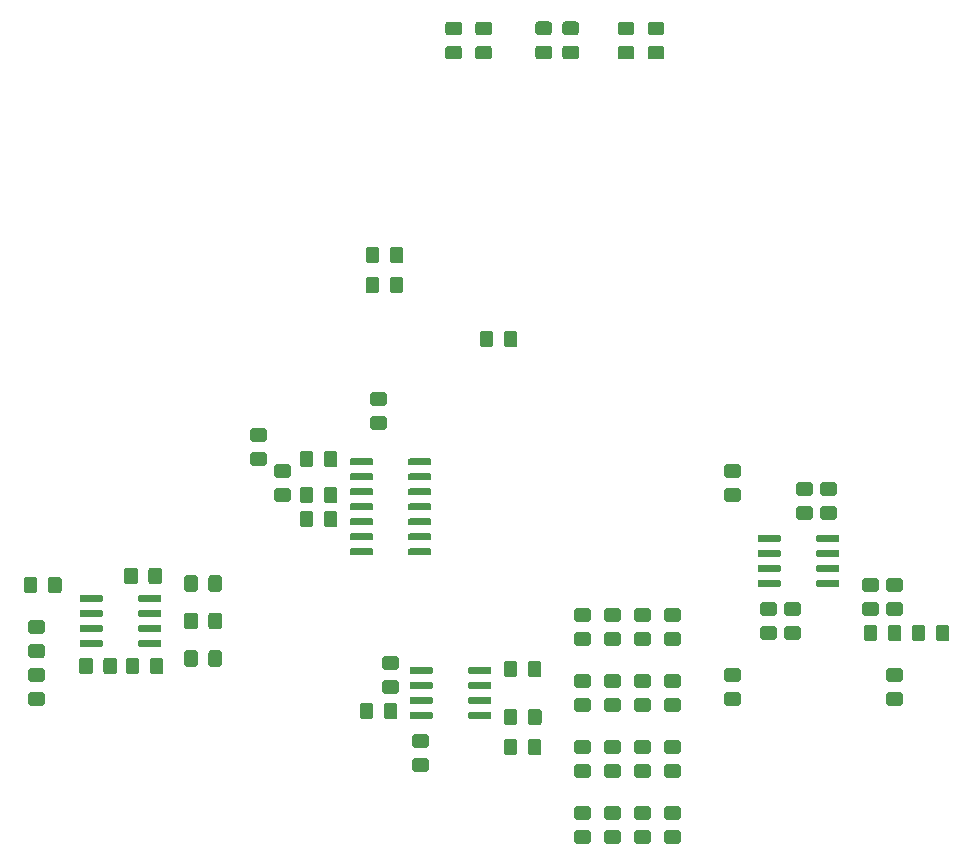
<source format=gbr>
G04 #@! TF.GenerationSoftware,KiCad,Pcbnew,(5.1.5)-3*
G04 #@! TF.CreationDate,2022-04-14T12:46:43+02:00*
G04 #@! TF.ProjectId,PMod_ADDAC,504d6f64-5f41-4444-9441-432e6b696361,rev?*
G04 #@! TF.SameCoordinates,Original*
G04 #@! TF.FileFunction,Paste,Top*
G04 #@! TF.FilePolarity,Positive*
%FSLAX46Y46*%
G04 Gerber Fmt 4.6, Leading zero omitted, Abs format (unit mm)*
G04 Created by KiCad (PCBNEW (5.1.5)-3) date 2022-04-14 12:46:43*
%MOMM*%
%LPD*%
G04 APERTURE LIST*
%ADD10C,0.100000*%
G04 APERTURE END LIST*
D10*
G36*
X55130703Y-109555722D02*
G01*
X55145264Y-109557882D01*
X55159543Y-109561459D01*
X55173403Y-109566418D01*
X55186710Y-109572712D01*
X55199336Y-109580280D01*
X55211159Y-109589048D01*
X55222066Y-109598934D01*
X55231952Y-109609841D01*
X55240720Y-109621664D01*
X55248288Y-109634290D01*
X55254582Y-109647597D01*
X55259541Y-109661457D01*
X55263118Y-109675736D01*
X55265278Y-109690297D01*
X55266000Y-109705000D01*
X55266000Y-110005000D01*
X55265278Y-110019703D01*
X55263118Y-110034264D01*
X55259541Y-110048543D01*
X55254582Y-110062403D01*
X55248288Y-110075710D01*
X55240720Y-110088336D01*
X55231952Y-110100159D01*
X55222066Y-110111066D01*
X55211159Y-110120952D01*
X55199336Y-110129720D01*
X55186710Y-110137288D01*
X55173403Y-110143582D01*
X55159543Y-110148541D01*
X55145264Y-110152118D01*
X55130703Y-110154278D01*
X55116000Y-110155000D01*
X53466000Y-110155000D01*
X53451297Y-110154278D01*
X53436736Y-110152118D01*
X53422457Y-110148541D01*
X53408597Y-110143582D01*
X53395290Y-110137288D01*
X53382664Y-110129720D01*
X53370841Y-110120952D01*
X53359934Y-110111066D01*
X53350048Y-110100159D01*
X53341280Y-110088336D01*
X53333712Y-110075710D01*
X53327418Y-110062403D01*
X53322459Y-110048543D01*
X53318882Y-110034264D01*
X53316722Y-110019703D01*
X53316000Y-110005000D01*
X53316000Y-109705000D01*
X53316722Y-109690297D01*
X53318882Y-109675736D01*
X53322459Y-109661457D01*
X53327418Y-109647597D01*
X53333712Y-109634290D01*
X53341280Y-109621664D01*
X53350048Y-109609841D01*
X53359934Y-109598934D01*
X53370841Y-109589048D01*
X53382664Y-109580280D01*
X53395290Y-109572712D01*
X53408597Y-109566418D01*
X53422457Y-109561459D01*
X53436736Y-109557882D01*
X53451297Y-109555722D01*
X53466000Y-109555000D01*
X55116000Y-109555000D01*
X55130703Y-109555722D01*
G37*
G36*
X55130703Y-110825722D02*
G01*
X55145264Y-110827882D01*
X55159543Y-110831459D01*
X55173403Y-110836418D01*
X55186710Y-110842712D01*
X55199336Y-110850280D01*
X55211159Y-110859048D01*
X55222066Y-110868934D01*
X55231952Y-110879841D01*
X55240720Y-110891664D01*
X55248288Y-110904290D01*
X55254582Y-110917597D01*
X55259541Y-110931457D01*
X55263118Y-110945736D01*
X55265278Y-110960297D01*
X55266000Y-110975000D01*
X55266000Y-111275000D01*
X55265278Y-111289703D01*
X55263118Y-111304264D01*
X55259541Y-111318543D01*
X55254582Y-111332403D01*
X55248288Y-111345710D01*
X55240720Y-111358336D01*
X55231952Y-111370159D01*
X55222066Y-111381066D01*
X55211159Y-111390952D01*
X55199336Y-111399720D01*
X55186710Y-111407288D01*
X55173403Y-111413582D01*
X55159543Y-111418541D01*
X55145264Y-111422118D01*
X55130703Y-111424278D01*
X55116000Y-111425000D01*
X53466000Y-111425000D01*
X53451297Y-111424278D01*
X53436736Y-111422118D01*
X53422457Y-111418541D01*
X53408597Y-111413582D01*
X53395290Y-111407288D01*
X53382664Y-111399720D01*
X53370841Y-111390952D01*
X53359934Y-111381066D01*
X53350048Y-111370159D01*
X53341280Y-111358336D01*
X53333712Y-111345710D01*
X53327418Y-111332403D01*
X53322459Y-111318543D01*
X53318882Y-111304264D01*
X53316722Y-111289703D01*
X53316000Y-111275000D01*
X53316000Y-110975000D01*
X53316722Y-110960297D01*
X53318882Y-110945736D01*
X53322459Y-110931457D01*
X53327418Y-110917597D01*
X53333712Y-110904290D01*
X53341280Y-110891664D01*
X53350048Y-110879841D01*
X53359934Y-110868934D01*
X53370841Y-110859048D01*
X53382664Y-110850280D01*
X53395290Y-110842712D01*
X53408597Y-110836418D01*
X53422457Y-110831459D01*
X53436736Y-110827882D01*
X53451297Y-110825722D01*
X53466000Y-110825000D01*
X55116000Y-110825000D01*
X55130703Y-110825722D01*
G37*
G36*
X55130703Y-112095722D02*
G01*
X55145264Y-112097882D01*
X55159543Y-112101459D01*
X55173403Y-112106418D01*
X55186710Y-112112712D01*
X55199336Y-112120280D01*
X55211159Y-112129048D01*
X55222066Y-112138934D01*
X55231952Y-112149841D01*
X55240720Y-112161664D01*
X55248288Y-112174290D01*
X55254582Y-112187597D01*
X55259541Y-112201457D01*
X55263118Y-112215736D01*
X55265278Y-112230297D01*
X55266000Y-112245000D01*
X55266000Y-112545000D01*
X55265278Y-112559703D01*
X55263118Y-112574264D01*
X55259541Y-112588543D01*
X55254582Y-112602403D01*
X55248288Y-112615710D01*
X55240720Y-112628336D01*
X55231952Y-112640159D01*
X55222066Y-112651066D01*
X55211159Y-112660952D01*
X55199336Y-112669720D01*
X55186710Y-112677288D01*
X55173403Y-112683582D01*
X55159543Y-112688541D01*
X55145264Y-112692118D01*
X55130703Y-112694278D01*
X55116000Y-112695000D01*
X53466000Y-112695000D01*
X53451297Y-112694278D01*
X53436736Y-112692118D01*
X53422457Y-112688541D01*
X53408597Y-112683582D01*
X53395290Y-112677288D01*
X53382664Y-112669720D01*
X53370841Y-112660952D01*
X53359934Y-112651066D01*
X53350048Y-112640159D01*
X53341280Y-112628336D01*
X53333712Y-112615710D01*
X53327418Y-112602403D01*
X53322459Y-112588543D01*
X53318882Y-112574264D01*
X53316722Y-112559703D01*
X53316000Y-112545000D01*
X53316000Y-112245000D01*
X53316722Y-112230297D01*
X53318882Y-112215736D01*
X53322459Y-112201457D01*
X53327418Y-112187597D01*
X53333712Y-112174290D01*
X53341280Y-112161664D01*
X53350048Y-112149841D01*
X53359934Y-112138934D01*
X53370841Y-112129048D01*
X53382664Y-112120280D01*
X53395290Y-112112712D01*
X53408597Y-112106418D01*
X53422457Y-112101459D01*
X53436736Y-112097882D01*
X53451297Y-112095722D01*
X53466000Y-112095000D01*
X55116000Y-112095000D01*
X55130703Y-112095722D01*
G37*
G36*
X55130703Y-113365722D02*
G01*
X55145264Y-113367882D01*
X55159543Y-113371459D01*
X55173403Y-113376418D01*
X55186710Y-113382712D01*
X55199336Y-113390280D01*
X55211159Y-113399048D01*
X55222066Y-113408934D01*
X55231952Y-113419841D01*
X55240720Y-113431664D01*
X55248288Y-113444290D01*
X55254582Y-113457597D01*
X55259541Y-113471457D01*
X55263118Y-113485736D01*
X55265278Y-113500297D01*
X55266000Y-113515000D01*
X55266000Y-113815000D01*
X55265278Y-113829703D01*
X55263118Y-113844264D01*
X55259541Y-113858543D01*
X55254582Y-113872403D01*
X55248288Y-113885710D01*
X55240720Y-113898336D01*
X55231952Y-113910159D01*
X55222066Y-113921066D01*
X55211159Y-113930952D01*
X55199336Y-113939720D01*
X55186710Y-113947288D01*
X55173403Y-113953582D01*
X55159543Y-113958541D01*
X55145264Y-113962118D01*
X55130703Y-113964278D01*
X55116000Y-113965000D01*
X53466000Y-113965000D01*
X53451297Y-113964278D01*
X53436736Y-113962118D01*
X53422457Y-113958541D01*
X53408597Y-113953582D01*
X53395290Y-113947288D01*
X53382664Y-113939720D01*
X53370841Y-113930952D01*
X53359934Y-113921066D01*
X53350048Y-113910159D01*
X53341280Y-113898336D01*
X53333712Y-113885710D01*
X53327418Y-113872403D01*
X53322459Y-113858543D01*
X53318882Y-113844264D01*
X53316722Y-113829703D01*
X53316000Y-113815000D01*
X53316000Y-113515000D01*
X53316722Y-113500297D01*
X53318882Y-113485736D01*
X53322459Y-113471457D01*
X53327418Y-113457597D01*
X53333712Y-113444290D01*
X53341280Y-113431664D01*
X53350048Y-113419841D01*
X53359934Y-113408934D01*
X53370841Y-113399048D01*
X53382664Y-113390280D01*
X53395290Y-113382712D01*
X53408597Y-113376418D01*
X53422457Y-113371459D01*
X53436736Y-113367882D01*
X53451297Y-113365722D01*
X53466000Y-113365000D01*
X55116000Y-113365000D01*
X55130703Y-113365722D01*
G37*
G36*
X50180703Y-113365722D02*
G01*
X50195264Y-113367882D01*
X50209543Y-113371459D01*
X50223403Y-113376418D01*
X50236710Y-113382712D01*
X50249336Y-113390280D01*
X50261159Y-113399048D01*
X50272066Y-113408934D01*
X50281952Y-113419841D01*
X50290720Y-113431664D01*
X50298288Y-113444290D01*
X50304582Y-113457597D01*
X50309541Y-113471457D01*
X50313118Y-113485736D01*
X50315278Y-113500297D01*
X50316000Y-113515000D01*
X50316000Y-113815000D01*
X50315278Y-113829703D01*
X50313118Y-113844264D01*
X50309541Y-113858543D01*
X50304582Y-113872403D01*
X50298288Y-113885710D01*
X50290720Y-113898336D01*
X50281952Y-113910159D01*
X50272066Y-113921066D01*
X50261159Y-113930952D01*
X50249336Y-113939720D01*
X50236710Y-113947288D01*
X50223403Y-113953582D01*
X50209543Y-113958541D01*
X50195264Y-113962118D01*
X50180703Y-113964278D01*
X50166000Y-113965000D01*
X48516000Y-113965000D01*
X48501297Y-113964278D01*
X48486736Y-113962118D01*
X48472457Y-113958541D01*
X48458597Y-113953582D01*
X48445290Y-113947288D01*
X48432664Y-113939720D01*
X48420841Y-113930952D01*
X48409934Y-113921066D01*
X48400048Y-113910159D01*
X48391280Y-113898336D01*
X48383712Y-113885710D01*
X48377418Y-113872403D01*
X48372459Y-113858543D01*
X48368882Y-113844264D01*
X48366722Y-113829703D01*
X48366000Y-113815000D01*
X48366000Y-113515000D01*
X48366722Y-113500297D01*
X48368882Y-113485736D01*
X48372459Y-113471457D01*
X48377418Y-113457597D01*
X48383712Y-113444290D01*
X48391280Y-113431664D01*
X48400048Y-113419841D01*
X48409934Y-113408934D01*
X48420841Y-113399048D01*
X48432664Y-113390280D01*
X48445290Y-113382712D01*
X48458597Y-113376418D01*
X48472457Y-113371459D01*
X48486736Y-113367882D01*
X48501297Y-113365722D01*
X48516000Y-113365000D01*
X50166000Y-113365000D01*
X50180703Y-113365722D01*
G37*
G36*
X50180703Y-112095722D02*
G01*
X50195264Y-112097882D01*
X50209543Y-112101459D01*
X50223403Y-112106418D01*
X50236710Y-112112712D01*
X50249336Y-112120280D01*
X50261159Y-112129048D01*
X50272066Y-112138934D01*
X50281952Y-112149841D01*
X50290720Y-112161664D01*
X50298288Y-112174290D01*
X50304582Y-112187597D01*
X50309541Y-112201457D01*
X50313118Y-112215736D01*
X50315278Y-112230297D01*
X50316000Y-112245000D01*
X50316000Y-112545000D01*
X50315278Y-112559703D01*
X50313118Y-112574264D01*
X50309541Y-112588543D01*
X50304582Y-112602403D01*
X50298288Y-112615710D01*
X50290720Y-112628336D01*
X50281952Y-112640159D01*
X50272066Y-112651066D01*
X50261159Y-112660952D01*
X50249336Y-112669720D01*
X50236710Y-112677288D01*
X50223403Y-112683582D01*
X50209543Y-112688541D01*
X50195264Y-112692118D01*
X50180703Y-112694278D01*
X50166000Y-112695000D01*
X48516000Y-112695000D01*
X48501297Y-112694278D01*
X48486736Y-112692118D01*
X48472457Y-112688541D01*
X48458597Y-112683582D01*
X48445290Y-112677288D01*
X48432664Y-112669720D01*
X48420841Y-112660952D01*
X48409934Y-112651066D01*
X48400048Y-112640159D01*
X48391280Y-112628336D01*
X48383712Y-112615710D01*
X48377418Y-112602403D01*
X48372459Y-112588543D01*
X48368882Y-112574264D01*
X48366722Y-112559703D01*
X48366000Y-112545000D01*
X48366000Y-112245000D01*
X48366722Y-112230297D01*
X48368882Y-112215736D01*
X48372459Y-112201457D01*
X48377418Y-112187597D01*
X48383712Y-112174290D01*
X48391280Y-112161664D01*
X48400048Y-112149841D01*
X48409934Y-112138934D01*
X48420841Y-112129048D01*
X48432664Y-112120280D01*
X48445290Y-112112712D01*
X48458597Y-112106418D01*
X48472457Y-112101459D01*
X48486736Y-112097882D01*
X48501297Y-112095722D01*
X48516000Y-112095000D01*
X50166000Y-112095000D01*
X50180703Y-112095722D01*
G37*
G36*
X50180703Y-110825722D02*
G01*
X50195264Y-110827882D01*
X50209543Y-110831459D01*
X50223403Y-110836418D01*
X50236710Y-110842712D01*
X50249336Y-110850280D01*
X50261159Y-110859048D01*
X50272066Y-110868934D01*
X50281952Y-110879841D01*
X50290720Y-110891664D01*
X50298288Y-110904290D01*
X50304582Y-110917597D01*
X50309541Y-110931457D01*
X50313118Y-110945736D01*
X50315278Y-110960297D01*
X50316000Y-110975000D01*
X50316000Y-111275000D01*
X50315278Y-111289703D01*
X50313118Y-111304264D01*
X50309541Y-111318543D01*
X50304582Y-111332403D01*
X50298288Y-111345710D01*
X50290720Y-111358336D01*
X50281952Y-111370159D01*
X50272066Y-111381066D01*
X50261159Y-111390952D01*
X50249336Y-111399720D01*
X50236710Y-111407288D01*
X50223403Y-111413582D01*
X50209543Y-111418541D01*
X50195264Y-111422118D01*
X50180703Y-111424278D01*
X50166000Y-111425000D01*
X48516000Y-111425000D01*
X48501297Y-111424278D01*
X48486736Y-111422118D01*
X48472457Y-111418541D01*
X48458597Y-111413582D01*
X48445290Y-111407288D01*
X48432664Y-111399720D01*
X48420841Y-111390952D01*
X48409934Y-111381066D01*
X48400048Y-111370159D01*
X48391280Y-111358336D01*
X48383712Y-111345710D01*
X48377418Y-111332403D01*
X48372459Y-111318543D01*
X48368882Y-111304264D01*
X48366722Y-111289703D01*
X48366000Y-111275000D01*
X48366000Y-110975000D01*
X48366722Y-110960297D01*
X48368882Y-110945736D01*
X48372459Y-110931457D01*
X48377418Y-110917597D01*
X48383712Y-110904290D01*
X48391280Y-110891664D01*
X48400048Y-110879841D01*
X48409934Y-110868934D01*
X48420841Y-110859048D01*
X48432664Y-110850280D01*
X48445290Y-110842712D01*
X48458597Y-110836418D01*
X48472457Y-110831459D01*
X48486736Y-110827882D01*
X48501297Y-110825722D01*
X48516000Y-110825000D01*
X50166000Y-110825000D01*
X50180703Y-110825722D01*
G37*
G36*
X50180703Y-109555722D02*
G01*
X50195264Y-109557882D01*
X50209543Y-109561459D01*
X50223403Y-109566418D01*
X50236710Y-109572712D01*
X50249336Y-109580280D01*
X50261159Y-109589048D01*
X50272066Y-109598934D01*
X50281952Y-109609841D01*
X50290720Y-109621664D01*
X50298288Y-109634290D01*
X50304582Y-109647597D01*
X50309541Y-109661457D01*
X50313118Y-109675736D01*
X50315278Y-109690297D01*
X50316000Y-109705000D01*
X50316000Y-110005000D01*
X50315278Y-110019703D01*
X50313118Y-110034264D01*
X50309541Y-110048543D01*
X50304582Y-110062403D01*
X50298288Y-110075710D01*
X50290720Y-110088336D01*
X50281952Y-110100159D01*
X50272066Y-110111066D01*
X50261159Y-110120952D01*
X50249336Y-110129720D01*
X50236710Y-110137288D01*
X50223403Y-110143582D01*
X50209543Y-110148541D01*
X50195264Y-110152118D01*
X50180703Y-110154278D01*
X50166000Y-110155000D01*
X48516000Y-110155000D01*
X48501297Y-110154278D01*
X48486736Y-110152118D01*
X48472457Y-110148541D01*
X48458597Y-110143582D01*
X48445290Y-110137288D01*
X48432664Y-110129720D01*
X48420841Y-110120952D01*
X48409934Y-110111066D01*
X48400048Y-110100159D01*
X48391280Y-110088336D01*
X48383712Y-110075710D01*
X48377418Y-110062403D01*
X48372459Y-110048543D01*
X48368882Y-110034264D01*
X48366722Y-110019703D01*
X48366000Y-110005000D01*
X48366000Y-109705000D01*
X48366722Y-109690297D01*
X48368882Y-109675736D01*
X48372459Y-109661457D01*
X48377418Y-109647597D01*
X48383712Y-109634290D01*
X48391280Y-109621664D01*
X48400048Y-109609841D01*
X48409934Y-109598934D01*
X48420841Y-109589048D01*
X48432664Y-109580280D01*
X48445290Y-109572712D01*
X48458597Y-109566418D01*
X48472457Y-109561459D01*
X48486736Y-109557882D01*
X48501297Y-109555722D01*
X48516000Y-109555000D01*
X50166000Y-109555000D01*
X50180703Y-109555722D01*
G37*
G36*
X83144505Y-87185204D02*
G01*
X83168773Y-87188804D01*
X83192572Y-87194765D01*
X83215671Y-87203030D01*
X83237850Y-87213520D01*
X83258893Y-87226132D01*
X83278599Y-87240747D01*
X83296777Y-87257223D01*
X83313253Y-87275401D01*
X83327868Y-87295107D01*
X83340480Y-87316150D01*
X83350970Y-87338329D01*
X83359235Y-87361428D01*
X83365196Y-87385227D01*
X83368796Y-87409495D01*
X83370000Y-87433999D01*
X83370000Y-88334001D01*
X83368796Y-88358505D01*
X83365196Y-88382773D01*
X83359235Y-88406572D01*
X83350970Y-88429671D01*
X83340480Y-88451850D01*
X83327868Y-88472893D01*
X83313253Y-88492599D01*
X83296777Y-88510777D01*
X83278599Y-88527253D01*
X83258893Y-88541868D01*
X83237850Y-88554480D01*
X83215671Y-88564970D01*
X83192572Y-88573235D01*
X83168773Y-88579196D01*
X83144505Y-88582796D01*
X83120001Y-88584000D01*
X82469999Y-88584000D01*
X82445495Y-88582796D01*
X82421227Y-88579196D01*
X82397428Y-88573235D01*
X82374329Y-88564970D01*
X82352150Y-88554480D01*
X82331107Y-88541868D01*
X82311401Y-88527253D01*
X82293223Y-88510777D01*
X82276747Y-88492599D01*
X82262132Y-88472893D01*
X82249520Y-88451850D01*
X82239030Y-88429671D01*
X82230765Y-88406572D01*
X82224804Y-88382773D01*
X82221204Y-88358505D01*
X82220000Y-88334001D01*
X82220000Y-87433999D01*
X82221204Y-87409495D01*
X82224804Y-87385227D01*
X82230765Y-87361428D01*
X82239030Y-87338329D01*
X82249520Y-87316150D01*
X82262132Y-87295107D01*
X82276747Y-87275401D01*
X82293223Y-87257223D01*
X82311401Y-87240747D01*
X82331107Y-87226132D01*
X82352150Y-87213520D01*
X82374329Y-87203030D01*
X82397428Y-87194765D01*
X82421227Y-87188804D01*
X82445495Y-87185204D01*
X82469999Y-87184000D01*
X83120001Y-87184000D01*
X83144505Y-87185204D01*
G37*
G36*
X85194505Y-87185204D02*
G01*
X85218773Y-87188804D01*
X85242572Y-87194765D01*
X85265671Y-87203030D01*
X85287850Y-87213520D01*
X85308893Y-87226132D01*
X85328599Y-87240747D01*
X85346777Y-87257223D01*
X85363253Y-87275401D01*
X85377868Y-87295107D01*
X85390480Y-87316150D01*
X85400970Y-87338329D01*
X85409235Y-87361428D01*
X85415196Y-87385227D01*
X85418796Y-87409495D01*
X85420000Y-87433999D01*
X85420000Y-88334001D01*
X85418796Y-88358505D01*
X85415196Y-88382773D01*
X85409235Y-88406572D01*
X85400970Y-88429671D01*
X85390480Y-88451850D01*
X85377868Y-88472893D01*
X85363253Y-88492599D01*
X85346777Y-88510777D01*
X85328599Y-88527253D01*
X85308893Y-88541868D01*
X85287850Y-88554480D01*
X85265671Y-88564970D01*
X85242572Y-88573235D01*
X85218773Y-88579196D01*
X85194505Y-88582796D01*
X85170001Y-88584000D01*
X84519999Y-88584000D01*
X84495495Y-88582796D01*
X84471227Y-88579196D01*
X84447428Y-88573235D01*
X84424329Y-88564970D01*
X84402150Y-88554480D01*
X84381107Y-88541868D01*
X84361401Y-88527253D01*
X84343223Y-88510777D01*
X84326747Y-88492599D01*
X84312132Y-88472893D01*
X84299520Y-88451850D01*
X84289030Y-88429671D01*
X84280765Y-88406572D01*
X84274804Y-88382773D01*
X84271204Y-88358505D01*
X84270000Y-88334001D01*
X84270000Y-87433999D01*
X84271204Y-87409495D01*
X84274804Y-87385227D01*
X84280765Y-87361428D01*
X84289030Y-87338329D01*
X84299520Y-87316150D01*
X84312132Y-87295107D01*
X84326747Y-87275401D01*
X84343223Y-87257223D01*
X84361401Y-87240747D01*
X84381107Y-87226132D01*
X84402150Y-87213520D01*
X84424329Y-87203030D01*
X84447428Y-87194765D01*
X84471227Y-87188804D01*
X84495495Y-87185204D01*
X84519999Y-87184000D01*
X85170001Y-87184000D01*
X85194505Y-87185204D01*
G37*
G36*
X112534703Y-104475722D02*
G01*
X112549264Y-104477882D01*
X112563543Y-104481459D01*
X112577403Y-104486418D01*
X112590710Y-104492712D01*
X112603336Y-104500280D01*
X112615159Y-104509048D01*
X112626066Y-104518934D01*
X112635952Y-104529841D01*
X112644720Y-104541664D01*
X112652288Y-104554290D01*
X112658582Y-104567597D01*
X112663541Y-104581457D01*
X112667118Y-104595736D01*
X112669278Y-104610297D01*
X112670000Y-104625000D01*
X112670000Y-104925000D01*
X112669278Y-104939703D01*
X112667118Y-104954264D01*
X112663541Y-104968543D01*
X112658582Y-104982403D01*
X112652288Y-104995710D01*
X112644720Y-105008336D01*
X112635952Y-105020159D01*
X112626066Y-105031066D01*
X112615159Y-105040952D01*
X112603336Y-105049720D01*
X112590710Y-105057288D01*
X112577403Y-105063582D01*
X112563543Y-105068541D01*
X112549264Y-105072118D01*
X112534703Y-105074278D01*
X112520000Y-105075000D01*
X110870000Y-105075000D01*
X110855297Y-105074278D01*
X110840736Y-105072118D01*
X110826457Y-105068541D01*
X110812597Y-105063582D01*
X110799290Y-105057288D01*
X110786664Y-105049720D01*
X110774841Y-105040952D01*
X110763934Y-105031066D01*
X110754048Y-105020159D01*
X110745280Y-105008336D01*
X110737712Y-104995710D01*
X110731418Y-104982403D01*
X110726459Y-104968543D01*
X110722882Y-104954264D01*
X110720722Y-104939703D01*
X110720000Y-104925000D01*
X110720000Y-104625000D01*
X110720722Y-104610297D01*
X110722882Y-104595736D01*
X110726459Y-104581457D01*
X110731418Y-104567597D01*
X110737712Y-104554290D01*
X110745280Y-104541664D01*
X110754048Y-104529841D01*
X110763934Y-104518934D01*
X110774841Y-104509048D01*
X110786664Y-104500280D01*
X110799290Y-104492712D01*
X110812597Y-104486418D01*
X110826457Y-104481459D01*
X110840736Y-104477882D01*
X110855297Y-104475722D01*
X110870000Y-104475000D01*
X112520000Y-104475000D01*
X112534703Y-104475722D01*
G37*
G36*
X112534703Y-105745722D02*
G01*
X112549264Y-105747882D01*
X112563543Y-105751459D01*
X112577403Y-105756418D01*
X112590710Y-105762712D01*
X112603336Y-105770280D01*
X112615159Y-105779048D01*
X112626066Y-105788934D01*
X112635952Y-105799841D01*
X112644720Y-105811664D01*
X112652288Y-105824290D01*
X112658582Y-105837597D01*
X112663541Y-105851457D01*
X112667118Y-105865736D01*
X112669278Y-105880297D01*
X112670000Y-105895000D01*
X112670000Y-106195000D01*
X112669278Y-106209703D01*
X112667118Y-106224264D01*
X112663541Y-106238543D01*
X112658582Y-106252403D01*
X112652288Y-106265710D01*
X112644720Y-106278336D01*
X112635952Y-106290159D01*
X112626066Y-106301066D01*
X112615159Y-106310952D01*
X112603336Y-106319720D01*
X112590710Y-106327288D01*
X112577403Y-106333582D01*
X112563543Y-106338541D01*
X112549264Y-106342118D01*
X112534703Y-106344278D01*
X112520000Y-106345000D01*
X110870000Y-106345000D01*
X110855297Y-106344278D01*
X110840736Y-106342118D01*
X110826457Y-106338541D01*
X110812597Y-106333582D01*
X110799290Y-106327288D01*
X110786664Y-106319720D01*
X110774841Y-106310952D01*
X110763934Y-106301066D01*
X110754048Y-106290159D01*
X110745280Y-106278336D01*
X110737712Y-106265710D01*
X110731418Y-106252403D01*
X110726459Y-106238543D01*
X110722882Y-106224264D01*
X110720722Y-106209703D01*
X110720000Y-106195000D01*
X110720000Y-105895000D01*
X110720722Y-105880297D01*
X110722882Y-105865736D01*
X110726459Y-105851457D01*
X110731418Y-105837597D01*
X110737712Y-105824290D01*
X110745280Y-105811664D01*
X110754048Y-105799841D01*
X110763934Y-105788934D01*
X110774841Y-105779048D01*
X110786664Y-105770280D01*
X110799290Y-105762712D01*
X110812597Y-105756418D01*
X110826457Y-105751459D01*
X110840736Y-105747882D01*
X110855297Y-105745722D01*
X110870000Y-105745000D01*
X112520000Y-105745000D01*
X112534703Y-105745722D01*
G37*
G36*
X112534703Y-107015722D02*
G01*
X112549264Y-107017882D01*
X112563543Y-107021459D01*
X112577403Y-107026418D01*
X112590710Y-107032712D01*
X112603336Y-107040280D01*
X112615159Y-107049048D01*
X112626066Y-107058934D01*
X112635952Y-107069841D01*
X112644720Y-107081664D01*
X112652288Y-107094290D01*
X112658582Y-107107597D01*
X112663541Y-107121457D01*
X112667118Y-107135736D01*
X112669278Y-107150297D01*
X112670000Y-107165000D01*
X112670000Y-107465000D01*
X112669278Y-107479703D01*
X112667118Y-107494264D01*
X112663541Y-107508543D01*
X112658582Y-107522403D01*
X112652288Y-107535710D01*
X112644720Y-107548336D01*
X112635952Y-107560159D01*
X112626066Y-107571066D01*
X112615159Y-107580952D01*
X112603336Y-107589720D01*
X112590710Y-107597288D01*
X112577403Y-107603582D01*
X112563543Y-107608541D01*
X112549264Y-107612118D01*
X112534703Y-107614278D01*
X112520000Y-107615000D01*
X110870000Y-107615000D01*
X110855297Y-107614278D01*
X110840736Y-107612118D01*
X110826457Y-107608541D01*
X110812597Y-107603582D01*
X110799290Y-107597288D01*
X110786664Y-107589720D01*
X110774841Y-107580952D01*
X110763934Y-107571066D01*
X110754048Y-107560159D01*
X110745280Y-107548336D01*
X110737712Y-107535710D01*
X110731418Y-107522403D01*
X110726459Y-107508543D01*
X110722882Y-107494264D01*
X110720722Y-107479703D01*
X110720000Y-107465000D01*
X110720000Y-107165000D01*
X110720722Y-107150297D01*
X110722882Y-107135736D01*
X110726459Y-107121457D01*
X110731418Y-107107597D01*
X110737712Y-107094290D01*
X110745280Y-107081664D01*
X110754048Y-107069841D01*
X110763934Y-107058934D01*
X110774841Y-107049048D01*
X110786664Y-107040280D01*
X110799290Y-107032712D01*
X110812597Y-107026418D01*
X110826457Y-107021459D01*
X110840736Y-107017882D01*
X110855297Y-107015722D01*
X110870000Y-107015000D01*
X112520000Y-107015000D01*
X112534703Y-107015722D01*
G37*
G36*
X112534703Y-108285722D02*
G01*
X112549264Y-108287882D01*
X112563543Y-108291459D01*
X112577403Y-108296418D01*
X112590710Y-108302712D01*
X112603336Y-108310280D01*
X112615159Y-108319048D01*
X112626066Y-108328934D01*
X112635952Y-108339841D01*
X112644720Y-108351664D01*
X112652288Y-108364290D01*
X112658582Y-108377597D01*
X112663541Y-108391457D01*
X112667118Y-108405736D01*
X112669278Y-108420297D01*
X112670000Y-108435000D01*
X112670000Y-108735000D01*
X112669278Y-108749703D01*
X112667118Y-108764264D01*
X112663541Y-108778543D01*
X112658582Y-108792403D01*
X112652288Y-108805710D01*
X112644720Y-108818336D01*
X112635952Y-108830159D01*
X112626066Y-108841066D01*
X112615159Y-108850952D01*
X112603336Y-108859720D01*
X112590710Y-108867288D01*
X112577403Y-108873582D01*
X112563543Y-108878541D01*
X112549264Y-108882118D01*
X112534703Y-108884278D01*
X112520000Y-108885000D01*
X110870000Y-108885000D01*
X110855297Y-108884278D01*
X110840736Y-108882118D01*
X110826457Y-108878541D01*
X110812597Y-108873582D01*
X110799290Y-108867288D01*
X110786664Y-108859720D01*
X110774841Y-108850952D01*
X110763934Y-108841066D01*
X110754048Y-108830159D01*
X110745280Y-108818336D01*
X110737712Y-108805710D01*
X110731418Y-108792403D01*
X110726459Y-108778543D01*
X110722882Y-108764264D01*
X110720722Y-108749703D01*
X110720000Y-108735000D01*
X110720000Y-108435000D01*
X110720722Y-108420297D01*
X110722882Y-108405736D01*
X110726459Y-108391457D01*
X110731418Y-108377597D01*
X110737712Y-108364290D01*
X110745280Y-108351664D01*
X110754048Y-108339841D01*
X110763934Y-108328934D01*
X110774841Y-108319048D01*
X110786664Y-108310280D01*
X110799290Y-108302712D01*
X110812597Y-108296418D01*
X110826457Y-108291459D01*
X110840736Y-108287882D01*
X110855297Y-108285722D01*
X110870000Y-108285000D01*
X112520000Y-108285000D01*
X112534703Y-108285722D01*
G37*
G36*
X107584703Y-108285722D02*
G01*
X107599264Y-108287882D01*
X107613543Y-108291459D01*
X107627403Y-108296418D01*
X107640710Y-108302712D01*
X107653336Y-108310280D01*
X107665159Y-108319048D01*
X107676066Y-108328934D01*
X107685952Y-108339841D01*
X107694720Y-108351664D01*
X107702288Y-108364290D01*
X107708582Y-108377597D01*
X107713541Y-108391457D01*
X107717118Y-108405736D01*
X107719278Y-108420297D01*
X107720000Y-108435000D01*
X107720000Y-108735000D01*
X107719278Y-108749703D01*
X107717118Y-108764264D01*
X107713541Y-108778543D01*
X107708582Y-108792403D01*
X107702288Y-108805710D01*
X107694720Y-108818336D01*
X107685952Y-108830159D01*
X107676066Y-108841066D01*
X107665159Y-108850952D01*
X107653336Y-108859720D01*
X107640710Y-108867288D01*
X107627403Y-108873582D01*
X107613543Y-108878541D01*
X107599264Y-108882118D01*
X107584703Y-108884278D01*
X107570000Y-108885000D01*
X105920000Y-108885000D01*
X105905297Y-108884278D01*
X105890736Y-108882118D01*
X105876457Y-108878541D01*
X105862597Y-108873582D01*
X105849290Y-108867288D01*
X105836664Y-108859720D01*
X105824841Y-108850952D01*
X105813934Y-108841066D01*
X105804048Y-108830159D01*
X105795280Y-108818336D01*
X105787712Y-108805710D01*
X105781418Y-108792403D01*
X105776459Y-108778543D01*
X105772882Y-108764264D01*
X105770722Y-108749703D01*
X105770000Y-108735000D01*
X105770000Y-108435000D01*
X105770722Y-108420297D01*
X105772882Y-108405736D01*
X105776459Y-108391457D01*
X105781418Y-108377597D01*
X105787712Y-108364290D01*
X105795280Y-108351664D01*
X105804048Y-108339841D01*
X105813934Y-108328934D01*
X105824841Y-108319048D01*
X105836664Y-108310280D01*
X105849290Y-108302712D01*
X105862597Y-108296418D01*
X105876457Y-108291459D01*
X105890736Y-108287882D01*
X105905297Y-108285722D01*
X105920000Y-108285000D01*
X107570000Y-108285000D01*
X107584703Y-108285722D01*
G37*
G36*
X107584703Y-107015722D02*
G01*
X107599264Y-107017882D01*
X107613543Y-107021459D01*
X107627403Y-107026418D01*
X107640710Y-107032712D01*
X107653336Y-107040280D01*
X107665159Y-107049048D01*
X107676066Y-107058934D01*
X107685952Y-107069841D01*
X107694720Y-107081664D01*
X107702288Y-107094290D01*
X107708582Y-107107597D01*
X107713541Y-107121457D01*
X107717118Y-107135736D01*
X107719278Y-107150297D01*
X107720000Y-107165000D01*
X107720000Y-107465000D01*
X107719278Y-107479703D01*
X107717118Y-107494264D01*
X107713541Y-107508543D01*
X107708582Y-107522403D01*
X107702288Y-107535710D01*
X107694720Y-107548336D01*
X107685952Y-107560159D01*
X107676066Y-107571066D01*
X107665159Y-107580952D01*
X107653336Y-107589720D01*
X107640710Y-107597288D01*
X107627403Y-107603582D01*
X107613543Y-107608541D01*
X107599264Y-107612118D01*
X107584703Y-107614278D01*
X107570000Y-107615000D01*
X105920000Y-107615000D01*
X105905297Y-107614278D01*
X105890736Y-107612118D01*
X105876457Y-107608541D01*
X105862597Y-107603582D01*
X105849290Y-107597288D01*
X105836664Y-107589720D01*
X105824841Y-107580952D01*
X105813934Y-107571066D01*
X105804048Y-107560159D01*
X105795280Y-107548336D01*
X105787712Y-107535710D01*
X105781418Y-107522403D01*
X105776459Y-107508543D01*
X105772882Y-107494264D01*
X105770722Y-107479703D01*
X105770000Y-107465000D01*
X105770000Y-107165000D01*
X105770722Y-107150297D01*
X105772882Y-107135736D01*
X105776459Y-107121457D01*
X105781418Y-107107597D01*
X105787712Y-107094290D01*
X105795280Y-107081664D01*
X105804048Y-107069841D01*
X105813934Y-107058934D01*
X105824841Y-107049048D01*
X105836664Y-107040280D01*
X105849290Y-107032712D01*
X105862597Y-107026418D01*
X105876457Y-107021459D01*
X105890736Y-107017882D01*
X105905297Y-107015722D01*
X105920000Y-107015000D01*
X107570000Y-107015000D01*
X107584703Y-107015722D01*
G37*
G36*
X107584703Y-105745722D02*
G01*
X107599264Y-105747882D01*
X107613543Y-105751459D01*
X107627403Y-105756418D01*
X107640710Y-105762712D01*
X107653336Y-105770280D01*
X107665159Y-105779048D01*
X107676066Y-105788934D01*
X107685952Y-105799841D01*
X107694720Y-105811664D01*
X107702288Y-105824290D01*
X107708582Y-105837597D01*
X107713541Y-105851457D01*
X107717118Y-105865736D01*
X107719278Y-105880297D01*
X107720000Y-105895000D01*
X107720000Y-106195000D01*
X107719278Y-106209703D01*
X107717118Y-106224264D01*
X107713541Y-106238543D01*
X107708582Y-106252403D01*
X107702288Y-106265710D01*
X107694720Y-106278336D01*
X107685952Y-106290159D01*
X107676066Y-106301066D01*
X107665159Y-106310952D01*
X107653336Y-106319720D01*
X107640710Y-106327288D01*
X107627403Y-106333582D01*
X107613543Y-106338541D01*
X107599264Y-106342118D01*
X107584703Y-106344278D01*
X107570000Y-106345000D01*
X105920000Y-106345000D01*
X105905297Y-106344278D01*
X105890736Y-106342118D01*
X105876457Y-106338541D01*
X105862597Y-106333582D01*
X105849290Y-106327288D01*
X105836664Y-106319720D01*
X105824841Y-106310952D01*
X105813934Y-106301066D01*
X105804048Y-106290159D01*
X105795280Y-106278336D01*
X105787712Y-106265710D01*
X105781418Y-106252403D01*
X105776459Y-106238543D01*
X105772882Y-106224264D01*
X105770722Y-106209703D01*
X105770000Y-106195000D01*
X105770000Y-105895000D01*
X105770722Y-105880297D01*
X105772882Y-105865736D01*
X105776459Y-105851457D01*
X105781418Y-105837597D01*
X105787712Y-105824290D01*
X105795280Y-105811664D01*
X105804048Y-105799841D01*
X105813934Y-105788934D01*
X105824841Y-105779048D01*
X105836664Y-105770280D01*
X105849290Y-105762712D01*
X105862597Y-105756418D01*
X105876457Y-105751459D01*
X105890736Y-105747882D01*
X105905297Y-105745722D01*
X105920000Y-105745000D01*
X107570000Y-105745000D01*
X107584703Y-105745722D01*
G37*
G36*
X107584703Y-104475722D02*
G01*
X107599264Y-104477882D01*
X107613543Y-104481459D01*
X107627403Y-104486418D01*
X107640710Y-104492712D01*
X107653336Y-104500280D01*
X107665159Y-104509048D01*
X107676066Y-104518934D01*
X107685952Y-104529841D01*
X107694720Y-104541664D01*
X107702288Y-104554290D01*
X107708582Y-104567597D01*
X107713541Y-104581457D01*
X107717118Y-104595736D01*
X107719278Y-104610297D01*
X107720000Y-104625000D01*
X107720000Y-104925000D01*
X107719278Y-104939703D01*
X107717118Y-104954264D01*
X107713541Y-104968543D01*
X107708582Y-104982403D01*
X107702288Y-104995710D01*
X107694720Y-105008336D01*
X107685952Y-105020159D01*
X107676066Y-105031066D01*
X107665159Y-105040952D01*
X107653336Y-105049720D01*
X107640710Y-105057288D01*
X107627403Y-105063582D01*
X107613543Y-105068541D01*
X107599264Y-105072118D01*
X107584703Y-105074278D01*
X107570000Y-105075000D01*
X105920000Y-105075000D01*
X105905297Y-105074278D01*
X105890736Y-105072118D01*
X105876457Y-105068541D01*
X105862597Y-105063582D01*
X105849290Y-105057288D01*
X105836664Y-105049720D01*
X105824841Y-105040952D01*
X105813934Y-105031066D01*
X105804048Y-105020159D01*
X105795280Y-105008336D01*
X105787712Y-104995710D01*
X105781418Y-104982403D01*
X105776459Y-104968543D01*
X105772882Y-104954264D01*
X105770722Y-104939703D01*
X105770000Y-104925000D01*
X105770000Y-104625000D01*
X105770722Y-104610297D01*
X105772882Y-104595736D01*
X105776459Y-104581457D01*
X105781418Y-104567597D01*
X105787712Y-104554290D01*
X105795280Y-104541664D01*
X105804048Y-104529841D01*
X105813934Y-104518934D01*
X105824841Y-104509048D01*
X105836664Y-104500280D01*
X105849290Y-104492712D01*
X105862597Y-104486418D01*
X105876457Y-104481459D01*
X105890736Y-104477882D01*
X105905297Y-104475722D01*
X105920000Y-104475000D01*
X107570000Y-104475000D01*
X107584703Y-104475722D01*
G37*
G36*
X90390505Y-63053204D02*
G01*
X90414773Y-63056804D01*
X90438572Y-63062765D01*
X90461671Y-63071030D01*
X90483850Y-63081520D01*
X90504893Y-63094132D01*
X90524599Y-63108747D01*
X90542777Y-63125223D01*
X90559253Y-63143401D01*
X90573868Y-63163107D01*
X90586480Y-63184150D01*
X90596970Y-63206329D01*
X90605235Y-63229428D01*
X90611196Y-63253227D01*
X90614796Y-63277495D01*
X90616000Y-63301999D01*
X90616000Y-63952001D01*
X90614796Y-63976505D01*
X90611196Y-64000773D01*
X90605235Y-64024572D01*
X90596970Y-64047671D01*
X90586480Y-64069850D01*
X90573868Y-64090893D01*
X90559253Y-64110599D01*
X90542777Y-64128777D01*
X90524599Y-64145253D01*
X90504893Y-64159868D01*
X90483850Y-64172480D01*
X90461671Y-64182970D01*
X90438572Y-64191235D01*
X90414773Y-64197196D01*
X90390505Y-64200796D01*
X90366001Y-64202000D01*
X89465999Y-64202000D01*
X89441495Y-64200796D01*
X89417227Y-64197196D01*
X89393428Y-64191235D01*
X89370329Y-64182970D01*
X89348150Y-64172480D01*
X89327107Y-64159868D01*
X89307401Y-64145253D01*
X89289223Y-64128777D01*
X89272747Y-64110599D01*
X89258132Y-64090893D01*
X89245520Y-64069850D01*
X89235030Y-64047671D01*
X89226765Y-64024572D01*
X89220804Y-64000773D01*
X89217204Y-63976505D01*
X89216000Y-63952001D01*
X89216000Y-63301999D01*
X89217204Y-63277495D01*
X89220804Y-63253227D01*
X89226765Y-63229428D01*
X89235030Y-63206329D01*
X89245520Y-63184150D01*
X89258132Y-63163107D01*
X89272747Y-63143401D01*
X89289223Y-63125223D01*
X89307401Y-63108747D01*
X89327107Y-63094132D01*
X89348150Y-63081520D01*
X89370329Y-63071030D01*
X89393428Y-63062765D01*
X89417227Y-63056804D01*
X89441495Y-63053204D01*
X89465999Y-63052000D01*
X90366001Y-63052000D01*
X90390505Y-63053204D01*
G37*
G36*
X90390505Y-61003204D02*
G01*
X90414773Y-61006804D01*
X90438572Y-61012765D01*
X90461671Y-61021030D01*
X90483850Y-61031520D01*
X90504893Y-61044132D01*
X90524599Y-61058747D01*
X90542777Y-61075223D01*
X90559253Y-61093401D01*
X90573868Y-61113107D01*
X90586480Y-61134150D01*
X90596970Y-61156329D01*
X90605235Y-61179428D01*
X90611196Y-61203227D01*
X90614796Y-61227495D01*
X90616000Y-61251999D01*
X90616000Y-61902001D01*
X90614796Y-61926505D01*
X90611196Y-61950773D01*
X90605235Y-61974572D01*
X90596970Y-61997671D01*
X90586480Y-62019850D01*
X90573868Y-62040893D01*
X90559253Y-62060599D01*
X90542777Y-62078777D01*
X90524599Y-62095253D01*
X90504893Y-62109868D01*
X90483850Y-62122480D01*
X90461671Y-62132970D01*
X90438572Y-62141235D01*
X90414773Y-62147196D01*
X90390505Y-62150796D01*
X90366001Y-62152000D01*
X89465999Y-62152000D01*
X89441495Y-62150796D01*
X89417227Y-62147196D01*
X89393428Y-62141235D01*
X89370329Y-62132970D01*
X89348150Y-62122480D01*
X89327107Y-62109868D01*
X89307401Y-62095253D01*
X89289223Y-62078777D01*
X89272747Y-62060599D01*
X89258132Y-62040893D01*
X89245520Y-62019850D01*
X89235030Y-61997671D01*
X89226765Y-61974572D01*
X89220804Y-61950773D01*
X89217204Y-61926505D01*
X89216000Y-61902001D01*
X89216000Y-61251999D01*
X89217204Y-61227495D01*
X89220804Y-61203227D01*
X89226765Y-61179428D01*
X89235030Y-61156329D01*
X89245520Y-61134150D01*
X89258132Y-61113107D01*
X89272747Y-61093401D01*
X89289223Y-61075223D01*
X89307401Y-61058747D01*
X89327107Y-61044132D01*
X89348150Y-61031520D01*
X89370329Y-61021030D01*
X89393428Y-61012765D01*
X89417227Y-61006804D01*
X89441495Y-61003204D01*
X89465999Y-61002000D01*
X90366001Y-61002000D01*
X90390505Y-61003204D01*
G37*
G36*
X80484505Y-63071204D02*
G01*
X80508773Y-63074804D01*
X80532572Y-63080765D01*
X80555671Y-63089030D01*
X80577850Y-63099520D01*
X80598893Y-63112132D01*
X80618599Y-63126747D01*
X80636777Y-63143223D01*
X80653253Y-63161401D01*
X80667868Y-63181107D01*
X80680480Y-63202150D01*
X80690970Y-63224329D01*
X80699235Y-63247428D01*
X80705196Y-63271227D01*
X80708796Y-63295495D01*
X80710000Y-63319999D01*
X80710000Y-63970001D01*
X80708796Y-63994505D01*
X80705196Y-64018773D01*
X80699235Y-64042572D01*
X80690970Y-64065671D01*
X80680480Y-64087850D01*
X80667868Y-64108893D01*
X80653253Y-64128599D01*
X80636777Y-64146777D01*
X80618599Y-64163253D01*
X80598893Y-64177868D01*
X80577850Y-64190480D01*
X80555671Y-64200970D01*
X80532572Y-64209235D01*
X80508773Y-64215196D01*
X80484505Y-64218796D01*
X80460001Y-64220000D01*
X79559999Y-64220000D01*
X79535495Y-64218796D01*
X79511227Y-64215196D01*
X79487428Y-64209235D01*
X79464329Y-64200970D01*
X79442150Y-64190480D01*
X79421107Y-64177868D01*
X79401401Y-64163253D01*
X79383223Y-64146777D01*
X79366747Y-64128599D01*
X79352132Y-64108893D01*
X79339520Y-64087850D01*
X79329030Y-64065671D01*
X79320765Y-64042572D01*
X79314804Y-64018773D01*
X79311204Y-63994505D01*
X79310000Y-63970001D01*
X79310000Y-63319999D01*
X79311204Y-63295495D01*
X79314804Y-63271227D01*
X79320765Y-63247428D01*
X79329030Y-63224329D01*
X79339520Y-63202150D01*
X79352132Y-63181107D01*
X79366747Y-63161401D01*
X79383223Y-63143223D01*
X79401401Y-63126747D01*
X79421107Y-63112132D01*
X79442150Y-63099520D01*
X79464329Y-63089030D01*
X79487428Y-63080765D01*
X79511227Y-63074804D01*
X79535495Y-63071204D01*
X79559999Y-63070000D01*
X80460001Y-63070000D01*
X80484505Y-63071204D01*
G37*
G36*
X80484505Y-61021204D02*
G01*
X80508773Y-61024804D01*
X80532572Y-61030765D01*
X80555671Y-61039030D01*
X80577850Y-61049520D01*
X80598893Y-61062132D01*
X80618599Y-61076747D01*
X80636777Y-61093223D01*
X80653253Y-61111401D01*
X80667868Y-61131107D01*
X80680480Y-61152150D01*
X80690970Y-61174329D01*
X80699235Y-61197428D01*
X80705196Y-61221227D01*
X80708796Y-61245495D01*
X80710000Y-61269999D01*
X80710000Y-61920001D01*
X80708796Y-61944505D01*
X80705196Y-61968773D01*
X80699235Y-61992572D01*
X80690970Y-62015671D01*
X80680480Y-62037850D01*
X80667868Y-62058893D01*
X80653253Y-62078599D01*
X80636777Y-62096777D01*
X80618599Y-62113253D01*
X80598893Y-62127868D01*
X80577850Y-62140480D01*
X80555671Y-62150970D01*
X80532572Y-62159235D01*
X80508773Y-62165196D01*
X80484505Y-62168796D01*
X80460001Y-62170000D01*
X79559999Y-62170000D01*
X79535495Y-62168796D01*
X79511227Y-62165196D01*
X79487428Y-62159235D01*
X79464329Y-62150970D01*
X79442150Y-62140480D01*
X79421107Y-62127868D01*
X79401401Y-62113253D01*
X79383223Y-62096777D01*
X79366747Y-62078599D01*
X79352132Y-62058893D01*
X79339520Y-62037850D01*
X79329030Y-62015671D01*
X79320765Y-61992572D01*
X79314804Y-61968773D01*
X79311204Y-61944505D01*
X79310000Y-61920001D01*
X79310000Y-61269999D01*
X79311204Y-61245495D01*
X79314804Y-61221227D01*
X79320765Y-61197428D01*
X79329030Y-61174329D01*
X79339520Y-61152150D01*
X79352132Y-61131107D01*
X79366747Y-61111401D01*
X79383223Y-61093223D01*
X79401401Y-61076747D01*
X79421107Y-61062132D01*
X79442150Y-61049520D01*
X79464329Y-61039030D01*
X79487428Y-61030765D01*
X79511227Y-61024804D01*
X79535495Y-61021204D01*
X79559999Y-61020000D01*
X80460001Y-61020000D01*
X80484505Y-61021204D01*
G37*
G36*
X83024505Y-63071204D02*
G01*
X83048773Y-63074804D01*
X83072572Y-63080765D01*
X83095671Y-63089030D01*
X83117850Y-63099520D01*
X83138893Y-63112132D01*
X83158599Y-63126747D01*
X83176777Y-63143223D01*
X83193253Y-63161401D01*
X83207868Y-63181107D01*
X83220480Y-63202150D01*
X83230970Y-63224329D01*
X83239235Y-63247428D01*
X83245196Y-63271227D01*
X83248796Y-63295495D01*
X83250000Y-63319999D01*
X83250000Y-63970001D01*
X83248796Y-63994505D01*
X83245196Y-64018773D01*
X83239235Y-64042572D01*
X83230970Y-64065671D01*
X83220480Y-64087850D01*
X83207868Y-64108893D01*
X83193253Y-64128599D01*
X83176777Y-64146777D01*
X83158599Y-64163253D01*
X83138893Y-64177868D01*
X83117850Y-64190480D01*
X83095671Y-64200970D01*
X83072572Y-64209235D01*
X83048773Y-64215196D01*
X83024505Y-64218796D01*
X83000001Y-64220000D01*
X82099999Y-64220000D01*
X82075495Y-64218796D01*
X82051227Y-64215196D01*
X82027428Y-64209235D01*
X82004329Y-64200970D01*
X81982150Y-64190480D01*
X81961107Y-64177868D01*
X81941401Y-64163253D01*
X81923223Y-64146777D01*
X81906747Y-64128599D01*
X81892132Y-64108893D01*
X81879520Y-64087850D01*
X81869030Y-64065671D01*
X81860765Y-64042572D01*
X81854804Y-64018773D01*
X81851204Y-63994505D01*
X81850000Y-63970001D01*
X81850000Y-63319999D01*
X81851204Y-63295495D01*
X81854804Y-63271227D01*
X81860765Y-63247428D01*
X81869030Y-63224329D01*
X81879520Y-63202150D01*
X81892132Y-63181107D01*
X81906747Y-63161401D01*
X81923223Y-63143223D01*
X81941401Y-63126747D01*
X81961107Y-63112132D01*
X81982150Y-63099520D01*
X82004329Y-63089030D01*
X82027428Y-63080765D01*
X82051227Y-63074804D01*
X82075495Y-63071204D01*
X82099999Y-63070000D01*
X83000001Y-63070000D01*
X83024505Y-63071204D01*
G37*
G36*
X83024505Y-61021204D02*
G01*
X83048773Y-61024804D01*
X83072572Y-61030765D01*
X83095671Y-61039030D01*
X83117850Y-61049520D01*
X83138893Y-61062132D01*
X83158599Y-61076747D01*
X83176777Y-61093223D01*
X83193253Y-61111401D01*
X83207868Y-61131107D01*
X83220480Y-61152150D01*
X83230970Y-61174329D01*
X83239235Y-61197428D01*
X83245196Y-61221227D01*
X83248796Y-61245495D01*
X83250000Y-61269999D01*
X83250000Y-61920001D01*
X83248796Y-61944505D01*
X83245196Y-61968773D01*
X83239235Y-61992572D01*
X83230970Y-62015671D01*
X83220480Y-62037850D01*
X83207868Y-62058893D01*
X83193253Y-62078599D01*
X83176777Y-62096777D01*
X83158599Y-62113253D01*
X83138893Y-62127868D01*
X83117850Y-62140480D01*
X83095671Y-62150970D01*
X83072572Y-62159235D01*
X83048773Y-62165196D01*
X83024505Y-62168796D01*
X83000001Y-62170000D01*
X82099999Y-62170000D01*
X82075495Y-62168796D01*
X82051227Y-62165196D01*
X82027428Y-62159235D01*
X82004329Y-62150970D01*
X81982150Y-62140480D01*
X81961107Y-62127868D01*
X81941401Y-62113253D01*
X81923223Y-62096777D01*
X81906747Y-62078599D01*
X81892132Y-62058893D01*
X81879520Y-62037850D01*
X81869030Y-62015671D01*
X81860765Y-61992572D01*
X81854804Y-61968773D01*
X81851204Y-61944505D01*
X81850000Y-61920001D01*
X81850000Y-61269999D01*
X81851204Y-61245495D01*
X81854804Y-61221227D01*
X81860765Y-61197428D01*
X81869030Y-61174329D01*
X81879520Y-61152150D01*
X81892132Y-61131107D01*
X81906747Y-61111401D01*
X81923223Y-61093223D01*
X81941401Y-61076747D01*
X81961107Y-61062132D01*
X81982150Y-61049520D01*
X82004329Y-61039030D01*
X82027428Y-61030765D01*
X82051227Y-61024804D01*
X82075495Y-61021204D01*
X82099999Y-61020000D01*
X83000001Y-61020000D01*
X83024505Y-61021204D01*
G37*
G36*
X97629505Y-63071204D02*
G01*
X97653773Y-63074804D01*
X97677572Y-63080765D01*
X97700671Y-63089030D01*
X97722850Y-63099520D01*
X97743893Y-63112132D01*
X97763599Y-63126747D01*
X97781777Y-63143223D01*
X97798253Y-63161401D01*
X97812868Y-63181107D01*
X97825480Y-63202150D01*
X97835970Y-63224329D01*
X97844235Y-63247428D01*
X97850196Y-63271227D01*
X97853796Y-63295495D01*
X97855000Y-63319999D01*
X97855000Y-63970001D01*
X97853796Y-63994505D01*
X97850196Y-64018773D01*
X97844235Y-64042572D01*
X97835970Y-64065671D01*
X97825480Y-64087850D01*
X97812868Y-64108893D01*
X97798253Y-64128599D01*
X97781777Y-64146777D01*
X97763599Y-64163253D01*
X97743893Y-64177868D01*
X97722850Y-64190480D01*
X97700671Y-64200970D01*
X97677572Y-64209235D01*
X97653773Y-64215196D01*
X97629505Y-64218796D01*
X97605001Y-64220000D01*
X96704999Y-64220000D01*
X96680495Y-64218796D01*
X96656227Y-64215196D01*
X96632428Y-64209235D01*
X96609329Y-64200970D01*
X96587150Y-64190480D01*
X96566107Y-64177868D01*
X96546401Y-64163253D01*
X96528223Y-64146777D01*
X96511747Y-64128599D01*
X96497132Y-64108893D01*
X96484520Y-64087850D01*
X96474030Y-64065671D01*
X96465765Y-64042572D01*
X96459804Y-64018773D01*
X96456204Y-63994505D01*
X96455000Y-63970001D01*
X96455000Y-63319999D01*
X96456204Y-63295495D01*
X96459804Y-63271227D01*
X96465765Y-63247428D01*
X96474030Y-63224329D01*
X96484520Y-63202150D01*
X96497132Y-63181107D01*
X96511747Y-63161401D01*
X96528223Y-63143223D01*
X96546401Y-63126747D01*
X96566107Y-63112132D01*
X96587150Y-63099520D01*
X96609329Y-63089030D01*
X96632428Y-63080765D01*
X96656227Y-63074804D01*
X96680495Y-63071204D01*
X96704999Y-63070000D01*
X97605001Y-63070000D01*
X97629505Y-63071204D01*
G37*
G36*
X97629505Y-61021204D02*
G01*
X97653773Y-61024804D01*
X97677572Y-61030765D01*
X97700671Y-61039030D01*
X97722850Y-61049520D01*
X97743893Y-61062132D01*
X97763599Y-61076747D01*
X97781777Y-61093223D01*
X97798253Y-61111401D01*
X97812868Y-61131107D01*
X97825480Y-61152150D01*
X97835970Y-61174329D01*
X97844235Y-61197428D01*
X97850196Y-61221227D01*
X97853796Y-61245495D01*
X97855000Y-61269999D01*
X97855000Y-61920001D01*
X97853796Y-61944505D01*
X97850196Y-61968773D01*
X97844235Y-61992572D01*
X97835970Y-62015671D01*
X97825480Y-62037850D01*
X97812868Y-62058893D01*
X97798253Y-62078599D01*
X97781777Y-62096777D01*
X97763599Y-62113253D01*
X97743893Y-62127868D01*
X97722850Y-62140480D01*
X97700671Y-62150970D01*
X97677572Y-62159235D01*
X97653773Y-62165196D01*
X97629505Y-62168796D01*
X97605001Y-62170000D01*
X96704999Y-62170000D01*
X96680495Y-62168796D01*
X96656227Y-62165196D01*
X96632428Y-62159235D01*
X96609329Y-62150970D01*
X96587150Y-62140480D01*
X96566107Y-62127868D01*
X96546401Y-62113253D01*
X96528223Y-62096777D01*
X96511747Y-62078599D01*
X96497132Y-62058893D01*
X96484520Y-62037850D01*
X96474030Y-62015671D01*
X96465765Y-61992572D01*
X96459804Y-61968773D01*
X96456204Y-61944505D01*
X96455000Y-61920001D01*
X96455000Y-61269999D01*
X96456204Y-61245495D01*
X96459804Y-61221227D01*
X96465765Y-61197428D01*
X96474030Y-61174329D01*
X96484520Y-61152150D01*
X96497132Y-61131107D01*
X96511747Y-61111401D01*
X96528223Y-61093223D01*
X96546401Y-61076747D01*
X96566107Y-61062132D01*
X96587150Y-61049520D01*
X96609329Y-61039030D01*
X96632428Y-61030765D01*
X96656227Y-61024804D01*
X96680495Y-61021204D01*
X96704999Y-61020000D01*
X97605001Y-61020000D01*
X97629505Y-61021204D01*
G37*
G36*
X77990703Y-97998722D02*
G01*
X78005264Y-98000882D01*
X78019543Y-98004459D01*
X78033403Y-98009418D01*
X78046710Y-98015712D01*
X78059336Y-98023280D01*
X78071159Y-98032048D01*
X78082066Y-98041934D01*
X78091952Y-98052841D01*
X78100720Y-98064664D01*
X78108288Y-98077290D01*
X78114582Y-98090597D01*
X78119541Y-98104457D01*
X78123118Y-98118736D01*
X78125278Y-98133297D01*
X78126000Y-98148000D01*
X78126000Y-98448000D01*
X78125278Y-98462703D01*
X78123118Y-98477264D01*
X78119541Y-98491543D01*
X78114582Y-98505403D01*
X78108288Y-98518710D01*
X78100720Y-98531336D01*
X78091952Y-98543159D01*
X78082066Y-98554066D01*
X78071159Y-98563952D01*
X78059336Y-98572720D01*
X78046710Y-98580288D01*
X78033403Y-98586582D01*
X78019543Y-98591541D01*
X78005264Y-98595118D01*
X77990703Y-98597278D01*
X77976000Y-98598000D01*
X76326000Y-98598000D01*
X76311297Y-98597278D01*
X76296736Y-98595118D01*
X76282457Y-98591541D01*
X76268597Y-98586582D01*
X76255290Y-98580288D01*
X76242664Y-98572720D01*
X76230841Y-98563952D01*
X76219934Y-98554066D01*
X76210048Y-98543159D01*
X76201280Y-98531336D01*
X76193712Y-98518710D01*
X76187418Y-98505403D01*
X76182459Y-98491543D01*
X76178882Y-98477264D01*
X76176722Y-98462703D01*
X76176000Y-98448000D01*
X76176000Y-98148000D01*
X76176722Y-98133297D01*
X76178882Y-98118736D01*
X76182459Y-98104457D01*
X76187418Y-98090597D01*
X76193712Y-98077290D01*
X76201280Y-98064664D01*
X76210048Y-98052841D01*
X76219934Y-98041934D01*
X76230841Y-98032048D01*
X76242664Y-98023280D01*
X76255290Y-98015712D01*
X76268597Y-98009418D01*
X76282457Y-98004459D01*
X76296736Y-98000882D01*
X76311297Y-97998722D01*
X76326000Y-97998000D01*
X77976000Y-97998000D01*
X77990703Y-97998722D01*
G37*
G36*
X77990703Y-99268722D02*
G01*
X78005264Y-99270882D01*
X78019543Y-99274459D01*
X78033403Y-99279418D01*
X78046710Y-99285712D01*
X78059336Y-99293280D01*
X78071159Y-99302048D01*
X78082066Y-99311934D01*
X78091952Y-99322841D01*
X78100720Y-99334664D01*
X78108288Y-99347290D01*
X78114582Y-99360597D01*
X78119541Y-99374457D01*
X78123118Y-99388736D01*
X78125278Y-99403297D01*
X78126000Y-99418000D01*
X78126000Y-99718000D01*
X78125278Y-99732703D01*
X78123118Y-99747264D01*
X78119541Y-99761543D01*
X78114582Y-99775403D01*
X78108288Y-99788710D01*
X78100720Y-99801336D01*
X78091952Y-99813159D01*
X78082066Y-99824066D01*
X78071159Y-99833952D01*
X78059336Y-99842720D01*
X78046710Y-99850288D01*
X78033403Y-99856582D01*
X78019543Y-99861541D01*
X78005264Y-99865118D01*
X77990703Y-99867278D01*
X77976000Y-99868000D01*
X76326000Y-99868000D01*
X76311297Y-99867278D01*
X76296736Y-99865118D01*
X76282457Y-99861541D01*
X76268597Y-99856582D01*
X76255290Y-99850288D01*
X76242664Y-99842720D01*
X76230841Y-99833952D01*
X76219934Y-99824066D01*
X76210048Y-99813159D01*
X76201280Y-99801336D01*
X76193712Y-99788710D01*
X76187418Y-99775403D01*
X76182459Y-99761543D01*
X76178882Y-99747264D01*
X76176722Y-99732703D01*
X76176000Y-99718000D01*
X76176000Y-99418000D01*
X76176722Y-99403297D01*
X76178882Y-99388736D01*
X76182459Y-99374457D01*
X76187418Y-99360597D01*
X76193712Y-99347290D01*
X76201280Y-99334664D01*
X76210048Y-99322841D01*
X76219934Y-99311934D01*
X76230841Y-99302048D01*
X76242664Y-99293280D01*
X76255290Y-99285712D01*
X76268597Y-99279418D01*
X76282457Y-99274459D01*
X76296736Y-99270882D01*
X76311297Y-99268722D01*
X76326000Y-99268000D01*
X77976000Y-99268000D01*
X77990703Y-99268722D01*
G37*
G36*
X77990703Y-100538722D02*
G01*
X78005264Y-100540882D01*
X78019543Y-100544459D01*
X78033403Y-100549418D01*
X78046710Y-100555712D01*
X78059336Y-100563280D01*
X78071159Y-100572048D01*
X78082066Y-100581934D01*
X78091952Y-100592841D01*
X78100720Y-100604664D01*
X78108288Y-100617290D01*
X78114582Y-100630597D01*
X78119541Y-100644457D01*
X78123118Y-100658736D01*
X78125278Y-100673297D01*
X78126000Y-100688000D01*
X78126000Y-100988000D01*
X78125278Y-101002703D01*
X78123118Y-101017264D01*
X78119541Y-101031543D01*
X78114582Y-101045403D01*
X78108288Y-101058710D01*
X78100720Y-101071336D01*
X78091952Y-101083159D01*
X78082066Y-101094066D01*
X78071159Y-101103952D01*
X78059336Y-101112720D01*
X78046710Y-101120288D01*
X78033403Y-101126582D01*
X78019543Y-101131541D01*
X78005264Y-101135118D01*
X77990703Y-101137278D01*
X77976000Y-101138000D01*
X76326000Y-101138000D01*
X76311297Y-101137278D01*
X76296736Y-101135118D01*
X76282457Y-101131541D01*
X76268597Y-101126582D01*
X76255290Y-101120288D01*
X76242664Y-101112720D01*
X76230841Y-101103952D01*
X76219934Y-101094066D01*
X76210048Y-101083159D01*
X76201280Y-101071336D01*
X76193712Y-101058710D01*
X76187418Y-101045403D01*
X76182459Y-101031543D01*
X76178882Y-101017264D01*
X76176722Y-101002703D01*
X76176000Y-100988000D01*
X76176000Y-100688000D01*
X76176722Y-100673297D01*
X76178882Y-100658736D01*
X76182459Y-100644457D01*
X76187418Y-100630597D01*
X76193712Y-100617290D01*
X76201280Y-100604664D01*
X76210048Y-100592841D01*
X76219934Y-100581934D01*
X76230841Y-100572048D01*
X76242664Y-100563280D01*
X76255290Y-100555712D01*
X76268597Y-100549418D01*
X76282457Y-100544459D01*
X76296736Y-100540882D01*
X76311297Y-100538722D01*
X76326000Y-100538000D01*
X77976000Y-100538000D01*
X77990703Y-100538722D01*
G37*
G36*
X77990703Y-101808722D02*
G01*
X78005264Y-101810882D01*
X78019543Y-101814459D01*
X78033403Y-101819418D01*
X78046710Y-101825712D01*
X78059336Y-101833280D01*
X78071159Y-101842048D01*
X78082066Y-101851934D01*
X78091952Y-101862841D01*
X78100720Y-101874664D01*
X78108288Y-101887290D01*
X78114582Y-101900597D01*
X78119541Y-101914457D01*
X78123118Y-101928736D01*
X78125278Y-101943297D01*
X78126000Y-101958000D01*
X78126000Y-102258000D01*
X78125278Y-102272703D01*
X78123118Y-102287264D01*
X78119541Y-102301543D01*
X78114582Y-102315403D01*
X78108288Y-102328710D01*
X78100720Y-102341336D01*
X78091952Y-102353159D01*
X78082066Y-102364066D01*
X78071159Y-102373952D01*
X78059336Y-102382720D01*
X78046710Y-102390288D01*
X78033403Y-102396582D01*
X78019543Y-102401541D01*
X78005264Y-102405118D01*
X77990703Y-102407278D01*
X77976000Y-102408000D01*
X76326000Y-102408000D01*
X76311297Y-102407278D01*
X76296736Y-102405118D01*
X76282457Y-102401541D01*
X76268597Y-102396582D01*
X76255290Y-102390288D01*
X76242664Y-102382720D01*
X76230841Y-102373952D01*
X76219934Y-102364066D01*
X76210048Y-102353159D01*
X76201280Y-102341336D01*
X76193712Y-102328710D01*
X76187418Y-102315403D01*
X76182459Y-102301543D01*
X76178882Y-102287264D01*
X76176722Y-102272703D01*
X76176000Y-102258000D01*
X76176000Y-101958000D01*
X76176722Y-101943297D01*
X76178882Y-101928736D01*
X76182459Y-101914457D01*
X76187418Y-101900597D01*
X76193712Y-101887290D01*
X76201280Y-101874664D01*
X76210048Y-101862841D01*
X76219934Y-101851934D01*
X76230841Y-101842048D01*
X76242664Y-101833280D01*
X76255290Y-101825712D01*
X76268597Y-101819418D01*
X76282457Y-101814459D01*
X76296736Y-101810882D01*
X76311297Y-101808722D01*
X76326000Y-101808000D01*
X77976000Y-101808000D01*
X77990703Y-101808722D01*
G37*
G36*
X77990703Y-103078722D02*
G01*
X78005264Y-103080882D01*
X78019543Y-103084459D01*
X78033403Y-103089418D01*
X78046710Y-103095712D01*
X78059336Y-103103280D01*
X78071159Y-103112048D01*
X78082066Y-103121934D01*
X78091952Y-103132841D01*
X78100720Y-103144664D01*
X78108288Y-103157290D01*
X78114582Y-103170597D01*
X78119541Y-103184457D01*
X78123118Y-103198736D01*
X78125278Y-103213297D01*
X78126000Y-103228000D01*
X78126000Y-103528000D01*
X78125278Y-103542703D01*
X78123118Y-103557264D01*
X78119541Y-103571543D01*
X78114582Y-103585403D01*
X78108288Y-103598710D01*
X78100720Y-103611336D01*
X78091952Y-103623159D01*
X78082066Y-103634066D01*
X78071159Y-103643952D01*
X78059336Y-103652720D01*
X78046710Y-103660288D01*
X78033403Y-103666582D01*
X78019543Y-103671541D01*
X78005264Y-103675118D01*
X77990703Y-103677278D01*
X77976000Y-103678000D01*
X76326000Y-103678000D01*
X76311297Y-103677278D01*
X76296736Y-103675118D01*
X76282457Y-103671541D01*
X76268597Y-103666582D01*
X76255290Y-103660288D01*
X76242664Y-103652720D01*
X76230841Y-103643952D01*
X76219934Y-103634066D01*
X76210048Y-103623159D01*
X76201280Y-103611336D01*
X76193712Y-103598710D01*
X76187418Y-103585403D01*
X76182459Y-103571543D01*
X76178882Y-103557264D01*
X76176722Y-103542703D01*
X76176000Y-103528000D01*
X76176000Y-103228000D01*
X76176722Y-103213297D01*
X76178882Y-103198736D01*
X76182459Y-103184457D01*
X76187418Y-103170597D01*
X76193712Y-103157290D01*
X76201280Y-103144664D01*
X76210048Y-103132841D01*
X76219934Y-103121934D01*
X76230841Y-103112048D01*
X76242664Y-103103280D01*
X76255290Y-103095712D01*
X76268597Y-103089418D01*
X76282457Y-103084459D01*
X76296736Y-103080882D01*
X76311297Y-103078722D01*
X76326000Y-103078000D01*
X77976000Y-103078000D01*
X77990703Y-103078722D01*
G37*
G36*
X77990703Y-104348722D02*
G01*
X78005264Y-104350882D01*
X78019543Y-104354459D01*
X78033403Y-104359418D01*
X78046710Y-104365712D01*
X78059336Y-104373280D01*
X78071159Y-104382048D01*
X78082066Y-104391934D01*
X78091952Y-104402841D01*
X78100720Y-104414664D01*
X78108288Y-104427290D01*
X78114582Y-104440597D01*
X78119541Y-104454457D01*
X78123118Y-104468736D01*
X78125278Y-104483297D01*
X78126000Y-104498000D01*
X78126000Y-104798000D01*
X78125278Y-104812703D01*
X78123118Y-104827264D01*
X78119541Y-104841543D01*
X78114582Y-104855403D01*
X78108288Y-104868710D01*
X78100720Y-104881336D01*
X78091952Y-104893159D01*
X78082066Y-104904066D01*
X78071159Y-104913952D01*
X78059336Y-104922720D01*
X78046710Y-104930288D01*
X78033403Y-104936582D01*
X78019543Y-104941541D01*
X78005264Y-104945118D01*
X77990703Y-104947278D01*
X77976000Y-104948000D01*
X76326000Y-104948000D01*
X76311297Y-104947278D01*
X76296736Y-104945118D01*
X76282457Y-104941541D01*
X76268597Y-104936582D01*
X76255290Y-104930288D01*
X76242664Y-104922720D01*
X76230841Y-104913952D01*
X76219934Y-104904066D01*
X76210048Y-104893159D01*
X76201280Y-104881336D01*
X76193712Y-104868710D01*
X76187418Y-104855403D01*
X76182459Y-104841543D01*
X76178882Y-104827264D01*
X76176722Y-104812703D01*
X76176000Y-104798000D01*
X76176000Y-104498000D01*
X76176722Y-104483297D01*
X76178882Y-104468736D01*
X76182459Y-104454457D01*
X76187418Y-104440597D01*
X76193712Y-104427290D01*
X76201280Y-104414664D01*
X76210048Y-104402841D01*
X76219934Y-104391934D01*
X76230841Y-104382048D01*
X76242664Y-104373280D01*
X76255290Y-104365712D01*
X76268597Y-104359418D01*
X76282457Y-104354459D01*
X76296736Y-104350882D01*
X76311297Y-104348722D01*
X76326000Y-104348000D01*
X77976000Y-104348000D01*
X77990703Y-104348722D01*
G37*
G36*
X77990703Y-105618722D02*
G01*
X78005264Y-105620882D01*
X78019543Y-105624459D01*
X78033403Y-105629418D01*
X78046710Y-105635712D01*
X78059336Y-105643280D01*
X78071159Y-105652048D01*
X78082066Y-105661934D01*
X78091952Y-105672841D01*
X78100720Y-105684664D01*
X78108288Y-105697290D01*
X78114582Y-105710597D01*
X78119541Y-105724457D01*
X78123118Y-105738736D01*
X78125278Y-105753297D01*
X78126000Y-105768000D01*
X78126000Y-106068000D01*
X78125278Y-106082703D01*
X78123118Y-106097264D01*
X78119541Y-106111543D01*
X78114582Y-106125403D01*
X78108288Y-106138710D01*
X78100720Y-106151336D01*
X78091952Y-106163159D01*
X78082066Y-106174066D01*
X78071159Y-106183952D01*
X78059336Y-106192720D01*
X78046710Y-106200288D01*
X78033403Y-106206582D01*
X78019543Y-106211541D01*
X78005264Y-106215118D01*
X77990703Y-106217278D01*
X77976000Y-106218000D01*
X76326000Y-106218000D01*
X76311297Y-106217278D01*
X76296736Y-106215118D01*
X76282457Y-106211541D01*
X76268597Y-106206582D01*
X76255290Y-106200288D01*
X76242664Y-106192720D01*
X76230841Y-106183952D01*
X76219934Y-106174066D01*
X76210048Y-106163159D01*
X76201280Y-106151336D01*
X76193712Y-106138710D01*
X76187418Y-106125403D01*
X76182459Y-106111543D01*
X76178882Y-106097264D01*
X76176722Y-106082703D01*
X76176000Y-106068000D01*
X76176000Y-105768000D01*
X76176722Y-105753297D01*
X76178882Y-105738736D01*
X76182459Y-105724457D01*
X76187418Y-105710597D01*
X76193712Y-105697290D01*
X76201280Y-105684664D01*
X76210048Y-105672841D01*
X76219934Y-105661934D01*
X76230841Y-105652048D01*
X76242664Y-105643280D01*
X76255290Y-105635712D01*
X76268597Y-105629418D01*
X76282457Y-105624459D01*
X76296736Y-105620882D01*
X76311297Y-105618722D01*
X76326000Y-105618000D01*
X77976000Y-105618000D01*
X77990703Y-105618722D01*
G37*
G36*
X73040703Y-105618722D02*
G01*
X73055264Y-105620882D01*
X73069543Y-105624459D01*
X73083403Y-105629418D01*
X73096710Y-105635712D01*
X73109336Y-105643280D01*
X73121159Y-105652048D01*
X73132066Y-105661934D01*
X73141952Y-105672841D01*
X73150720Y-105684664D01*
X73158288Y-105697290D01*
X73164582Y-105710597D01*
X73169541Y-105724457D01*
X73173118Y-105738736D01*
X73175278Y-105753297D01*
X73176000Y-105768000D01*
X73176000Y-106068000D01*
X73175278Y-106082703D01*
X73173118Y-106097264D01*
X73169541Y-106111543D01*
X73164582Y-106125403D01*
X73158288Y-106138710D01*
X73150720Y-106151336D01*
X73141952Y-106163159D01*
X73132066Y-106174066D01*
X73121159Y-106183952D01*
X73109336Y-106192720D01*
X73096710Y-106200288D01*
X73083403Y-106206582D01*
X73069543Y-106211541D01*
X73055264Y-106215118D01*
X73040703Y-106217278D01*
X73026000Y-106218000D01*
X71376000Y-106218000D01*
X71361297Y-106217278D01*
X71346736Y-106215118D01*
X71332457Y-106211541D01*
X71318597Y-106206582D01*
X71305290Y-106200288D01*
X71292664Y-106192720D01*
X71280841Y-106183952D01*
X71269934Y-106174066D01*
X71260048Y-106163159D01*
X71251280Y-106151336D01*
X71243712Y-106138710D01*
X71237418Y-106125403D01*
X71232459Y-106111543D01*
X71228882Y-106097264D01*
X71226722Y-106082703D01*
X71226000Y-106068000D01*
X71226000Y-105768000D01*
X71226722Y-105753297D01*
X71228882Y-105738736D01*
X71232459Y-105724457D01*
X71237418Y-105710597D01*
X71243712Y-105697290D01*
X71251280Y-105684664D01*
X71260048Y-105672841D01*
X71269934Y-105661934D01*
X71280841Y-105652048D01*
X71292664Y-105643280D01*
X71305290Y-105635712D01*
X71318597Y-105629418D01*
X71332457Y-105624459D01*
X71346736Y-105620882D01*
X71361297Y-105618722D01*
X71376000Y-105618000D01*
X73026000Y-105618000D01*
X73040703Y-105618722D01*
G37*
G36*
X73040703Y-104348722D02*
G01*
X73055264Y-104350882D01*
X73069543Y-104354459D01*
X73083403Y-104359418D01*
X73096710Y-104365712D01*
X73109336Y-104373280D01*
X73121159Y-104382048D01*
X73132066Y-104391934D01*
X73141952Y-104402841D01*
X73150720Y-104414664D01*
X73158288Y-104427290D01*
X73164582Y-104440597D01*
X73169541Y-104454457D01*
X73173118Y-104468736D01*
X73175278Y-104483297D01*
X73176000Y-104498000D01*
X73176000Y-104798000D01*
X73175278Y-104812703D01*
X73173118Y-104827264D01*
X73169541Y-104841543D01*
X73164582Y-104855403D01*
X73158288Y-104868710D01*
X73150720Y-104881336D01*
X73141952Y-104893159D01*
X73132066Y-104904066D01*
X73121159Y-104913952D01*
X73109336Y-104922720D01*
X73096710Y-104930288D01*
X73083403Y-104936582D01*
X73069543Y-104941541D01*
X73055264Y-104945118D01*
X73040703Y-104947278D01*
X73026000Y-104948000D01*
X71376000Y-104948000D01*
X71361297Y-104947278D01*
X71346736Y-104945118D01*
X71332457Y-104941541D01*
X71318597Y-104936582D01*
X71305290Y-104930288D01*
X71292664Y-104922720D01*
X71280841Y-104913952D01*
X71269934Y-104904066D01*
X71260048Y-104893159D01*
X71251280Y-104881336D01*
X71243712Y-104868710D01*
X71237418Y-104855403D01*
X71232459Y-104841543D01*
X71228882Y-104827264D01*
X71226722Y-104812703D01*
X71226000Y-104798000D01*
X71226000Y-104498000D01*
X71226722Y-104483297D01*
X71228882Y-104468736D01*
X71232459Y-104454457D01*
X71237418Y-104440597D01*
X71243712Y-104427290D01*
X71251280Y-104414664D01*
X71260048Y-104402841D01*
X71269934Y-104391934D01*
X71280841Y-104382048D01*
X71292664Y-104373280D01*
X71305290Y-104365712D01*
X71318597Y-104359418D01*
X71332457Y-104354459D01*
X71346736Y-104350882D01*
X71361297Y-104348722D01*
X71376000Y-104348000D01*
X73026000Y-104348000D01*
X73040703Y-104348722D01*
G37*
G36*
X73040703Y-103078722D02*
G01*
X73055264Y-103080882D01*
X73069543Y-103084459D01*
X73083403Y-103089418D01*
X73096710Y-103095712D01*
X73109336Y-103103280D01*
X73121159Y-103112048D01*
X73132066Y-103121934D01*
X73141952Y-103132841D01*
X73150720Y-103144664D01*
X73158288Y-103157290D01*
X73164582Y-103170597D01*
X73169541Y-103184457D01*
X73173118Y-103198736D01*
X73175278Y-103213297D01*
X73176000Y-103228000D01*
X73176000Y-103528000D01*
X73175278Y-103542703D01*
X73173118Y-103557264D01*
X73169541Y-103571543D01*
X73164582Y-103585403D01*
X73158288Y-103598710D01*
X73150720Y-103611336D01*
X73141952Y-103623159D01*
X73132066Y-103634066D01*
X73121159Y-103643952D01*
X73109336Y-103652720D01*
X73096710Y-103660288D01*
X73083403Y-103666582D01*
X73069543Y-103671541D01*
X73055264Y-103675118D01*
X73040703Y-103677278D01*
X73026000Y-103678000D01*
X71376000Y-103678000D01*
X71361297Y-103677278D01*
X71346736Y-103675118D01*
X71332457Y-103671541D01*
X71318597Y-103666582D01*
X71305290Y-103660288D01*
X71292664Y-103652720D01*
X71280841Y-103643952D01*
X71269934Y-103634066D01*
X71260048Y-103623159D01*
X71251280Y-103611336D01*
X71243712Y-103598710D01*
X71237418Y-103585403D01*
X71232459Y-103571543D01*
X71228882Y-103557264D01*
X71226722Y-103542703D01*
X71226000Y-103528000D01*
X71226000Y-103228000D01*
X71226722Y-103213297D01*
X71228882Y-103198736D01*
X71232459Y-103184457D01*
X71237418Y-103170597D01*
X71243712Y-103157290D01*
X71251280Y-103144664D01*
X71260048Y-103132841D01*
X71269934Y-103121934D01*
X71280841Y-103112048D01*
X71292664Y-103103280D01*
X71305290Y-103095712D01*
X71318597Y-103089418D01*
X71332457Y-103084459D01*
X71346736Y-103080882D01*
X71361297Y-103078722D01*
X71376000Y-103078000D01*
X73026000Y-103078000D01*
X73040703Y-103078722D01*
G37*
G36*
X73040703Y-101808722D02*
G01*
X73055264Y-101810882D01*
X73069543Y-101814459D01*
X73083403Y-101819418D01*
X73096710Y-101825712D01*
X73109336Y-101833280D01*
X73121159Y-101842048D01*
X73132066Y-101851934D01*
X73141952Y-101862841D01*
X73150720Y-101874664D01*
X73158288Y-101887290D01*
X73164582Y-101900597D01*
X73169541Y-101914457D01*
X73173118Y-101928736D01*
X73175278Y-101943297D01*
X73176000Y-101958000D01*
X73176000Y-102258000D01*
X73175278Y-102272703D01*
X73173118Y-102287264D01*
X73169541Y-102301543D01*
X73164582Y-102315403D01*
X73158288Y-102328710D01*
X73150720Y-102341336D01*
X73141952Y-102353159D01*
X73132066Y-102364066D01*
X73121159Y-102373952D01*
X73109336Y-102382720D01*
X73096710Y-102390288D01*
X73083403Y-102396582D01*
X73069543Y-102401541D01*
X73055264Y-102405118D01*
X73040703Y-102407278D01*
X73026000Y-102408000D01*
X71376000Y-102408000D01*
X71361297Y-102407278D01*
X71346736Y-102405118D01*
X71332457Y-102401541D01*
X71318597Y-102396582D01*
X71305290Y-102390288D01*
X71292664Y-102382720D01*
X71280841Y-102373952D01*
X71269934Y-102364066D01*
X71260048Y-102353159D01*
X71251280Y-102341336D01*
X71243712Y-102328710D01*
X71237418Y-102315403D01*
X71232459Y-102301543D01*
X71228882Y-102287264D01*
X71226722Y-102272703D01*
X71226000Y-102258000D01*
X71226000Y-101958000D01*
X71226722Y-101943297D01*
X71228882Y-101928736D01*
X71232459Y-101914457D01*
X71237418Y-101900597D01*
X71243712Y-101887290D01*
X71251280Y-101874664D01*
X71260048Y-101862841D01*
X71269934Y-101851934D01*
X71280841Y-101842048D01*
X71292664Y-101833280D01*
X71305290Y-101825712D01*
X71318597Y-101819418D01*
X71332457Y-101814459D01*
X71346736Y-101810882D01*
X71361297Y-101808722D01*
X71376000Y-101808000D01*
X73026000Y-101808000D01*
X73040703Y-101808722D01*
G37*
G36*
X73040703Y-100538722D02*
G01*
X73055264Y-100540882D01*
X73069543Y-100544459D01*
X73083403Y-100549418D01*
X73096710Y-100555712D01*
X73109336Y-100563280D01*
X73121159Y-100572048D01*
X73132066Y-100581934D01*
X73141952Y-100592841D01*
X73150720Y-100604664D01*
X73158288Y-100617290D01*
X73164582Y-100630597D01*
X73169541Y-100644457D01*
X73173118Y-100658736D01*
X73175278Y-100673297D01*
X73176000Y-100688000D01*
X73176000Y-100988000D01*
X73175278Y-101002703D01*
X73173118Y-101017264D01*
X73169541Y-101031543D01*
X73164582Y-101045403D01*
X73158288Y-101058710D01*
X73150720Y-101071336D01*
X73141952Y-101083159D01*
X73132066Y-101094066D01*
X73121159Y-101103952D01*
X73109336Y-101112720D01*
X73096710Y-101120288D01*
X73083403Y-101126582D01*
X73069543Y-101131541D01*
X73055264Y-101135118D01*
X73040703Y-101137278D01*
X73026000Y-101138000D01*
X71376000Y-101138000D01*
X71361297Y-101137278D01*
X71346736Y-101135118D01*
X71332457Y-101131541D01*
X71318597Y-101126582D01*
X71305290Y-101120288D01*
X71292664Y-101112720D01*
X71280841Y-101103952D01*
X71269934Y-101094066D01*
X71260048Y-101083159D01*
X71251280Y-101071336D01*
X71243712Y-101058710D01*
X71237418Y-101045403D01*
X71232459Y-101031543D01*
X71228882Y-101017264D01*
X71226722Y-101002703D01*
X71226000Y-100988000D01*
X71226000Y-100688000D01*
X71226722Y-100673297D01*
X71228882Y-100658736D01*
X71232459Y-100644457D01*
X71237418Y-100630597D01*
X71243712Y-100617290D01*
X71251280Y-100604664D01*
X71260048Y-100592841D01*
X71269934Y-100581934D01*
X71280841Y-100572048D01*
X71292664Y-100563280D01*
X71305290Y-100555712D01*
X71318597Y-100549418D01*
X71332457Y-100544459D01*
X71346736Y-100540882D01*
X71361297Y-100538722D01*
X71376000Y-100538000D01*
X73026000Y-100538000D01*
X73040703Y-100538722D01*
G37*
G36*
X73040703Y-99268722D02*
G01*
X73055264Y-99270882D01*
X73069543Y-99274459D01*
X73083403Y-99279418D01*
X73096710Y-99285712D01*
X73109336Y-99293280D01*
X73121159Y-99302048D01*
X73132066Y-99311934D01*
X73141952Y-99322841D01*
X73150720Y-99334664D01*
X73158288Y-99347290D01*
X73164582Y-99360597D01*
X73169541Y-99374457D01*
X73173118Y-99388736D01*
X73175278Y-99403297D01*
X73176000Y-99418000D01*
X73176000Y-99718000D01*
X73175278Y-99732703D01*
X73173118Y-99747264D01*
X73169541Y-99761543D01*
X73164582Y-99775403D01*
X73158288Y-99788710D01*
X73150720Y-99801336D01*
X73141952Y-99813159D01*
X73132066Y-99824066D01*
X73121159Y-99833952D01*
X73109336Y-99842720D01*
X73096710Y-99850288D01*
X73083403Y-99856582D01*
X73069543Y-99861541D01*
X73055264Y-99865118D01*
X73040703Y-99867278D01*
X73026000Y-99868000D01*
X71376000Y-99868000D01*
X71361297Y-99867278D01*
X71346736Y-99865118D01*
X71332457Y-99861541D01*
X71318597Y-99856582D01*
X71305290Y-99850288D01*
X71292664Y-99842720D01*
X71280841Y-99833952D01*
X71269934Y-99824066D01*
X71260048Y-99813159D01*
X71251280Y-99801336D01*
X71243712Y-99788710D01*
X71237418Y-99775403D01*
X71232459Y-99761543D01*
X71228882Y-99747264D01*
X71226722Y-99732703D01*
X71226000Y-99718000D01*
X71226000Y-99418000D01*
X71226722Y-99403297D01*
X71228882Y-99388736D01*
X71232459Y-99374457D01*
X71237418Y-99360597D01*
X71243712Y-99347290D01*
X71251280Y-99334664D01*
X71260048Y-99322841D01*
X71269934Y-99311934D01*
X71280841Y-99302048D01*
X71292664Y-99293280D01*
X71305290Y-99285712D01*
X71318597Y-99279418D01*
X71332457Y-99274459D01*
X71346736Y-99270882D01*
X71361297Y-99268722D01*
X71376000Y-99268000D01*
X73026000Y-99268000D01*
X73040703Y-99268722D01*
G37*
G36*
X73040703Y-97998722D02*
G01*
X73055264Y-98000882D01*
X73069543Y-98004459D01*
X73083403Y-98009418D01*
X73096710Y-98015712D01*
X73109336Y-98023280D01*
X73121159Y-98032048D01*
X73132066Y-98041934D01*
X73141952Y-98052841D01*
X73150720Y-98064664D01*
X73158288Y-98077290D01*
X73164582Y-98090597D01*
X73169541Y-98104457D01*
X73173118Y-98118736D01*
X73175278Y-98133297D01*
X73176000Y-98148000D01*
X73176000Y-98448000D01*
X73175278Y-98462703D01*
X73173118Y-98477264D01*
X73169541Y-98491543D01*
X73164582Y-98505403D01*
X73158288Y-98518710D01*
X73150720Y-98531336D01*
X73141952Y-98543159D01*
X73132066Y-98554066D01*
X73121159Y-98563952D01*
X73109336Y-98572720D01*
X73096710Y-98580288D01*
X73083403Y-98586582D01*
X73069543Y-98591541D01*
X73055264Y-98595118D01*
X73040703Y-98597278D01*
X73026000Y-98598000D01*
X71376000Y-98598000D01*
X71361297Y-98597278D01*
X71346736Y-98595118D01*
X71332457Y-98591541D01*
X71318597Y-98586582D01*
X71305290Y-98580288D01*
X71292664Y-98572720D01*
X71280841Y-98563952D01*
X71269934Y-98554066D01*
X71260048Y-98543159D01*
X71251280Y-98531336D01*
X71243712Y-98518710D01*
X71237418Y-98505403D01*
X71232459Y-98491543D01*
X71228882Y-98477264D01*
X71226722Y-98462703D01*
X71226000Y-98448000D01*
X71226000Y-98148000D01*
X71226722Y-98133297D01*
X71228882Y-98118736D01*
X71232459Y-98104457D01*
X71237418Y-98090597D01*
X71243712Y-98077290D01*
X71251280Y-98064664D01*
X71260048Y-98052841D01*
X71269934Y-98041934D01*
X71280841Y-98032048D01*
X71292664Y-98023280D01*
X71305290Y-98015712D01*
X71318597Y-98009418D01*
X71332457Y-98004459D01*
X71346736Y-98000882D01*
X71361297Y-97998722D01*
X71376000Y-97998000D01*
X73026000Y-97998000D01*
X73040703Y-97998722D01*
G37*
G36*
X74134505Y-94431204D02*
G01*
X74158773Y-94434804D01*
X74182572Y-94440765D01*
X74205671Y-94449030D01*
X74227850Y-94459520D01*
X74248893Y-94472132D01*
X74268599Y-94486747D01*
X74286777Y-94503223D01*
X74303253Y-94521401D01*
X74317868Y-94541107D01*
X74330480Y-94562150D01*
X74340970Y-94584329D01*
X74349235Y-94607428D01*
X74355196Y-94631227D01*
X74358796Y-94655495D01*
X74360000Y-94679999D01*
X74360000Y-95330001D01*
X74358796Y-95354505D01*
X74355196Y-95378773D01*
X74349235Y-95402572D01*
X74340970Y-95425671D01*
X74330480Y-95447850D01*
X74317868Y-95468893D01*
X74303253Y-95488599D01*
X74286777Y-95506777D01*
X74268599Y-95523253D01*
X74248893Y-95537868D01*
X74227850Y-95550480D01*
X74205671Y-95560970D01*
X74182572Y-95569235D01*
X74158773Y-95575196D01*
X74134505Y-95578796D01*
X74110001Y-95580000D01*
X73209999Y-95580000D01*
X73185495Y-95578796D01*
X73161227Y-95575196D01*
X73137428Y-95569235D01*
X73114329Y-95560970D01*
X73092150Y-95550480D01*
X73071107Y-95537868D01*
X73051401Y-95523253D01*
X73033223Y-95506777D01*
X73016747Y-95488599D01*
X73002132Y-95468893D01*
X72989520Y-95447850D01*
X72979030Y-95425671D01*
X72970765Y-95402572D01*
X72964804Y-95378773D01*
X72961204Y-95354505D01*
X72960000Y-95330001D01*
X72960000Y-94679999D01*
X72961204Y-94655495D01*
X72964804Y-94631227D01*
X72970765Y-94607428D01*
X72979030Y-94584329D01*
X72989520Y-94562150D01*
X73002132Y-94541107D01*
X73016747Y-94521401D01*
X73033223Y-94503223D01*
X73051401Y-94486747D01*
X73071107Y-94472132D01*
X73092150Y-94459520D01*
X73114329Y-94449030D01*
X73137428Y-94440765D01*
X73161227Y-94434804D01*
X73185495Y-94431204D01*
X73209999Y-94430000D01*
X74110001Y-94430000D01*
X74134505Y-94431204D01*
G37*
G36*
X74134505Y-92381204D02*
G01*
X74158773Y-92384804D01*
X74182572Y-92390765D01*
X74205671Y-92399030D01*
X74227850Y-92409520D01*
X74248893Y-92422132D01*
X74268599Y-92436747D01*
X74286777Y-92453223D01*
X74303253Y-92471401D01*
X74317868Y-92491107D01*
X74330480Y-92512150D01*
X74340970Y-92534329D01*
X74349235Y-92557428D01*
X74355196Y-92581227D01*
X74358796Y-92605495D01*
X74360000Y-92629999D01*
X74360000Y-93280001D01*
X74358796Y-93304505D01*
X74355196Y-93328773D01*
X74349235Y-93352572D01*
X74340970Y-93375671D01*
X74330480Y-93397850D01*
X74317868Y-93418893D01*
X74303253Y-93438599D01*
X74286777Y-93456777D01*
X74268599Y-93473253D01*
X74248893Y-93487868D01*
X74227850Y-93500480D01*
X74205671Y-93510970D01*
X74182572Y-93519235D01*
X74158773Y-93525196D01*
X74134505Y-93528796D01*
X74110001Y-93530000D01*
X73209999Y-93530000D01*
X73185495Y-93528796D01*
X73161227Y-93525196D01*
X73137428Y-93519235D01*
X73114329Y-93510970D01*
X73092150Y-93500480D01*
X73071107Y-93487868D01*
X73051401Y-93473253D01*
X73033223Y-93456777D01*
X73016747Y-93438599D01*
X73002132Y-93418893D01*
X72989520Y-93397850D01*
X72979030Y-93375671D01*
X72970765Y-93352572D01*
X72964804Y-93328773D01*
X72961204Y-93304505D01*
X72960000Y-93280001D01*
X72960000Y-92629999D01*
X72961204Y-92605495D01*
X72964804Y-92581227D01*
X72970765Y-92557428D01*
X72979030Y-92534329D01*
X72989520Y-92512150D01*
X73002132Y-92491107D01*
X73016747Y-92471401D01*
X73033223Y-92453223D01*
X73051401Y-92436747D01*
X73071107Y-92422132D01*
X73092150Y-92409520D01*
X73114329Y-92399030D01*
X73137428Y-92390765D01*
X73161227Y-92384804D01*
X73185495Y-92381204D01*
X73209999Y-92380000D01*
X74110001Y-92380000D01*
X74134505Y-92381204D01*
G37*
G36*
X73483505Y-82613204D02*
G01*
X73507773Y-82616804D01*
X73531572Y-82622765D01*
X73554671Y-82631030D01*
X73576850Y-82641520D01*
X73597893Y-82654132D01*
X73617599Y-82668747D01*
X73635777Y-82685223D01*
X73652253Y-82703401D01*
X73666868Y-82723107D01*
X73679480Y-82744150D01*
X73689970Y-82766329D01*
X73698235Y-82789428D01*
X73704196Y-82813227D01*
X73707796Y-82837495D01*
X73709000Y-82861999D01*
X73709000Y-83762001D01*
X73707796Y-83786505D01*
X73704196Y-83810773D01*
X73698235Y-83834572D01*
X73689970Y-83857671D01*
X73679480Y-83879850D01*
X73666868Y-83900893D01*
X73652253Y-83920599D01*
X73635777Y-83938777D01*
X73617599Y-83955253D01*
X73597893Y-83969868D01*
X73576850Y-83982480D01*
X73554671Y-83992970D01*
X73531572Y-84001235D01*
X73507773Y-84007196D01*
X73483505Y-84010796D01*
X73459001Y-84012000D01*
X72808999Y-84012000D01*
X72784495Y-84010796D01*
X72760227Y-84007196D01*
X72736428Y-84001235D01*
X72713329Y-83992970D01*
X72691150Y-83982480D01*
X72670107Y-83969868D01*
X72650401Y-83955253D01*
X72632223Y-83938777D01*
X72615747Y-83920599D01*
X72601132Y-83900893D01*
X72588520Y-83879850D01*
X72578030Y-83857671D01*
X72569765Y-83834572D01*
X72563804Y-83810773D01*
X72560204Y-83786505D01*
X72559000Y-83762001D01*
X72559000Y-82861999D01*
X72560204Y-82837495D01*
X72563804Y-82813227D01*
X72569765Y-82789428D01*
X72578030Y-82766329D01*
X72588520Y-82744150D01*
X72601132Y-82723107D01*
X72615747Y-82703401D01*
X72632223Y-82685223D01*
X72650401Y-82668747D01*
X72670107Y-82654132D01*
X72691150Y-82641520D01*
X72713329Y-82631030D01*
X72736428Y-82622765D01*
X72760227Y-82616804D01*
X72784495Y-82613204D01*
X72808999Y-82612000D01*
X73459001Y-82612000D01*
X73483505Y-82613204D01*
G37*
G36*
X75533505Y-82613204D02*
G01*
X75557773Y-82616804D01*
X75581572Y-82622765D01*
X75604671Y-82631030D01*
X75626850Y-82641520D01*
X75647893Y-82654132D01*
X75667599Y-82668747D01*
X75685777Y-82685223D01*
X75702253Y-82703401D01*
X75716868Y-82723107D01*
X75729480Y-82744150D01*
X75739970Y-82766329D01*
X75748235Y-82789428D01*
X75754196Y-82813227D01*
X75757796Y-82837495D01*
X75759000Y-82861999D01*
X75759000Y-83762001D01*
X75757796Y-83786505D01*
X75754196Y-83810773D01*
X75748235Y-83834572D01*
X75739970Y-83857671D01*
X75729480Y-83879850D01*
X75716868Y-83900893D01*
X75702253Y-83920599D01*
X75685777Y-83938777D01*
X75667599Y-83955253D01*
X75647893Y-83969868D01*
X75626850Y-83982480D01*
X75604671Y-83992970D01*
X75581572Y-84001235D01*
X75557773Y-84007196D01*
X75533505Y-84010796D01*
X75509001Y-84012000D01*
X74858999Y-84012000D01*
X74834495Y-84010796D01*
X74810227Y-84007196D01*
X74786428Y-84001235D01*
X74763329Y-83992970D01*
X74741150Y-83982480D01*
X74720107Y-83969868D01*
X74700401Y-83955253D01*
X74682223Y-83938777D01*
X74665747Y-83920599D01*
X74651132Y-83900893D01*
X74638520Y-83879850D01*
X74628030Y-83857671D01*
X74619765Y-83834572D01*
X74613804Y-83810773D01*
X74610204Y-83786505D01*
X74609000Y-83762001D01*
X74609000Y-82861999D01*
X74610204Y-82837495D01*
X74613804Y-82813227D01*
X74619765Y-82789428D01*
X74628030Y-82766329D01*
X74638520Y-82744150D01*
X74651132Y-82723107D01*
X74665747Y-82703401D01*
X74682223Y-82685223D01*
X74700401Y-82668747D01*
X74720107Y-82654132D01*
X74741150Y-82641520D01*
X74763329Y-82631030D01*
X74786428Y-82622765D01*
X74810227Y-82616804D01*
X74834495Y-82613204D01*
X74858999Y-82612000D01*
X75509001Y-82612000D01*
X75533505Y-82613204D01*
G37*
G36*
X69954505Y-97345204D02*
G01*
X69978773Y-97348804D01*
X70002572Y-97354765D01*
X70025671Y-97363030D01*
X70047850Y-97373520D01*
X70068893Y-97386132D01*
X70088599Y-97400747D01*
X70106777Y-97417223D01*
X70123253Y-97435401D01*
X70137868Y-97455107D01*
X70150480Y-97476150D01*
X70160970Y-97498329D01*
X70169235Y-97521428D01*
X70175196Y-97545227D01*
X70178796Y-97569495D01*
X70180000Y-97593999D01*
X70180000Y-98494001D01*
X70178796Y-98518505D01*
X70175196Y-98542773D01*
X70169235Y-98566572D01*
X70160970Y-98589671D01*
X70150480Y-98611850D01*
X70137868Y-98632893D01*
X70123253Y-98652599D01*
X70106777Y-98670777D01*
X70088599Y-98687253D01*
X70068893Y-98701868D01*
X70047850Y-98714480D01*
X70025671Y-98724970D01*
X70002572Y-98733235D01*
X69978773Y-98739196D01*
X69954505Y-98742796D01*
X69930001Y-98744000D01*
X69279999Y-98744000D01*
X69255495Y-98742796D01*
X69231227Y-98739196D01*
X69207428Y-98733235D01*
X69184329Y-98724970D01*
X69162150Y-98714480D01*
X69141107Y-98701868D01*
X69121401Y-98687253D01*
X69103223Y-98670777D01*
X69086747Y-98652599D01*
X69072132Y-98632893D01*
X69059520Y-98611850D01*
X69049030Y-98589671D01*
X69040765Y-98566572D01*
X69034804Y-98542773D01*
X69031204Y-98518505D01*
X69030000Y-98494001D01*
X69030000Y-97593999D01*
X69031204Y-97569495D01*
X69034804Y-97545227D01*
X69040765Y-97521428D01*
X69049030Y-97498329D01*
X69059520Y-97476150D01*
X69072132Y-97455107D01*
X69086747Y-97435401D01*
X69103223Y-97417223D01*
X69121401Y-97400747D01*
X69141107Y-97386132D01*
X69162150Y-97373520D01*
X69184329Y-97363030D01*
X69207428Y-97354765D01*
X69231227Y-97348804D01*
X69255495Y-97345204D01*
X69279999Y-97344000D01*
X69930001Y-97344000D01*
X69954505Y-97345204D01*
G37*
G36*
X67904505Y-97345204D02*
G01*
X67928773Y-97348804D01*
X67952572Y-97354765D01*
X67975671Y-97363030D01*
X67997850Y-97373520D01*
X68018893Y-97386132D01*
X68038599Y-97400747D01*
X68056777Y-97417223D01*
X68073253Y-97435401D01*
X68087868Y-97455107D01*
X68100480Y-97476150D01*
X68110970Y-97498329D01*
X68119235Y-97521428D01*
X68125196Y-97545227D01*
X68128796Y-97569495D01*
X68130000Y-97593999D01*
X68130000Y-98494001D01*
X68128796Y-98518505D01*
X68125196Y-98542773D01*
X68119235Y-98566572D01*
X68110970Y-98589671D01*
X68100480Y-98611850D01*
X68087868Y-98632893D01*
X68073253Y-98652599D01*
X68056777Y-98670777D01*
X68038599Y-98687253D01*
X68018893Y-98701868D01*
X67997850Y-98714480D01*
X67975671Y-98724970D01*
X67952572Y-98733235D01*
X67928773Y-98739196D01*
X67904505Y-98742796D01*
X67880001Y-98744000D01*
X67229999Y-98744000D01*
X67205495Y-98742796D01*
X67181227Y-98739196D01*
X67157428Y-98733235D01*
X67134329Y-98724970D01*
X67112150Y-98714480D01*
X67091107Y-98701868D01*
X67071401Y-98687253D01*
X67053223Y-98670777D01*
X67036747Y-98652599D01*
X67022132Y-98632893D01*
X67009520Y-98611850D01*
X66999030Y-98589671D01*
X66990765Y-98566572D01*
X66984804Y-98542773D01*
X66981204Y-98518505D01*
X66980000Y-98494001D01*
X66980000Y-97593999D01*
X66981204Y-97569495D01*
X66984804Y-97545227D01*
X66990765Y-97521428D01*
X66999030Y-97498329D01*
X67009520Y-97476150D01*
X67022132Y-97455107D01*
X67036747Y-97435401D01*
X67053223Y-97417223D01*
X67071401Y-97400747D01*
X67091107Y-97386132D01*
X67112150Y-97373520D01*
X67134329Y-97363030D01*
X67157428Y-97354765D01*
X67181227Y-97348804D01*
X67205495Y-97345204D01*
X67229999Y-97344000D01*
X67880001Y-97344000D01*
X67904505Y-97345204D01*
G37*
G36*
X63974505Y-97479204D02*
G01*
X63998773Y-97482804D01*
X64022572Y-97488765D01*
X64045671Y-97497030D01*
X64067850Y-97507520D01*
X64088893Y-97520132D01*
X64108599Y-97534747D01*
X64126777Y-97551223D01*
X64143253Y-97569401D01*
X64157868Y-97589107D01*
X64170480Y-97610150D01*
X64180970Y-97632329D01*
X64189235Y-97655428D01*
X64195196Y-97679227D01*
X64198796Y-97703495D01*
X64200000Y-97727999D01*
X64200000Y-98378001D01*
X64198796Y-98402505D01*
X64195196Y-98426773D01*
X64189235Y-98450572D01*
X64180970Y-98473671D01*
X64170480Y-98495850D01*
X64157868Y-98516893D01*
X64143253Y-98536599D01*
X64126777Y-98554777D01*
X64108599Y-98571253D01*
X64088893Y-98585868D01*
X64067850Y-98598480D01*
X64045671Y-98608970D01*
X64022572Y-98617235D01*
X63998773Y-98623196D01*
X63974505Y-98626796D01*
X63950001Y-98628000D01*
X63049999Y-98628000D01*
X63025495Y-98626796D01*
X63001227Y-98623196D01*
X62977428Y-98617235D01*
X62954329Y-98608970D01*
X62932150Y-98598480D01*
X62911107Y-98585868D01*
X62891401Y-98571253D01*
X62873223Y-98554777D01*
X62856747Y-98536599D01*
X62842132Y-98516893D01*
X62829520Y-98495850D01*
X62819030Y-98473671D01*
X62810765Y-98450572D01*
X62804804Y-98426773D01*
X62801204Y-98402505D01*
X62800000Y-98378001D01*
X62800000Y-97727999D01*
X62801204Y-97703495D01*
X62804804Y-97679227D01*
X62810765Y-97655428D01*
X62819030Y-97632329D01*
X62829520Y-97610150D01*
X62842132Y-97589107D01*
X62856747Y-97569401D01*
X62873223Y-97551223D01*
X62891401Y-97534747D01*
X62911107Y-97520132D01*
X62932150Y-97507520D01*
X62954329Y-97497030D01*
X62977428Y-97488765D01*
X63001227Y-97482804D01*
X63025495Y-97479204D01*
X63049999Y-97478000D01*
X63950001Y-97478000D01*
X63974505Y-97479204D01*
G37*
G36*
X63974505Y-95429204D02*
G01*
X63998773Y-95432804D01*
X64022572Y-95438765D01*
X64045671Y-95447030D01*
X64067850Y-95457520D01*
X64088893Y-95470132D01*
X64108599Y-95484747D01*
X64126777Y-95501223D01*
X64143253Y-95519401D01*
X64157868Y-95539107D01*
X64170480Y-95560150D01*
X64180970Y-95582329D01*
X64189235Y-95605428D01*
X64195196Y-95629227D01*
X64198796Y-95653495D01*
X64200000Y-95677999D01*
X64200000Y-96328001D01*
X64198796Y-96352505D01*
X64195196Y-96376773D01*
X64189235Y-96400572D01*
X64180970Y-96423671D01*
X64170480Y-96445850D01*
X64157868Y-96466893D01*
X64143253Y-96486599D01*
X64126777Y-96504777D01*
X64108599Y-96521253D01*
X64088893Y-96535868D01*
X64067850Y-96548480D01*
X64045671Y-96558970D01*
X64022572Y-96567235D01*
X63998773Y-96573196D01*
X63974505Y-96576796D01*
X63950001Y-96578000D01*
X63049999Y-96578000D01*
X63025495Y-96576796D01*
X63001227Y-96573196D01*
X62977428Y-96567235D01*
X62954329Y-96558970D01*
X62932150Y-96548480D01*
X62911107Y-96535868D01*
X62891401Y-96521253D01*
X62873223Y-96504777D01*
X62856747Y-96486599D01*
X62842132Y-96466893D01*
X62829520Y-96445850D01*
X62819030Y-96423671D01*
X62810765Y-96400572D01*
X62804804Y-96376773D01*
X62801204Y-96352505D01*
X62800000Y-96328001D01*
X62800000Y-95677999D01*
X62801204Y-95653495D01*
X62804804Y-95629227D01*
X62810765Y-95605428D01*
X62819030Y-95582329D01*
X62829520Y-95560150D01*
X62842132Y-95539107D01*
X62856747Y-95519401D01*
X62873223Y-95501223D01*
X62891401Y-95484747D01*
X62911107Y-95470132D01*
X62932150Y-95457520D01*
X62954329Y-95447030D01*
X62977428Y-95438765D01*
X63001227Y-95432804D01*
X63025495Y-95429204D01*
X63049999Y-95428000D01*
X63950001Y-95428000D01*
X63974505Y-95429204D01*
G37*
G36*
X107154505Y-110161204D02*
G01*
X107178773Y-110164804D01*
X107202572Y-110170765D01*
X107225671Y-110179030D01*
X107247850Y-110189520D01*
X107268893Y-110202132D01*
X107288599Y-110216747D01*
X107306777Y-110233223D01*
X107323253Y-110251401D01*
X107337868Y-110271107D01*
X107350480Y-110292150D01*
X107360970Y-110314329D01*
X107369235Y-110337428D01*
X107375196Y-110361227D01*
X107378796Y-110385495D01*
X107380000Y-110409999D01*
X107380000Y-111060001D01*
X107378796Y-111084505D01*
X107375196Y-111108773D01*
X107369235Y-111132572D01*
X107360970Y-111155671D01*
X107350480Y-111177850D01*
X107337868Y-111198893D01*
X107323253Y-111218599D01*
X107306777Y-111236777D01*
X107288599Y-111253253D01*
X107268893Y-111267868D01*
X107247850Y-111280480D01*
X107225671Y-111290970D01*
X107202572Y-111299235D01*
X107178773Y-111305196D01*
X107154505Y-111308796D01*
X107130001Y-111310000D01*
X106229999Y-111310000D01*
X106205495Y-111308796D01*
X106181227Y-111305196D01*
X106157428Y-111299235D01*
X106134329Y-111290970D01*
X106112150Y-111280480D01*
X106091107Y-111267868D01*
X106071401Y-111253253D01*
X106053223Y-111236777D01*
X106036747Y-111218599D01*
X106022132Y-111198893D01*
X106009520Y-111177850D01*
X105999030Y-111155671D01*
X105990765Y-111132572D01*
X105984804Y-111108773D01*
X105981204Y-111084505D01*
X105980000Y-111060001D01*
X105980000Y-110409999D01*
X105981204Y-110385495D01*
X105984804Y-110361227D01*
X105990765Y-110337428D01*
X105999030Y-110314329D01*
X106009520Y-110292150D01*
X106022132Y-110271107D01*
X106036747Y-110251401D01*
X106053223Y-110233223D01*
X106071401Y-110216747D01*
X106091107Y-110202132D01*
X106112150Y-110189520D01*
X106134329Y-110179030D01*
X106157428Y-110170765D01*
X106181227Y-110164804D01*
X106205495Y-110161204D01*
X106229999Y-110160000D01*
X107130001Y-110160000D01*
X107154505Y-110161204D01*
G37*
G36*
X107154505Y-112211204D02*
G01*
X107178773Y-112214804D01*
X107202572Y-112220765D01*
X107225671Y-112229030D01*
X107247850Y-112239520D01*
X107268893Y-112252132D01*
X107288599Y-112266747D01*
X107306777Y-112283223D01*
X107323253Y-112301401D01*
X107337868Y-112321107D01*
X107350480Y-112342150D01*
X107360970Y-112364329D01*
X107369235Y-112387428D01*
X107375196Y-112411227D01*
X107378796Y-112435495D01*
X107380000Y-112459999D01*
X107380000Y-113110001D01*
X107378796Y-113134505D01*
X107375196Y-113158773D01*
X107369235Y-113182572D01*
X107360970Y-113205671D01*
X107350480Y-113227850D01*
X107337868Y-113248893D01*
X107323253Y-113268599D01*
X107306777Y-113286777D01*
X107288599Y-113303253D01*
X107268893Y-113317868D01*
X107247850Y-113330480D01*
X107225671Y-113340970D01*
X107202572Y-113349235D01*
X107178773Y-113355196D01*
X107154505Y-113358796D01*
X107130001Y-113360000D01*
X106229999Y-113360000D01*
X106205495Y-113358796D01*
X106181227Y-113355196D01*
X106157428Y-113349235D01*
X106134329Y-113340970D01*
X106112150Y-113330480D01*
X106091107Y-113317868D01*
X106071401Y-113303253D01*
X106053223Y-113286777D01*
X106036747Y-113268599D01*
X106022132Y-113248893D01*
X106009520Y-113227850D01*
X105999030Y-113205671D01*
X105990765Y-113182572D01*
X105984804Y-113158773D01*
X105981204Y-113134505D01*
X105980000Y-113110001D01*
X105980000Y-112459999D01*
X105981204Y-112435495D01*
X105984804Y-112411227D01*
X105990765Y-112387428D01*
X105999030Y-112364329D01*
X106009520Y-112342150D01*
X106022132Y-112321107D01*
X106036747Y-112301401D01*
X106053223Y-112283223D01*
X106071401Y-112266747D01*
X106091107Y-112252132D01*
X106112150Y-112239520D01*
X106134329Y-112229030D01*
X106157428Y-112220765D01*
X106181227Y-112214804D01*
X106205495Y-112211204D01*
X106229999Y-112210000D01*
X107130001Y-112210000D01*
X107154505Y-112211204D01*
G37*
G36*
X112234505Y-102051204D02*
G01*
X112258773Y-102054804D01*
X112282572Y-102060765D01*
X112305671Y-102069030D01*
X112327850Y-102079520D01*
X112348893Y-102092132D01*
X112368599Y-102106747D01*
X112386777Y-102123223D01*
X112403253Y-102141401D01*
X112417868Y-102161107D01*
X112430480Y-102182150D01*
X112440970Y-102204329D01*
X112449235Y-102227428D01*
X112455196Y-102251227D01*
X112458796Y-102275495D01*
X112460000Y-102299999D01*
X112460000Y-102950001D01*
X112458796Y-102974505D01*
X112455196Y-102998773D01*
X112449235Y-103022572D01*
X112440970Y-103045671D01*
X112430480Y-103067850D01*
X112417868Y-103088893D01*
X112403253Y-103108599D01*
X112386777Y-103126777D01*
X112368599Y-103143253D01*
X112348893Y-103157868D01*
X112327850Y-103170480D01*
X112305671Y-103180970D01*
X112282572Y-103189235D01*
X112258773Y-103195196D01*
X112234505Y-103198796D01*
X112210001Y-103200000D01*
X111309999Y-103200000D01*
X111285495Y-103198796D01*
X111261227Y-103195196D01*
X111237428Y-103189235D01*
X111214329Y-103180970D01*
X111192150Y-103170480D01*
X111171107Y-103157868D01*
X111151401Y-103143253D01*
X111133223Y-103126777D01*
X111116747Y-103108599D01*
X111102132Y-103088893D01*
X111089520Y-103067850D01*
X111079030Y-103045671D01*
X111070765Y-103022572D01*
X111064804Y-102998773D01*
X111061204Y-102974505D01*
X111060000Y-102950001D01*
X111060000Y-102299999D01*
X111061204Y-102275495D01*
X111064804Y-102251227D01*
X111070765Y-102227428D01*
X111079030Y-102204329D01*
X111089520Y-102182150D01*
X111102132Y-102161107D01*
X111116747Y-102141401D01*
X111133223Y-102123223D01*
X111151401Y-102106747D01*
X111171107Y-102092132D01*
X111192150Y-102079520D01*
X111214329Y-102069030D01*
X111237428Y-102060765D01*
X111261227Y-102054804D01*
X111285495Y-102051204D01*
X111309999Y-102050000D01*
X112210001Y-102050000D01*
X112234505Y-102051204D01*
G37*
G36*
X112234505Y-100001204D02*
G01*
X112258773Y-100004804D01*
X112282572Y-100010765D01*
X112305671Y-100019030D01*
X112327850Y-100029520D01*
X112348893Y-100042132D01*
X112368599Y-100056747D01*
X112386777Y-100073223D01*
X112403253Y-100091401D01*
X112417868Y-100111107D01*
X112430480Y-100132150D01*
X112440970Y-100154329D01*
X112449235Y-100177428D01*
X112455196Y-100201227D01*
X112458796Y-100225495D01*
X112460000Y-100249999D01*
X112460000Y-100900001D01*
X112458796Y-100924505D01*
X112455196Y-100948773D01*
X112449235Y-100972572D01*
X112440970Y-100995671D01*
X112430480Y-101017850D01*
X112417868Y-101038893D01*
X112403253Y-101058599D01*
X112386777Y-101076777D01*
X112368599Y-101093253D01*
X112348893Y-101107868D01*
X112327850Y-101120480D01*
X112305671Y-101130970D01*
X112282572Y-101139235D01*
X112258773Y-101145196D01*
X112234505Y-101148796D01*
X112210001Y-101150000D01*
X111309999Y-101150000D01*
X111285495Y-101148796D01*
X111261227Y-101145196D01*
X111237428Y-101139235D01*
X111214329Y-101130970D01*
X111192150Y-101120480D01*
X111171107Y-101107868D01*
X111151401Y-101093253D01*
X111133223Y-101076777D01*
X111116747Y-101058599D01*
X111102132Y-101038893D01*
X111089520Y-101017850D01*
X111079030Y-100995671D01*
X111070765Y-100972572D01*
X111064804Y-100948773D01*
X111061204Y-100924505D01*
X111060000Y-100900001D01*
X111060000Y-100249999D01*
X111061204Y-100225495D01*
X111064804Y-100201227D01*
X111070765Y-100177428D01*
X111079030Y-100154329D01*
X111089520Y-100132150D01*
X111102132Y-100111107D01*
X111116747Y-100091401D01*
X111133223Y-100073223D01*
X111151401Y-100056747D01*
X111171107Y-100042132D01*
X111192150Y-100029520D01*
X111214329Y-100019030D01*
X111237428Y-100010765D01*
X111261227Y-100004804D01*
X111285495Y-100001204D01*
X111309999Y-100000000D01*
X112210001Y-100000000D01*
X112234505Y-100001204D01*
G37*
G36*
X66006505Y-100527204D02*
G01*
X66030773Y-100530804D01*
X66054572Y-100536765D01*
X66077671Y-100545030D01*
X66099850Y-100555520D01*
X66120893Y-100568132D01*
X66140599Y-100582747D01*
X66158777Y-100599223D01*
X66175253Y-100617401D01*
X66189868Y-100637107D01*
X66202480Y-100658150D01*
X66212970Y-100680329D01*
X66221235Y-100703428D01*
X66227196Y-100727227D01*
X66230796Y-100751495D01*
X66232000Y-100775999D01*
X66232000Y-101426001D01*
X66230796Y-101450505D01*
X66227196Y-101474773D01*
X66221235Y-101498572D01*
X66212970Y-101521671D01*
X66202480Y-101543850D01*
X66189868Y-101564893D01*
X66175253Y-101584599D01*
X66158777Y-101602777D01*
X66140599Y-101619253D01*
X66120893Y-101633868D01*
X66099850Y-101646480D01*
X66077671Y-101656970D01*
X66054572Y-101665235D01*
X66030773Y-101671196D01*
X66006505Y-101674796D01*
X65982001Y-101676000D01*
X65081999Y-101676000D01*
X65057495Y-101674796D01*
X65033227Y-101671196D01*
X65009428Y-101665235D01*
X64986329Y-101656970D01*
X64964150Y-101646480D01*
X64943107Y-101633868D01*
X64923401Y-101619253D01*
X64905223Y-101602777D01*
X64888747Y-101584599D01*
X64874132Y-101564893D01*
X64861520Y-101543850D01*
X64851030Y-101521671D01*
X64842765Y-101498572D01*
X64836804Y-101474773D01*
X64833204Y-101450505D01*
X64832000Y-101426001D01*
X64832000Y-100775999D01*
X64833204Y-100751495D01*
X64836804Y-100727227D01*
X64842765Y-100703428D01*
X64851030Y-100680329D01*
X64861520Y-100658150D01*
X64874132Y-100637107D01*
X64888747Y-100617401D01*
X64905223Y-100599223D01*
X64923401Y-100582747D01*
X64943107Y-100568132D01*
X64964150Y-100555520D01*
X64986329Y-100545030D01*
X65009428Y-100536765D01*
X65033227Y-100530804D01*
X65057495Y-100527204D01*
X65081999Y-100526000D01*
X65982001Y-100526000D01*
X66006505Y-100527204D01*
G37*
G36*
X66006505Y-98477204D02*
G01*
X66030773Y-98480804D01*
X66054572Y-98486765D01*
X66077671Y-98495030D01*
X66099850Y-98505520D01*
X66120893Y-98518132D01*
X66140599Y-98532747D01*
X66158777Y-98549223D01*
X66175253Y-98567401D01*
X66189868Y-98587107D01*
X66202480Y-98608150D01*
X66212970Y-98630329D01*
X66221235Y-98653428D01*
X66227196Y-98677227D01*
X66230796Y-98701495D01*
X66232000Y-98725999D01*
X66232000Y-99376001D01*
X66230796Y-99400505D01*
X66227196Y-99424773D01*
X66221235Y-99448572D01*
X66212970Y-99471671D01*
X66202480Y-99493850D01*
X66189868Y-99514893D01*
X66175253Y-99534599D01*
X66158777Y-99552777D01*
X66140599Y-99569253D01*
X66120893Y-99583868D01*
X66099850Y-99596480D01*
X66077671Y-99606970D01*
X66054572Y-99615235D01*
X66030773Y-99621196D01*
X66006505Y-99624796D01*
X65982001Y-99626000D01*
X65081999Y-99626000D01*
X65057495Y-99624796D01*
X65033227Y-99621196D01*
X65009428Y-99615235D01*
X64986329Y-99606970D01*
X64964150Y-99596480D01*
X64943107Y-99583868D01*
X64923401Y-99569253D01*
X64905223Y-99552777D01*
X64888747Y-99534599D01*
X64874132Y-99514893D01*
X64861520Y-99493850D01*
X64851030Y-99471671D01*
X64842765Y-99448572D01*
X64836804Y-99424773D01*
X64833204Y-99400505D01*
X64832000Y-99376001D01*
X64832000Y-98725999D01*
X64833204Y-98701495D01*
X64836804Y-98677227D01*
X64842765Y-98653428D01*
X64851030Y-98630329D01*
X64861520Y-98608150D01*
X64874132Y-98587107D01*
X64888747Y-98567401D01*
X64905223Y-98549223D01*
X64923401Y-98532747D01*
X64943107Y-98518132D01*
X64964150Y-98505520D01*
X64986329Y-98495030D01*
X65009428Y-98486765D01*
X65033227Y-98480804D01*
X65057495Y-98477204D01*
X65081999Y-98476000D01*
X65982001Y-98476000D01*
X66006505Y-98477204D01*
G37*
G36*
X69954505Y-100393204D02*
G01*
X69978773Y-100396804D01*
X70002572Y-100402765D01*
X70025671Y-100411030D01*
X70047850Y-100421520D01*
X70068893Y-100434132D01*
X70088599Y-100448747D01*
X70106777Y-100465223D01*
X70123253Y-100483401D01*
X70137868Y-100503107D01*
X70150480Y-100524150D01*
X70160970Y-100546329D01*
X70169235Y-100569428D01*
X70175196Y-100593227D01*
X70178796Y-100617495D01*
X70180000Y-100641999D01*
X70180000Y-101542001D01*
X70178796Y-101566505D01*
X70175196Y-101590773D01*
X70169235Y-101614572D01*
X70160970Y-101637671D01*
X70150480Y-101659850D01*
X70137868Y-101680893D01*
X70123253Y-101700599D01*
X70106777Y-101718777D01*
X70088599Y-101735253D01*
X70068893Y-101749868D01*
X70047850Y-101762480D01*
X70025671Y-101772970D01*
X70002572Y-101781235D01*
X69978773Y-101787196D01*
X69954505Y-101790796D01*
X69930001Y-101792000D01*
X69279999Y-101792000D01*
X69255495Y-101790796D01*
X69231227Y-101787196D01*
X69207428Y-101781235D01*
X69184329Y-101772970D01*
X69162150Y-101762480D01*
X69141107Y-101749868D01*
X69121401Y-101735253D01*
X69103223Y-101718777D01*
X69086747Y-101700599D01*
X69072132Y-101680893D01*
X69059520Y-101659850D01*
X69049030Y-101637671D01*
X69040765Y-101614572D01*
X69034804Y-101590773D01*
X69031204Y-101566505D01*
X69030000Y-101542001D01*
X69030000Y-100641999D01*
X69031204Y-100617495D01*
X69034804Y-100593227D01*
X69040765Y-100569428D01*
X69049030Y-100546329D01*
X69059520Y-100524150D01*
X69072132Y-100503107D01*
X69086747Y-100483401D01*
X69103223Y-100465223D01*
X69121401Y-100448747D01*
X69141107Y-100434132D01*
X69162150Y-100421520D01*
X69184329Y-100411030D01*
X69207428Y-100402765D01*
X69231227Y-100396804D01*
X69255495Y-100393204D01*
X69279999Y-100392000D01*
X69930001Y-100392000D01*
X69954505Y-100393204D01*
G37*
G36*
X67904505Y-100393204D02*
G01*
X67928773Y-100396804D01*
X67952572Y-100402765D01*
X67975671Y-100411030D01*
X67997850Y-100421520D01*
X68018893Y-100434132D01*
X68038599Y-100448747D01*
X68056777Y-100465223D01*
X68073253Y-100483401D01*
X68087868Y-100503107D01*
X68100480Y-100524150D01*
X68110970Y-100546329D01*
X68119235Y-100569428D01*
X68125196Y-100593227D01*
X68128796Y-100617495D01*
X68130000Y-100641999D01*
X68130000Y-101542001D01*
X68128796Y-101566505D01*
X68125196Y-101590773D01*
X68119235Y-101614572D01*
X68110970Y-101637671D01*
X68100480Y-101659850D01*
X68087868Y-101680893D01*
X68073253Y-101700599D01*
X68056777Y-101718777D01*
X68038599Y-101735253D01*
X68018893Y-101749868D01*
X67997850Y-101762480D01*
X67975671Y-101772970D01*
X67952572Y-101781235D01*
X67928773Y-101787196D01*
X67904505Y-101790796D01*
X67880001Y-101792000D01*
X67229999Y-101792000D01*
X67205495Y-101790796D01*
X67181227Y-101787196D01*
X67157428Y-101781235D01*
X67134329Y-101772970D01*
X67112150Y-101762480D01*
X67091107Y-101749868D01*
X67071401Y-101735253D01*
X67053223Y-101718777D01*
X67036747Y-101700599D01*
X67022132Y-101680893D01*
X67009520Y-101659850D01*
X66999030Y-101637671D01*
X66990765Y-101614572D01*
X66984804Y-101590773D01*
X66981204Y-101566505D01*
X66980000Y-101542001D01*
X66980000Y-100641999D01*
X66981204Y-100617495D01*
X66984804Y-100593227D01*
X66990765Y-100569428D01*
X66999030Y-100546329D01*
X67009520Y-100524150D01*
X67022132Y-100503107D01*
X67036747Y-100483401D01*
X67053223Y-100465223D01*
X67071401Y-100448747D01*
X67091107Y-100434132D01*
X67112150Y-100421520D01*
X67134329Y-100411030D01*
X67157428Y-100402765D01*
X67181227Y-100396804D01*
X67205495Y-100393204D01*
X67229999Y-100392000D01*
X67880001Y-100392000D01*
X67904505Y-100393204D01*
G37*
G36*
X69954505Y-102425204D02*
G01*
X69978773Y-102428804D01*
X70002572Y-102434765D01*
X70025671Y-102443030D01*
X70047850Y-102453520D01*
X70068893Y-102466132D01*
X70088599Y-102480747D01*
X70106777Y-102497223D01*
X70123253Y-102515401D01*
X70137868Y-102535107D01*
X70150480Y-102556150D01*
X70160970Y-102578329D01*
X70169235Y-102601428D01*
X70175196Y-102625227D01*
X70178796Y-102649495D01*
X70180000Y-102673999D01*
X70180000Y-103574001D01*
X70178796Y-103598505D01*
X70175196Y-103622773D01*
X70169235Y-103646572D01*
X70160970Y-103669671D01*
X70150480Y-103691850D01*
X70137868Y-103712893D01*
X70123253Y-103732599D01*
X70106777Y-103750777D01*
X70088599Y-103767253D01*
X70068893Y-103781868D01*
X70047850Y-103794480D01*
X70025671Y-103804970D01*
X70002572Y-103813235D01*
X69978773Y-103819196D01*
X69954505Y-103822796D01*
X69930001Y-103824000D01*
X69279999Y-103824000D01*
X69255495Y-103822796D01*
X69231227Y-103819196D01*
X69207428Y-103813235D01*
X69184329Y-103804970D01*
X69162150Y-103794480D01*
X69141107Y-103781868D01*
X69121401Y-103767253D01*
X69103223Y-103750777D01*
X69086747Y-103732599D01*
X69072132Y-103712893D01*
X69059520Y-103691850D01*
X69049030Y-103669671D01*
X69040765Y-103646572D01*
X69034804Y-103622773D01*
X69031204Y-103598505D01*
X69030000Y-103574001D01*
X69030000Y-102673999D01*
X69031204Y-102649495D01*
X69034804Y-102625227D01*
X69040765Y-102601428D01*
X69049030Y-102578329D01*
X69059520Y-102556150D01*
X69072132Y-102535107D01*
X69086747Y-102515401D01*
X69103223Y-102497223D01*
X69121401Y-102480747D01*
X69141107Y-102466132D01*
X69162150Y-102453520D01*
X69184329Y-102443030D01*
X69207428Y-102434765D01*
X69231227Y-102428804D01*
X69255495Y-102425204D01*
X69279999Y-102424000D01*
X69930001Y-102424000D01*
X69954505Y-102425204D01*
G37*
G36*
X67904505Y-102425204D02*
G01*
X67928773Y-102428804D01*
X67952572Y-102434765D01*
X67975671Y-102443030D01*
X67997850Y-102453520D01*
X68018893Y-102466132D01*
X68038599Y-102480747D01*
X68056777Y-102497223D01*
X68073253Y-102515401D01*
X68087868Y-102535107D01*
X68100480Y-102556150D01*
X68110970Y-102578329D01*
X68119235Y-102601428D01*
X68125196Y-102625227D01*
X68128796Y-102649495D01*
X68130000Y-102673999D01*
X68130000Y-103574001D01*
X68128796Y-103598505D01*
X68125196Y-103622773D01*
X68119235Y-103646572D01*
X68110970Y-103669671D01*
X68100480Y-103691850D01*
X68087868Y-103712893D01*
X68073253Y-103732599D01*
X68056777Y-103750777D01*
X68038599Y-103767253D01*
X68018893Y-103781868D01*
X67997850Y-103794480D01*
X67975671Y-103804970D01*
X67952572Y-103813235D01*
X67928773Y-103819196D01*
X67904505Y-103822796D01*
X67880001Y-103824000D01*
X67229999Y-103824000D01*
X67205495Y-103822796D01*
X67181227Y-103819196D01*
X67157428Y-103813235D01*
X67134329Y-103804970D01*
X67112150Y-103794480D01*
X67091107Y-103781868D01*
X67071401Y-103767253D01*
X67053223Y-103750777D01*
X67036747Y-103732599D01*
X67022132Y-103712893D01*
X67009520Y-103691850D01*
X66999030Y-103669671D01*
X66990765Y-103646572D01*
X66984804Y-103622773D01*
X66981204Y-103598505D01*
X66980000Y-103574001D01*
X66980000Y-102673999D01*
X66981204Y-102649495D01*
X66984804Y-102625227D01*
X66990765Y-102601428D01*
X66999030Y-102578329D01*
X67009520Y-102556150D01*
X67022132Y-102535107D01*
X67036747Y-102515401D01*
X67053223Y-102497223D01*
X67071401Y-102480747D01*
X67091107Y-102466132D01*
X67112150Y-102453520D01*
X67134329Y-102443030D01*
X67157428Y-102434765D01*
X67181227Y-102428804D01*
X67205495Y-102425204D01*
X67229999Y-102424000D01*
X67880001Y-102424000D01*
X67904505Y-102425204D01*
G37*
G36*
X46595505Y-108013204D02*
G01*
X46619773Y-108016804D01*
X46643572Y-108022765D01*
X46666671Y-108031030D01*
X46688850Y-108041520D01*
X46709893Y-108054132D01*
X46729599Y-108068747D01*
X46747777Y-108085223D01*
X46764253Y-108103401D01*
X46778868Y-108123107D01*
X46791480Y-108144150D01*
X46801970Y-108166329D01*
X46810235Y-108189428D01*
X46816196Y-108213227D01*
X46819796Y-108237495D01*
X46821000Y-108261999D01*
X46821000Y-109162001D01*
X46819796Y-109186505D01*
X46816196Y-109210773D01*
X46810235Y-109234572D01*
X46801970Y-109257671D01*
X46791480Y-109279850D01*
X46778868Y-109300893D01*
X46764253Y-109320599D01*
X46747777Y-109338777D01*
X46729599Y-109355253D01*
X46709893Y-109369868D01*
X46688850Y-109382480D01*
X46666671Y-109392970D01*
X46643572Y-109401235D01*
X46619773Y-109407196D01*
X46595505Y-109410796D01*
X46571001Y-109412000D01*
X45920999Y-109412000D01*
X45896495Y-109410796D01*
X45872227Y-109407196D01*
X45848428Y-109401235D01*
X45825329Y-109392970D01*
X45803150Y-109382480D01*
X45782107Y-109369868D01*
X45762401Y-109355253D01*
X45744223Y-109338777D01*
X45727747Y-109320599D01*
X45713132Y-109300893D01*
X45700520Y-109279850D01*
X45690030Y-109257671D01*
X45681765Y-109234572D01*
X45675804Y-109210773D01*
X45672204Y-109186505D01*
X45671000Y-109162001D01*
X45671000Y-108261999D01*
X45672204Y-108237495D01*
X45675804Y-108213227D01*
X45681765Y-108189428D01*
X45690030Y-108166329D01*
X45700520Y-108144150D01*
X45713132Y-108123107D01*
X45727747Y-108103401D01*
X45744223Y-108085223D01*
X45762401Y-108068747D01*
X45782107Y-108054132D01*
X45803150Y-108041520D01*
X45825329Y-108031030D01*
X45848428Y-108022765D01*
X45872227Y-108016804D01*
X45896495Y-108013204D01*
X45920999Y-108012000D01*
X46571001Y-108012000D01*
X46595505Y-108013204D01*
G37*
G36*
X44545505Y-108013204D02*
G01*
X44569773Y-108016804D01*
X44593572Y-108022765D01*
X44616671Y-108031030D01*
X44638850Y-108041520D01*
X44659893Y-108054132D01*
X44679599Y-108068747D01*
X44697777Y-108085223D01*
X44714253Y-108103401D01*
X44728868Y-108123107D01*
X44741480Y-108144150D01*
X44751970Y-108166329D01*
X44760235Y-108189428D01*
X44766196Y-108213227D01*
X44769796Y-108237495D01*
X44771000Y-108261999D01*
X44771000Y-109162001D01*
X44769796Y-109186505D01*
X44766196Y-109210773D01*
X44760235Y-109234572D01*
X44751970Y-109257671D01*
X44741480Y-109279850D01*
X44728868Y-109300893D01*
X44714253Y-109320599D01*
X44697777Y-109338777D01*
X44679599Y-109355253D01*
X44659893Y-109369868D01*
X44638850Y-109382480D01*
X44616671Y-109392970D01*
X44593572Y-109401235D01*
X44569773Y-109407196D01*
X44545505Y-109410796D01*
X44521001Y-109412000D01*
X43870999Y-109412000D01*
X43846495Y-109410796D01*
X43822227Y-109407196D01*
X43798428Y-109401235D01*
X43775329Y-109392970D01*
X43753150Y-109382480D01*
X43732107Y-109369868D01*
X43712401Y-109355253D01*
X43694223Y-109338777D01*
X43677747Y-109320599D01*
X43663132Y-109300893D01*
X43650520Y-109279850D01*
X43640030Y-109257671D01*
X43631765Y-109234572D01*
X43625804Y-109210773D01*
X43622204Y-109186505D01*
X43621000Y-109162001D01*
X43621000Y-108261999D01*
X43622204Y-108237495D01*
X43625804Y-108213227D01*
X43631765Y-108189428D01*
X43640030Y-108166329D01*
X43650520Y-108144150D01*
X43663132Y-108123107D01*
X43677747Y-108103401D01*
X43694223Y-108085223D01*
X43712401Y-108068747D01*
X43732107Y-108054132D01*
X43753150Y-108041520D01*
X43775329Y-108031030D01*
X43798428Y-108022765D01*
X43822227Y-108016804D01*
X43846495Y-108013204D01*
X43870999Y-108012000D01*
X44521001Y-108012000D01*
X44545505Y-108013204D01*
G37*
G36*
X58125505Y-107886204D02*
G01*
X58149773Y-107889804D01*
X58173572Y-107895765D01*
X58196671Y-107904030D01*
X58218850Y-107914520D01*
X58239893Y-107927132D01*
X58259599Y-107941747D01*
X58277777Y-107958223D01*
X58294253Y-107976401D01*
X58308868Y-107996107D01*
X58321480Y-108017150D01*
X58331970Y-108039329D01*
X58340235Y-108062428D01*
X58346196Y-108086227D01*
X58349796Y-108110495D01*
X58351000Y-108134999D01*
X58351000Y-109035001D01*
X58349796Y-109059505D01*
X58346196Y-109083773D01*
X58340235Y-109107572D01*
X58331970Y-109130671D01*
X58321480Y-109152850D01*
X58308868Y-109173893D01*
X58294253Y-109193599D01*
X58277777Y-109211777D01*
X58259599Y-109228253D01*
X58239893Y-109242868D01*
X58218850Y-109255480D01*
X58196671Y-109265970D01*
X58173572Y-109274235D01*
X58149773Y-109280196D01*
X58125505Y-109283796D01*
X58101001Y-109285000D01*
X57450999Y-109285000D01*
X57426495Y-109283796D01*
X57402227Y-109280196D01*
X57378428Y-109274235D01*
X57355329Y-109265970D01*
X57333150Y-109255480D01*
X57312107Y-109242868D01*
X57292401Y-109228253D01*
X57274223Y-109211777D01*
X57257747Y-109193599D01*
X57243132Y-109173893D01*
X57230520Y-109152850D01*
X57220030Y-109130671D01*
X57211765Y-109107572D01*
X57205804Y-109083773D01*
X57202204Y-109059505D01*
X57201000Y-109035001D01*
X57201000Y-108134999D01*
X57202204Y-108110495D01*
X57205804Y-108086227D01*
X57211765Y-108062428D01*
X57220030Y-108039329D01*
X57230520Y-108017150D01*
X57243132Y-107996107D01*
X57257747Y-107976401D01*
X57274223Y-107958223D01*
X57292401Y-107941747D01*
X57312107Y-107927132D01*
X57333150Y-107914520D01*
X57355329Y-107904030D01*
X57378428Y-107895765D01*
X57402227Y-107889804D01*
X57426495Y-107886204D01*
X57450999Y-107885000D01*
X58101001Y-107885000D01*
X58125505Y-107886204D01*
G37*
G36*
X60175505Y-107886204D02*
G01*
X60199773Y-107889804D01*
X60223572Y-107895765D01*
X60246671Y-107904030D01*
X60268850Y-107914520D01*
X60289893Y-107927132D01*
X60309599Y-107941747D01*
X60327777Y-107958223D01*
X60344253Y-107976401D01*
X60358868Y-107996107D01*
X60371480Y-108017150D01*
X60381970Y-108039329D01*
X60390235Y-108062428D01*
X60396196Y-108086227D01*
X60399796Y-108110495D01*
X60401000Y-108134999D01*
X60401000Y-109035001D01*
X60399796Y-109059505D01*
X60396196Y-109083773D01*
X60390235Y-109107572D01*
X60381970Y-109130671D01*
X60371480Y-109152850D01*
X60358868Y-109173893D01*
X60344253Y-109193599D01*
X60327777Y-109211777D01*
X60309599Y-109228253D01*
X60289893Y-109242868D01*
X60268850Y-109255480D01*
X60246671Y-109265970D01*
X60223572Y-109274235D01*
X60199773Y-109280196D01*
X60175505Y-109283796D01*
X60151001Y-109285000D01*
X59500999Y-109285000D01*
X59476495Y-109283796D01*
X59452227Y-109280196D01*
X59428428Y-109274235D01*
X59405329Y-109265970D01*
X59383150Y-109255480D01*
X59362107Y-109242868D01*
X59342401Y-109228253D01*
X59324223Y-109211777D01*
X59307747Y-109193599D01*
X59293132Y-109173893D01*
X59280520Y-109152850D01*
X59270030Y-109130671D01*
X59261765Y-109107572D01*
X59255804Y-109083773D01*
X59252204Y-109059505D01*
X59251000Y-109035001D01*
X59251000Y-108134999D01*
X59252204Y-108110495D01*
X59255804Y-108086227D01*
X59261765Y-108062428D01*
X59270030Y-108039329D01*
X59280520Y-108017150D01*
X59293132Y-107996107D01*
X59307747Y-107976401D01*
X59324223Y-107958223D01*
X59342401Y-107941747D01*
X59362107Y-107927132D01*
X59383150Y-107914520D01*
X59405329Y-107904030D01*
X59428428Y-107895765D01*
X59452227Y-107889804D01*
X59476495Y-107886204D01*
X59500999Y-107885000D01*
X60151001Y-107885000D01*
X60175505Y-107886204D01*
G37*
G36*
X58125505Y-111061204D02*
G01*
X58149773Y-111064804D01*
X58173572Y-111070765D01*
X58196671Y-111079030D01*
X58218850Y-111089520D01*
X58239893Y-111102132D01*
X58259599Y-111116747D01*
X58277777Y-111133223D01*
X58294253Y-111151401D01*
X58308868Y-111171107D01*
X58321480Y-111192150D01*
X58331970Y-111214329D01*
X58340235Y-111237428D01*
X58346196Y-111261227D01*
X58349796Y-111285495D01*
X58351000Y-111309999D01*
X58351000Y-112210001D01*
X58349796Y-112234505D01*
X58346196Y-112258773D01*
X58340235Y-112282572D01*
X58331970Y-112305671D01*
X58321480Y-112327850D01*
X58308868Y-112348893D01*
X58294253Y-112368599D01*
X58277777Y-112386777D01*
X58259599Y-112403253D01*
X58239893Y-112417868D01*
X58218850Y-112430480D01*
X58196671Y-112440970D01*
X58173572Y-112449235D01*
X58149773Y-112455196D01*
X58125505Y-112458796D01*
X58101001Y-112460000D01*
X57450999Y-112460000D01*
X57426495Y-112458796D01*
X57402227Y-112455196D01*
X57378428Y-112449235D01*
X57355329Y-112440970D01*
X57333150Y-112430480D01*
X57312107Y-112417868D01*
X57292401Y-112403253D01*
X57274223Y-112386777D01*
X57257747Y-112368599D01*
X57243132Y-112348893D01*
X57230520Y-112327850D01*
X57220030Y-112305671D01*
X57211765Y-112282572D01*
X57205804Y-112258773D01*
X57202204Y-112234505D01*
X57201000Y-112210001D01*
X57201000Y-111309999D01*
X57202204Y-111285495D01*
X57205804Y-111261227D01*
X57211765Y-111237428D01*
X57220030Y-111214329D01*
X57230520Y-111192150D01*
X57243132Y-111171107D01*
X57257747Y-111151401D01*
X57274223Y-111133223D01*
X57292401Y-111116747D01*
X57312107Y-111102132D01*
X57333150Y-111089520D01*
X57355329Y-111079030D01*
X57378428Y-111070765D01*
X57402227Y-111064804D01*
X57426495Y-111061204D01*
X57450999Y-111060000D01*
X58101001Y-111060000D01*
X58125505Y-111061204D01*
G37*
G36*
X60175505Y-111061204D02*
G01*
X60199773Y-111064804D01*
X60223572Y-111070765D01*
X60246671Y-111079030D01*
X60268850Y-111089520D01*
X60289893Y-111102132D01*
X60309599Y-111116747D01*
X60327777Y-111133223D01*
X60344253Y-111151401D01*
X60358868Y-111171107D01*
X60371480Y-111192150D01*
X60381970Y-111214329D01*
X60390235Y-111237428D01*
X60396196Y-111261227D01*
X60399796Y-111285495D01*
X60401000Y-111309999D01*
X60401000Y-112210001D01*
X60399796Y-112234505D01*
X60396196Y-112258773D01*
X60390235Y-112282572D01*
X60381970Y-112305671D01*
X60371480Y-112327850D01*
X60358868Y-112348893D01*
X60344253Y-112368599D01*
X60327777Y-112386777D01*
X60309599Y-112403253D01*
X60289893Y-112417868D01*
X60268850Y-112430480D01*
X60246671Y-112440970D01*
X60223572Y-112449235D01*
X60199773Y-112455196D01*
X60175505Y-112458796D01*
X60151001Y-112460000D01*
X59500999Y-112460000D01*
X59476495Y-112458796D01*
X59452227Y-112455196D01*
X59428428Y-112449235D01*
X59405329Y-112440970D01*
X59383150Y-112430480D01*
X59362107Y-112417868D01*
X59342401Y-112403253D01*
X59324223Y-112386777D01*
X59307747Y-112368599D01*
X59293132Y-112348893D01*
X59280520Y-112327850D01*
X59270030Y-112305671D01*
X59261765Y-112282572D01*
X59255804Y-112258773D01*
X59252204Y-112234505D01*
X59251000Y-112210001D01*
X59251000Y-111309999D01*
X59252204Y-111285495D01*
X59255804Y-111261227D01*
X59261765Y-111237428D01*
X59270030Y-111214329D01*
X59280520Y-111192150D01*
X59293132Y-111171107D01*
X59307747Y-111151401D01*
X59324223Y-111133223D01*
X59342401Y-111116747D01*
X59362107Y-111102132D01*
X59383150Y-111089520D01*
X59405329Y-111079030D01*
X59428428Y-111070765D01*
X59452227Y-111064804D01*
X59476495Y-111061204D01*
X59500999Y-111060000D01*
X60151001Y-111060000D01*
X60175505Y-111061204D01*
G37*
G36*
X83070703Y-115651722D02*
G01*
X83085264Y-115653882D01*
X83099543Y-115657459D01*
X83113403Y-115662418D01*
X83126710Y-115668712D01*
X83139336Y-115676280D01*
X83151159Y-115685048D01*
X83162066Y-115694934D01*
X83171952Y-115705841D01*
X83180720Y-115717664D01*
X83188288Y-115730290D01*
X83194582Y-115743597D01*
X83199541Y-115757457D01*
X83203118Y-115771736D01*
X83205278Y-115786297D01*
X83206000Y-115801000D01*
X83206000Y-116101000D01*
X83205278Y-116115703D01*
X83203118Y-116130264D01*
X83199541Y-116144543D01*
X83194582Y-116158403D01*
X83188288Y-116171710D01*
X83180720Y-116184336D01*
X83171952Y-116196159D01*
X83162066Y-116207066D01*
X83151159Y-116216952D01*
X83139336Y-116225720D01*
X83126710Y-116233288D01*
X83113403Y-116239582D01*
X83099543Y-116244541D01*
X83085264Y-116248118D01*
X83070703Y-116250278D01*
X83056000Y-116251000D01*
X81406000Y-116251000D01*
X81391297Y-116250278D01*
X81376736Y-116248118D01*
X81362457Y-116244541D01*
X81348597Y-116239582D01*
X81335290Y-116233288D01*
X81322664Y-116225720D01*
X81310841Y-116216952D01*
X81299934Y-116207066D01*
X81290048Y-116196159D01*
X81281280Y-116184336D01*
X81273712Y-116171710D01*
X81267418Y-116158403D01*
X81262459Y-116144543D01*
X81258882Y-116130264D01*
X81256722Y-116115703D01*
X81256000Y-116101000D01*
X81256000Y-115801000D01*
X81256722Y-115786297D01*
X81258882Y-115771736D01*
X81262459Y-115757457D01*
X81267418Y-115743597D01*
X81273712Y-115730290D01*
X81281280Y-115717664D01*
X81290048Y-115705841D01*
X81299934Y-115694934D01*
X81310841Y-115685048D01*
X81322664Y-115676280D01*
X81335290Y-115668712D01*
X81348597Y-115662418D01*
X81362457Y-115657459D01*
X81376736Y-115653882D01*
X81391297Y-115651722D01*
X81406000Y-115651000D01*
X83056000Y-115651000D01*
X83070703Y-115651722D01*
G37*
G36*
X83070703Y-116921722D02*
G01*
X83085264Y-116923882D01*
X83099543Y-116927459D01*
X83113403Y-116932418D01*
X83126710Y-116938712D01*
X83139336Y-116946280D01*
X83151159Y-116955048D01*
X83162066Y-116964934D01*
X83171952Y-116975841D01*
X83180720Y-116987664D01*
X83188288Y-117000290D01*
X83194582Y-117013597D01*
X83199541Y-117027457D01*
X83203118Y-117041736D01*
X83205278Y-117056297D01*
X83206000Y-117071000D01*
X83206000Y-117371000D01*
X83205278Y-117385703D01*
X83203118Y-117400264D01*
X83199541Y-117414543D01*
X83194582Y-117428403D01*
X83188288Y-117441710D01*
X83180720Y-117454336D01*
X83171952Y-117466159D01*
X83162066Y-117477066D01*
X83151159Y-117486952D01*
X83139336Y-117495720D01*
X83126710Y-117503288D01*
X83113403Y-117509582D01*
X83099543Y-117514541D01*
X83085264Y-117518118D01*
X83070703Y-117520278D01*
X83056000Y-117521000D01*
X81406000Y-117521000D01*
X81391297Y-117520278D01*
X81376736Y-117518118D01*
X81362457Y-117514541D01*
X81348597Y-117509582D01*
X81335290Y-117503288D01*
X81322664Y-117495720D01*
X81310841Y-117486952D01*
X81299934Y-117477066D01*
X81290048Y-117466159D01*
X81281280Y-117454336D01*
X81273712Y-117441710D01*
X81267418Y-117428403D01*
X81262459Y-117414543D01*
X81258882Y-117400264D01*
X81256722Y-117385703D01*
X81256000Y-117371000D01*
X81256000Y-117071000D01*
X81256722Y-117056297D01*
X81258882Y-117041736D01*
X81262459Y-117027457D01*
X81267418Y-117013597D01*
X81273712Y-117000290D01*
X81281280Y-116987664D01*
X81290048Y-116975841D01*
X81299934Y-116964934D01*
X81310841Y-116955048D01*
X81322664Y-116946280D01*
X81335290Y-116938712D01*
X81348597Y-116932418D01*
X81362457Y-116927459D01*
X81376736Y-116923882D01*
X81391297Y-116921722D01*
X81406000Y-116921000D01*
X83056000Y-116921000D01*
X83070703Y-116921722D01*
G37*
G36*
X83070703Y-118191722D02*
G01*
X83085264Y-118193882D01*
X83099543Y-118197459D01*
X83113403Y-118202418D01*
X83126710Y-118208712D01*
X83139336Y-118216280D01*
X83151159Y-118225048D01*
X83162066Y-118234934D01*
X83171952Y-118245841D01*
X83180720Y-118257664D01*
X83188288Y-118270290D01*
X83194582Y-118283597D01*
X83199541Y-118297457D01*
X83203118Y-118311736D01*
X83205278Y-118326297D01*
X83206000Y-118341000D01*
X83206000Y-118641000D01*
X83205278Y-118655703D01*
X83203118Y-118670264D01*
X83199541Y-118684543D01*
X83194582Y-118698403D01*
X83188288Y-118711710D01*
X83180720Y-118724336D01*
X83171952Y-118736159D01*
X83162066Y-118747066D01*
X83151159Y-118756952D01*
X83139336Y-118765720D01*
X83126710Y-118773288D01*
X83113403Y-118779582D01*
X83099543Y-118784541D01*
X83085264Y-118788118D01*
X83070703Y-118790278D01*
X83056000Y-118791000D01*
X81406000Y-118791000D01*
X81391297Y-118790278D01*
X81376736Y-118788118D01*
X81362457Y-118784541D01*
X81348597Y-118779582D01*
X81335290Y-118773288D01*
X81322664Y-118765720D01*
X81310841Y-118756952D01*
X81299934Y-118747066D01*
X81290048Y-118736159D01*
X81281280Y-118724336D01*
X81273712Y-118711710D01*
X81267418Y-118698403D01*
X81262459Y-118684543D01*
X81258882Y-118670264D01*
X81256722Y-118655703D01*
X81256000Y-118641000D01*
X81256000Y-118341000D01*
X81256722Y-118326297D01*
X81258882Y-118311736D01*
X81262459Y-118297457D01*
X81267418Y-118283597D01*
X81273712Y-118270290D01*
X81281280Y-118257664D01*
X81290048Y-118245841D01*
X81299934Y-118234934D01*
X81310841Y-118225048D01*
X81322664Y-118216280D01*
X81335290Y-118208712D01*
X81348597Y-118202418D01*
X81362457Y-118197459D01*
X81376736Y-118193882D01*
X81391297Y-118191722D01*
X81406000Y-118191000D01*
X83056000Y-118191000D01*
X83070703Y-118191722D01*
G37*
G36*
X83070703Y-119461722D02*
G01*
X83085264Y-119463882D01*
X83099543Y-119467459D01*
X83113403Y-119472418D01*
X83126710Y-119478712D01*
X83139336Y-119486280D01*
X83151159Y-119495048D01*
X83162066Y-119504934D01*
X83171952Y-119515841D01*
X83180720Y-119527664D01*
X83188288Y-119540290D01*
X83194582Y-119553597D01*
X83199541Y-119567457D01*
X83203118Y-119581736D01*
X83205278Y-119596297D01*
X83206000Y-119611000D01*
X83206000Y-119911000D01*
X83205278Y-119925703D01*
X83203118Y-119940264D01*
X83199541Y-119954543D01*
X83194582Y-119968403D01*
X83188288Y-119981710D01*
X83180720Y-119994336D01*
X83171952Y-120006159D01*
X83162066Y-120017066D01*
X83151159Y-120026952D01*
X83139336Y-120035720D01*
X83126710Y-120043288D01*
X83113403Y-120049582D01*
X83099543Y-120054541D01*
X83085264Y-120058118D01*
X83070703Y-120060278D01*
X83056000Y-120061000D01*
X81406000Y-120061000D01*
X81391297Y-120060278D01*
X81376736Y-120058118D01*
X81362457Y-120054541D01*
X81348597Y-120049582D01*
X81335290Y-120043288D01*
X81322664Y-120035720D01*
X81310841Y-120026952D01*
X81299934Y-120017066D01*
X81290048Y-120006159D01*
X81281280Y-119994336D01*
X81273712Y-119981710D01*
X81267418Y-119968403D01*
X81262459Y-119954543D01*
X81258882Y-119940264D01*
X81256722Y-119925703D01*
X81256000Y-119911000D01*
X81256000Y-119611000D01*
X81256722Y-119596297D01*
X81258882Y-119581736D01*
X81262459Y-119567457D01*
X81267418Y-119553597D01*
X81273712Y-119540290D01*
X81281280Y-119527664D01*
X81290048Y-119515841D01*
X81299934Y-119504934D01*
X81310841Y-119495048D01*
X81322664Y-119486280D01*
X81335290Y-119478712D01*
X81348597Y-119472418D01*
X81362457Y-119467459D01*
X81376736Y-119463882D01*
X81391297Y-119461722D01*
X81406000Y-119461000D01*
X83056000Y-119461000D01*
X83070703Y-119461722D01*
G37*
G36*
X78120703Y-119461722D02*
G01*
X78135264Y-119463882D01*
X78149543Y-119467459D01*
X78163403Y-119472418D01*
X78176710Y-119478712D01*
X78189336Y-119486280D01*
X78201159Y-119495048D01*
X78212066Y-119504934D01*
X78221952Y-119515841D01*
X78230720Y-119527664D01*
X78238288Y-119540290D01*
X78244582Y-119553597D01*
X78249541Y-119567457D01*
X78253118Y-119581736D01*
X78255278Y-119596297D01*
X78256000Y-119611000D01*
X78256000Y-119911000D01*
X78255278Y-119925703D01*
X78253118Y-119940264D01*
X78249541Y-119954543D01*
X78244582Y-119968403D01*
X78238288Y-119981710D01*
X78230720Y-119994336D01*
X78221952Y-120006159D01*
X78212066Y-120017066D01*
X78201159Y-120026952D01*
X78189336Y-120035720D01*
X78176710Y-120043288D01*
X78163403Y-120049582D01*
X78149543Y-120054541D01*
X78135264Y-120058118D01*
X78120703Y-120060278D01*
X78106000Y-120061000D01*
X76456000Y-120061000D01*
X76441297Y-120060278D01*
X76426736Y-120058118D01*
X76412457Y-120054541D01*
X76398597Y-120049582D01*
X76385290Y-120043288D01*
X76372664Y-120035720D01*
X76360841Y-120026952D01*
X76349934Y-120017066D01*
X76340048Y-120006159D01*
X76331280Y-119994336D01*
X76323712Y-119981710D01*
X76317418Y-119968403D01*
X76312459Y-119954543D01*
X76308882Y-119940264D01*
X76306722Y-119925703D01*
X76306000Y-119911000D01*
X76306000Y-119611000D01*
X76306722Y-119596297D01*
X76308882Y-119581736D01*
X76312459Y-119567457D01*
X76317418Y-119553597D01*
X76323712Y-119540290D01*
X76331280Y-119527664D01*
X76340048Y-119515841D01*
X76349934Y-119504934D01*
X76360841Y-119495048D01*
X76372664Y-119486280D01*
X76385290Y-119478712D01*
X76398597Y-119472418D01*
X76412457Y-119467459D01*
X76426736Y-119463882D01*
X76441297Y-119461722D01*
X76456000Y-119461000D01*
X78106000Y-119461000D01*
X78120703Y-119461722D01*
G37*
G36*
X78120703Y-118191722D02*
G01*
X78135264Y-118193882D01*
X78149543Y-118197459D01*
X78163403Y-118202418D01*
X78176710Y-118208712D01*
X78189336Y-118216280D01*
X78201159Y-118225048D01*
X78212066Y-118234934D01*
X78221952Y-118245841D01*
X78230720Y-118257664D01*
X78238288Y-118270290D01*
X78244582Y-118283597D01*
X78249541Y-118297457D01*
X78253118Y-118311736D01*
X78255278Y-118326297D01*
X78256000Y-118341000D01*
X78256000Y-118641000D01*
X78255278Y-118655703D01*
X78253118Y-118670264D01*
X78249541Y-118684543D01*
X78244582Y-118698403D01*
X78238288Y-118711710D01*
X78230720Y-118724336D01*
X78221952Y-118736159D01*
X78212066Y-118747066D01*
X78201159Y-118756952D01*
X78189336Y-118765720D01*
X78176710Y-118773288D01*
X78163403Y-118779582D01*
X78149543Y-118784541D01*
X78135264Y-118788118D01*
X78120703Y-118790278D01*
X78106000Y-118791000D01*
X76456000Y-118791000D01*
X76441297Y-118790278D01*
X76426736Y-118788118D01*
X76412457Y-118784541D01*
X76398597Y-118779582D01*
X76385290Y-118773288D01*
X76372664Y-118765720D01*
X76360841Y-118756952D01*
X76349934Y-118747066D01*
X76340048Y-118736159D01*
X76331280Y-118724336D01*
X76323712Y-118711710D01*
X76317418Y-118698403D01*
X76312459Y-118684543D01*
X76308882Y-118670264D01*
X76306722Y-118655703D01*
X76306000Y-118641000D01*
X76306000Y-118341000D01*
X76306722Y-118326297D01*
X76308882Y-118311736D01*
X76312459Y-118297457D01*
X76317418Y-118283597D01*
X76323712Y-118270290D01*
X76331280Y-118257664D01*
X76340048Y-118245841D01*
X76349934Y-118234934D01*
X76360841Y-118225048D01*
X76372664Y-118216280D01*
X76385290Y-118208712D01*
X76398597Y-118202418D01*
X76412457Y-118197459D01*
X76426736Y-118193882D01*
X76441297Y-118191722D01*
X76456000Y-118191000D01*
X78106000Y-118191000D01*
X78120703Y-118191722D01*
G37*
G36*
X78120703Y-116921722D02*
G01*
X78135264Y-116923882D01*
X78149543Y-116927459D01*
X78163403Y-116932418D01*
X78176710Y-116938712D01*
X78189336Y-116946280D01*
X78201159Y-116955048D01*
X78212066Y-116964934D01*
X78221952Y-116975841D01*
X78230720Y-116987664D01*
X78238288Y-117000290D01*
X78244582Y-117013597D01*
X78249541Y-117027457D01*
X78253118Y-117041736D01*
X78255278Y-117056297D01*
X78256000Y-117071000D01*
X78256000Y-117371000D01*
X78255278Y-117385703D01*
X78253118Y-117400264D01*
X78249541Y-117414543D01*
X78244582Y-117428403D01*
X78238288Y-117441710D01*
X78230720Y-117454336D01*
X78221952Y-117466159D01*
X78212066Y-117477066D01*
X78201159Y-117486952D01*
X78189336Y-117495720D01*
X78176710Y-117503288D01*
X78163403Y-117509582D01*
X78149543Y-117514541D01*
X78135264Y-117518118D01*
X78120703Y-117520278D01*
X78106000Y-117521000D01*
X76456000Y-117521000D01*
X76441297Y-117520278D01*
X76426736Y-117518118D01*
X76412457Y-117514541D01*
X76398597Y-117509582D01*
X76385290Y-117503288D01*
X76372664Y-117495720D01*
X76360841Y-117486952D01*
X76349934Y-117477066D01*
X76340048Y-117466159D01*
X76331280Y-117454336D01*
X76323712Y-117441710D01*
X76317418Y-117428403D01*
X76312459Y-117414543D01*
X76308882Y-117400264D01*
X76306722Y-117385703D01*
X76306000Y-117371000D01*
X76306000Y-117071000D01*
X76306722Y-117056297D01*
X76308882Y-117041736D01*
X76312459Y-117027457D01*
X76317418Y-117013597D01*
X76323712Y-117000290D01*
X76331280Y-116987664D01*
X76340048Y-116975841D01*
X76349934Y-116964934D01*
X76360841Y-116955048D01*
X76372664Y-116946280D01*
X76385290Y-116938712D01*
X76398597Y-116932418D01*
X76412457Y-116927459D01*
X76426736Y-116923882D01*
X76441297Y-116921722D01*
X76456000Y-116921000D01*
X78106000Y-116921000D01*
X78120703Y-116921722D01*
G37*
G36*
X78120703Y-115651722D02*
G01*
X78135264Y-115653882D01*
X78149543Y-115657459D01*
X78163403Y-115662418D01*
X78176710Y-115668712D01*
X78189336Y-115676280D01*
X78201159Y-115685048D01*
X78212066Y-115694934D01*
X78221952Y-115705841D01*
X78230720Y-115717664D01*
X78238288Y-115730290D01*
X78244582Y-115743597D01*
X78249541Y-115757457D01*
X78253118Y-115771736D01*
X78255278Y-115786297D01*
X78256000Y-115801000D01*
X78256000Y-116101000D01*
X78255278Y-116115703D01*
X78253118Y-116130264D01*
X78249541Y-116144543D01*
X78244582Y-116158403D01*
X78238288Y-116171710D01*
X78230720Y-116184336D01*
X78221952Y-116196159D01*
X78212066Y-116207066D01*
X78201159Y-116216952D01*
X78189336Y-116225720D01*
X78176710Y-116233288D01*
X78163403Y-116239582D01*
X78149543Y-116244541D01*
X78135264Y-116248118D01*
X78120703Y-116250278D01*
X78106000Y-116251000D01*
X76456000Y-116251000D01*
X76441297Y-116250278D01*
X76426736Y-116248118D01*
X76412457Y-116244541D01*
X76398597Y-116239582D01*
X76385290Y-116233288D01*
X76372664Y-116225720D01*
X76360841Y-116216952D01*
X76349934Y-116207066D01*
X76340048Y-116196159D01*
X76331280Y-116184336D01*
X76323712Y-116171710D01*
X76317418Y-116158403D01*
X76312459Y-116144543D01*
X76308882Y-116130264D01*
X76306722Y-116115703D01*
X76306000Y-116101000D01*
X76306000Y-115801000D01*
X76306722Y-115786297D01*
X76308882Y-115771736D01*
X76312459Y-115757457D01*
X76317418Y-115743597D01*
X76323712Y-115730290D01*
X76331280Y-115717664D01*
X76340048Y-115705841D01*
X76349934Y-115694934D01*
X76360841Y-115685048D01*
X76372664Y-115676280D01*
X76385290Y-115668712D01*
X76398597Y-115662418D01*
X76412457Y-115657459D01*
X76426736Y-115653882D01*
X76441297Y-115651722D01*
X76456000Y-115651000D01*
X78106000Y-115651000D01*
X78120703Y-115651722D01*
G37*
G36*
X117822505Y-115749204D02*
G01*
X117846773Y-115752804D01*
X117870572Y-115758765D01*
X117893671Y-115767030D01*
X117915850Y-115777520D01*
X117936893Y-115790132D01*
X117956599Y-115804747D01*
X117974777Y-115821223D01*
X117991253Y-115839401D01*
X118005868Y-115859107D01*
X118018480Y-115880150D01*
X118028970Y-115902329D01*
X118037235Y-115925428D01*
X118043196Y-115949227D01*
X118046796Y-115973495D01*
X118048000Y-115997999D01*
X118048000Y-116648001D01*
X118046796Y-116672505D01*
X118043196Y-116696773D01*
X118037235Y-116720572D01*
X118028970Y-116743671D01*
X118018480Y-116765850D01*
X118005868Y-116786893D01*
X117991253Y-116806599D01*
X117974777Y-116824777D01*
X117956599Y-116841253D01*
X117936893Y-116855868D01*
X117915850Y-116868480D01*
X117893671Y-116878970D01*
X117870572Y-116887235D01*
X117846773Y-116893196D01*
X117822505Y-116896796D01*
X117798001Y-116898000D01*
X116897999Y-116898000D01*
X116873495Y-116896796D01*
X116849227Y-116893196D01*
X116825428Y-116887235D01*
X116802329Y-116878970D01*
X116780150Y-116868480D01*
X116759107Y-116855868D01*
X116739401Y-116841253D01*
X116721223Y-116824777D01*
X116704747Y-116806599D01*
X116690132Y-116786893D01*
X116677520Y-116765850D01*
X116667030Y-116743671D01*
X116658765Y-116720572D01*
X116652804Y-116696773D01*
X116649204Y-116672505D01*
X116648000Y-116648001D01*
X116648000Y-115997999D01*
X116649204Y-115973495D01*
X116652804Y-115949227D01*
X116658765Y-115925428D01*
X116667030Y-115902329D01*
X116677520Y-115880150D01*
X116690132Y-115859107D01*
X116704747Y-115839401D01*
X116721223Y-115821223D01*
X116739401Y-115804747D01*
X116759107Y-115790132D01*
X116780150Y-115777520D01*
X116802329Y-115767030D01*
X116825428Y-115758765D01*
X116849227Y-115752804D01*
X116873495Y-115749204D01*
X116897999Y-115748000D01*
X117798001Y-115748000D01*
X117822505Y-115749204D01*
G37*
G36*
X117822505Y-117799204D02*
G01*
X117846773Y-117802804D01*
X117870572Y-117808765D01*
X117893671Y-117817030D01*
X117915850Y-117827520D01*
X117936893Y-117840132D01*
X117956599Y-117854747D01*
X117974777Y-117871223D01*
X117991253Y-117889401D01*
X118005868Y-117909107D01*
X118018480Y-117930150D01*
X118028970Y-117952329D01*
X118037235Y-117975428D01*
X118043196Y-117999227D01*
X118046796Y-118023495D01*
X118048000Y-118047999D01*
X118048000Y-118698001D01*
X118046796Y-118722505D01*
X118043196Y-118746773D01*
X118037235Y-118770572D01*
X118028970Y-118793671D01*
X118018480Y-118815850D01*
X118005868Y-118836893D01*
X117991253Y-118856599D01*
X117974777Y-118874777D01*
X117956599Y-118891253D01*
X117936893Y-118905868D01*
X117915850Y-118918480D01*
X117893671Y-118928970D01*
X117870572Y-118937235D01*
X117846773Y-118943196D01*
X117822505Y-118946796D01*
X117798001Y-118948000D01*
X116897999Y-118948000D01*
X116873495Y-118946796D01*
X116849227Y-118943196D01*
X116825428Y-118937235D01*
X116802329Y-118928970D01*
X116780150Y-118918480D01*
X116759107Y-118905868D01*
X116739401Y-118891253D01*
X116721223Y-118874777D01*
X116704747Y-118856599D01*
X116690132Y-118836893D01*
X116677520Y-118815850D01*
X116667030Y-118793671D01*
X116658765Y-118770572D01*
X116652804Y-118746773D01*
X116649204Y-118722505D01*
X116648000Y-118698001D01*
X116648000Y-118047999D01*
X116649204Y-118023495D01*
X116652804Y-117999227D01*
X116658765Y-117975428D01*
X116667030Y-117952329D01*
X116677520Y-117930150D01*
X116690132Y-117909107D01*
X116704747Y-117889401D01*
X116721223Y-117871223D01*
X116739401Y-117854747D01*
X116759107Y-117840132D01*
X116780150Y-117827520D01*
X116802329Y-117817030D01*
X116825428Y-117808765D01*
X116849227Y-117802804D01*
X116873495Y-117799204D01*
X116897999Y-117798000D01*
X117798001Y-117798000D01*
X117822505Y-117799204D01*
G37*
G36*
X115790505Y-108129204D02*
G01*
X115814773Y-108132804D01*
X115838572Y-108138765D01*
X115861671Y-108147030D01*
X115883850Y-108157520D01*
X115904893Y-108170132D01*
X115924599Y-108184747D01*
X115942777Y-108201223D01*
X115959253Y-108219401D01*
X115973868Y-108239107D01*
X115986480Y-108260150D01*
X115996970Y-108282329D01*
X116005235Y-108305428D01*
X116011196Y-108329227D01*
X116014796Y-108353495D01*
X116016000Y-108377999D01*
X116016000Y-109028001D01*
X116014796Y-109052505D01*
X116011196Y-109076773D01*
X116005235Y-109100572D01*
X115996970Y-109123671D01*
X115986480Y-109145850D01*
X115973868Y-109166893D01*
X115959253Y-109186599D01*
X115942777Y-109204777D01*
X115924599Y-109221253D01*
X115904893Y-109235868D01*
X115883850Y-109248480D01*
X115861671Y-109258970D01*
X115838572Y-109267235D01*
X115814773Y-109273196D01*
X115790505Y-109276796D01*
X115766001Y-109278000D01*
X114865999Y-109278000D01*
X114841495Y-109276796D01*
X114817227Y-109273196D01*
X114793428Y-109267235D01*
X114770329Y-109258970D01*
X114748150Y-109248480D01*
X114727107Y-109235868D01*
X114707401Y-109221253D01*
X114689223Y-109204777D01*
X114672747Y-109186599D01*
X114658132Y-109166893D01*
X114645520Y-109145850D01*
X114635030Y-109123671D01*
X114626765Y-109100572D01*
X114620804Y-109076773D01*
X114617204Y-109052505D01*
X114616000Y-109028001D01*
X114616000Y-108377999D01*
X114617204Y-108353495D01*
X114620804Y-108329227D01*
X114626765Y-108305428D01*
X114635030Y-108282329D01*
X114645520Y-108260150D01*
X114658132Y-108239107D01*
X114672747Y-108219401D01*
X114689223Y-108201223D01*
X114707401Y-108184747D01*
X114727107Y-108170132D01*
X114748150Y-108157520D01*
X114770329Y-108147030D01*
X114793428Y-108138765D01*
X114817227Y-108132804D01*
X114841495Y-108129204D01*
X114865999Y-108128000D01*
X115766001Y-108128000D01*
X115790505Y-108129204D01*
G37*
G36*
X115790505Y-110179204D02*
G01*
X115814773Y-110182804D01*
X115838572Y-110188765D01*
X115861671Y-110197030D01*
X115883850Y-110207520D01*
X115904893Y-110220132D01*
X115924599Y-110234747D01*
X115942777Y-110251223D01*
X115959253Y-110269401D01*
X115973868Y-110289107D01*
X115986480Y-110310150D01*
X115996970Y-110332329D01*
X116005235Y-110355428D01*
X116011196Y-110379227D01*
X116014796Y-110403495D01*
X116016000Y-110427999D01*
X116016000Y-111078001D01*
X116014796Y-111102505D01*
X116011196Y-111126773D01*
X116005235Y-111150572D01*
X115996970Y-111173671D01*
X115986480Y-111195850D01*
X115973868Y-111216893D01*
X115959253Y-111236599D01*
X115942777Y-111254777D01*
X115924599Y-111271253D01*
X115904893Y-111285868D01*
X115883850Y-111298480D01*
X115861671Y-111308970D01*
X115838572Y-111317235D01*
X115814773Y-111323196D01*
X115790505Y-111326796D01*
X115766001Y-111328000D01*
X114865999Y-111328000D01*
X114841495Y-111326796D01*
X114817227Y-111323196D01*
X114793428Y-111317235D01*
X114770329Y-111308970D01*
X114748150Y-111298480D01*
X114727107Y-111285868D01*
X114707401Y-111271253D01*
X114689223Y-111254777D01*
X114672747Y-111236599D01*
X114658132Y-111216893D01*
X114645520Y-111195850D01*
X114635030Y-111173671D01*
X114626765Y-111150572D01*
X114620804Y-111126773D01*
X114617204Y-111102505D01*
X114616000Y-111078001D01*
X114616000Y-110427999D01*
X114617204Y-110403495D01*
X114620804Y-110379227D01*
X114626765Y-110355428D01*
X114635030Y-110332329D01*
X114645520Y-110310150D01*
X114658132Y-110289107D01*
X114672747Y-110269401D01*
X114689223Y-110251223D01*
X114707401Y-110234747D01*
X114727107Y-110220132D01*
X114748150Y-110207520D01*
X114770329Y-110197030D01*
X114793428Y-110188765D01*
X114817227Y-110182804D01*
X114841495Y-110179204D01*
X114865999Y-110178000D01*
X115766001Y-110178000D01*
X115790505Y-110179204D01*
G37*
G36*
X115656505Y-112077204D02*
G01*
X115680773Y-112080804D01*
X115704572Y-112086765D01*
X115727671Y-112095030D01*
X115749850Y-112105520D01*
X115770893Y-112118132D01*
X115790599Y-112132747D01*
X115808777Y-112149223D01*
X115825253Y-112167401D01*
X115839868Y-112187107D01*
X115852480Y-112208150D01*
X115862970Y-112230329D01*
X115871235Y-112253428D01*
X115877196Y-112277227D01*
X115880796Y-112301495D01*
X115882000Y-112325999D01*
X115882000Y-113226001D01*
X115880796Y-113250505D01*
X115877196Y-113274773D01*
X115871235Y-113298572D01*
X115862970Y-113321671D01*
X115852480Y-113343850D01*
X115839868Y-113364893D01*
X115825253Y-113384599D01*
X115808777Y-113402777D01*
X115790599Y-113419253D01*
X115770893Y-113433868D01*
X115749850Y-113446480D01*
X115727671Y-113456970D01*
X115704572Y-113465235D01*
X115680773Y-113471196D01*
X115656505Y-113474796D01*
X115632001Y-113476000D01*
X114981999Y-113476000D01*
X114957495Y-113474796D01*
X114933227Y-113471196D01*
X114909428Y-113465235D01*
X114886329Y-113456970D01*
X114864150Y-113446480D01*
X114843107Y-113433868D01*
X114823401Y-113419253D01*
X114805223Y-113402777D01*
X114788747Y-113384599D01*
X114774132Y-113364893D01*
X114761520Y-113343850D01*
X114751030Y-113321671D01*
X114742765Y-113298572D01*
X114736804Y-113274773D01*
X114733204Y-113250505D01*
X114732000Y-113226001D01*
X114732000Y-112325999D01*
X114733204Y-112301495D01*
X114736804Y-112277227D01*
X114742765Y-112253428D01*
X114751030Y-112230329D01*
X114761520Y-112208150D01*
X114774132Y-112187107D01*
X114788747Y-112167401D01*
X114805223Y-112149223D01*
X114823401Y-112132747D01*
X114843107Y-112118132D01*
X114864150Y-112105520D01*
X114886329Y-112095030D01*
X114909428Y-112086765D01*
X114933227Y-112080804D01*
X114957495Y-112077204D01*
X114981999Y-112076000D01*
X115632001Y-112076000D01*
X115656505Y-112077204D01*
G37*
G36*
X117706505Y-112077204D02*
G01*
X117730773Y-112080804D01*
X117754572Y-112086765D01*
X117777671Y-112095030D01*
X117799850Y-112105520D01*
X117820893Y-112118132D01*
X117840599Y-112132747D01*
X117858777Y-112149223D01*
X117875253Y-112167401D01*
X117889868Y-112187107D01*
X117902480Y-112208150D01*
X117912970Y-112230329D01*
X117921235Y-112253428D01*
X117927196Y-112277227D01*
X117930796Y-112301495D01*
X117932000Y-112325999D01*
X117932000Y-113226001D01*
X117930796Y-113250505D01*
X117927196Y-113274773D01*
X117921235Y-113298572D01*
X117912970Y-113321671D01*
X117902480Y-113343850D01*
X117889868Y-113364893D01*
X117875253Y-113384599D01*
X117858777Y-113402777D01*
X117840599Y-113419253D01*
X117820893Y-113433868D01*
X117799850Y-113446480D01*
X117777671Y-113456970D01*
X117754572Y-113465235D01*
X117730773Y-113471196D01*
X117706505Y-113474796D01*
X117682001Y-113476000D01*
X117031999Y-113476000D01*
X117007495Y-113474796D01*
X116983227Y-113471196D01*
X116959428Y-113465235D01*
X116936329Y-113456970D01*
X116914150Y-113446480D01*
X116893107Y-113433868D01*
X116873401Y-113419253D01*
X116855223Y-113402777D01*
X116838747Y-113384599D01*
X116824132Y-113364893D01*
X116811520Y-113343850D01*
X116801030Y-113321671D01*
X116792765Y-113298572D01*
X116786804Y-113274773D01*
X116783204Y-113250505D01*
X116782000Y-113226001D01*
X116782000Y-112325999D01*
X116783204Y-112301495D01*
X116786804Y-112277227D01*
X116792765Y-112253428D01*
X116801030Y-112230329D01*
X116811520Y-112208150D01*
X116824132Y-112187107D01*
X116838747Y-112167401D01*
X116855223Y-112149223D01*
X116873401Y-112132747D01*
X116893107Y-112118132D01*
X116914150Y-112105520D01*
X116936329Y-112095030D01*
X116959428Y-112086765D01*
X116983227Y-112080804D01*
X117007495Y-112077204D01*
X117031999Y-112076000D01*
X117682001Y-112076000D01*
X117706505Y-112077204D01*
G37*
G36*
X104106505Y-98477204D02*
G01*
X104130773Y-98480804D01*
X104154572Y-98486765D01*
X104177671Y-98495030D01*
X104199850Y-98505520D01*
X104220893Y-98518132D01*
X104240599Y-98532747D01*
X104258777Y-98549223D01*
X104275253Y-98567401D01*
X104289868Y-98587107D01*
X104302480Y-98608150D01*
X104312970Y-98630329D01*
X104321235Y-98653428D01*
X104327196Y-98677227D01*
X104330796Y-98701495D01*
X104332000Y-98725999D01*
X104332000Y-99376001D01*
X104330796Y-99400505D01*
X104327196Y-99424773D01*
X104321235Y-99448572D01*
X104312970Y-99471671D01*
X104302480Y-99493850D01*
X104289868Y-99514893D01*
X104275253Y-99534599D01*
X104258777Y-99552777D01*
X104240599Y-99569253D01*
X104220893Y-99583868D01*
X104199850Y-99596480D01*
X104177671Y-99606970D01*
X104154572Y-99615235D01*
X104130773Y-99621196D01*
X104106505Y-99624796D01*
X104082001Y-99626000D01*
X103181999Y-99626000D01*
X103157495Y-99624796D01*
X103133227Y-99621196D01*
X103109428Y-99615235D01*
X103086329Y-99606970D01*
X103064150Y-99596480D01*
X103043107Y-99583868D01*
X103023401Y-99569253D01*
X103005223Y-99552777D01*
X102988747Y-99534599D01*
X102974132Y-99514893D01*
X102961520Y-99493850D01*
X102951030Y-99471671D01*
X102942765Y-99448572D01*
X102936804Y-99424773D01*
X102933204Y-99400505D01*
X102932000Y-99376001D01*
X102932000Y-98725999D01*
X102933204Y-98701495D01*
X102936804Y-98677227D01*
X102942765Y-98653428D01*
X102951030Y-98630329D01*
X102961520Y-98608150D01*
X102974132Y-98587107D01*
X102988747Y-98567401D01*
X103005223Y-98549223D01*
X103023401Y-98532747D01*
X103043107Y-98518132D01*
X103064150Y-98505520D01*
X103086329Y-98495030D01*
X103109428Y-98486765D01*
X103133227Y-98480804D01*
X103157495Y-98477204D01*
X103181999Y-98476000D01*
X104082001Y-98476000D01*
X104106505Y-98477204D01*
G37*
G36*
X104106505Y-100527204D02*
G01*
X104130773Y-100530804D01*
X104154572Y-100536765D01*
X104177671Y-100545030D01*
X104199850Y-100555520D01*
X104220893Y-100568132D01*
X104240599Y-100582747D01*
X104258777Y-100599223D01*
X104275253Y-100617401D01*
X104289868Y-100637107D01*
X104302480Y-100658150D01*
X104312970Y-100680329D01*
X104321235Y-100703428D01*
X104327196Y-100727227D01*
X104330796Y-100751495D01*
X104332000Y-100775999D01*
X104332000Y-101426001D01*
X104330796Y-101450505D01*
X104327196Y-101474773D01*
X104321235Y-101498572D01*
X104312970Y-101521671D01*
X104302480Y-101543850D01*
X104289868Y-101564893D01*
X104275253Y-101584599D01*
X104258777Y-101602777D01*
X104240599Y-101619253D01*
X104220893Y-101633868D01*
X104199850Y-101646480D01*
X104177671Y-101656970D01*
X104154572Y-101665235D01*
X104130773Y-101671196D01*
X104106505Y-101674796D01*
X104082001Y-101676000D01*
X103181999Y-101676000D01*
X103157495Y-101674796D01*
X103133227Y-101671196D01*
X103109428Y-101665235D01*
X103086329Y-101656970D01*
X103064150Y-101646480D01*
X103043107Y-101633868D01*
X103023401Y-101619253D01*
X103005223Y-101602777D01*
X102988747Y-101584599D01*
X102974132Y-101564893D01*
X102961520Y-101543850D01*
X102951030Y-101521671D01*
X102942765Y-101498572D01*
X102936804Y-101474773D01*
X102933204Y-101450505D01*
X102932000Y-101426001D01*
X102932000Y-100775999D01*
X102933204Y-100751495D01*
X102936804Y-100727227D01*
X102942765Y-100703428D01*
X102951030Y-100680329D01*
X102961520Y-100658150D01*
X102974132Y-100637107D01*
X102988747Y-100617401D01*
X103005223Y-100599223D01*
X103023401Y-100582747D01*
X103043107Y-100568132D01*
X103064150Y-100555520D01*
X103086329Y-100545030D01*
X103109428Y-100536765D01*
X103133227Y-100530804D01*
X103157495Y-100527204D01*
X103181999Y-100526000D01*
X104082001Y-100526000D01*
X104106505Y-100527204D01*
G37*
G36*
X73492505Y-80073204D02*
G01*
X73516773Y-80076804D01*
X73540572Y-80082765D01*
X73563671Y-80091030D01*
X73585850Y-80101520D01*
X73606893Y-80114132D01*
X73626599Y-80128747D01*
X73644777Y-80145223D01*
X73661253Y-80163401D01*
X73675868Y-80183107D01*
X73688480Y-80204150D01*
X73698970Y-80226329D01*
X73707235Y-80249428D01*
X73713196Y-80273227D01*
X73716796Y-80297495D01*
X73718000Y-80321999D01*
X73718000Y-81222001D01*
X73716796Y-81246505D01*
X73713196Y-81270773D01*
X73707235Y-81294572D01*
X73698970Y-81317671D01*
X73688480Y-81339850D01*
X73675868Y-81360893D01*
X73661253Y-81380599D01*
X73644777Y-81398777D01*
X73626599Y-81415253D01*
X73606893Y-81429868D01*
X73585850Y-81442480D01*
X73563671Y-81452970D01*
X73540572Y-81461235D01*
X73516773Y-81467196D01*
X73492505Y-81470796D01*
X73468001Y-81472000D01*
X72817999Y-81472000D01*
X72793495Y-81470796D01*
X72769227Y-81467196D01*
X72745428Y-81461235D01*
X72722329Y-81452970D01*
X72700150Y-81442480D01*
X72679107Y-81429868D01*
X72659401Y-81415253D01*
X72641223Y-81398777D01*
X72624747Y-81380599D01*
X72610132Y-81360893D01*
X72597520Y-81339850D01*
X72587030Y-81317671D01*
X72578765Y-81294572D01*
X72572804Y-81270773D01*
X72569204Y-81246505D01*
X72568000Y-81222001D01*
X72568000Y-80321999D01*
X72569204Y-80297495D01*
X72572804Y-80273227D01*
X72578765Y-80249428D01*
X72587030Y-80226329D01*
X72597520Y-80204150D01*
X72610132Y-80183107D01*
X72624747Y-80163401D01*
X72641223Y-80145223D01*
X72659401Y-80128747D01*
X72679107Y-80114132D01*
X72700150Y-80101520D01*
X72722329Y-80091030D01*
X72745428Y-80082765D01*
X72769227Y-80076804D01*
X72793495Y-80073204D01*
X72817999Y-80072000D01*
X73468001Y-80072000D01*
X73492505Y-80073204D01*
G37*
G36*
X75542505Y-80073204D02*
G01*
X75566773Y-80076804D01*
X75590572Y-80082765D01*
X75613671Y-80091030D01*
X75635850Y-80101520D01*
X75656893Y-80114132D01*
X75676599Y-80128747D01*
X75694777Y-80145223D01*
X75711253Y-80163401D01*
X75725868Y-80183107D01*
X75738480Y-80204150D01*
X75748970Y-80226329D01*
X75757235Y-80249428D01*
X75763196Y-80273227D01*
X75766796Y-80297495D01*
X75768000Y-80321999D01*
X75768000Y-81222001D01*
X75766796Y-81246505D01*
X75763196Y-81270773D01*
X75757235Y-81294572D01*
X75748970Y-81317671D01*
X75738480Y-81339850D01*
X75725868Y-81360893D01*
X75711253Y-81380599D01*
X75694777Y-81398777D01*
X75676599Y-81415253D01*
X75656893Y-81429868D01*
X75635850Y-81442480D01*
X75613671Y-81452970D01*
X75590572Y-81461235D01*
X75566773Y-81467196D01*
X75542505Y-81470796D01*
X75518001Y-81472000D01*
X74867999Y-81472000D01*
X74843495Y-81470796D01*
X74819227Y-81467196D01*
X74795428Y-81461235D01*
X74772329Y-81452970D01*
X74750150Y-81442480D01*
X74729107Y-81429868D01*
X74709401Y-81415253D01*
X74691223Y-81398777D01*
X74674747Y-81380599D01*
X74660132Y-81360893D01*
X74647520Y-81339850D01*
X74637030Y-81317671D01*
X74628765Y-81294572D01*
X74622804Y-81270773D01*
X74619204Y-81246505D01*
X74618000Y-81222001D01*
X74618000Y-80321999D01*
X74619204Y-80297495D01*
X74622804Y-80273227D01*
X74628765Y-80249428D01*
X74637030Y-80226329D01*
X74647520Y-80204150D01*
X74660132Y-80183107D01*
X74674747Y-80163401D01*
X74691223Y-80145223D01*
X74709401Y-80128747D01*
X74729107Y-80114132D01*
X74750150Y-80101520D01*
X74772329Y-80091030D01*
X74795428Y-80082765D01*
X74819227Y-80076804D01*
X74843495Y-80073204D01*
X74867999Y-80072000D01*
X75518001Y-80072000D01*
X75542505Y-80073204D01*
G37*
G36*
X60175505Y-114236204D02*
G01*
X60199773Y-114239804D01*
X60223572Y-114245765D01*
X60246671Y-114254030D01*
X60268850Y-114264520D01*
X60289893Y-114277132D01*
X60309599Y-114291747D01*
X60327777Y-114308223D01*
X60344253Y-114326401D01*
X60358868Y-114346107D01*
X60371480Y-114367150D01*
X60381970Y-114389329D01*
X60390235Y-114412428D01*
X60396196Y-114436227D01*
X60399796Y-114460495D01*
X60401000Y-114484999D01*
X60401000Y-115385001D01*
X60399796Y-115409505D01*
X60396196Y-115433773D01*
X60390235Y-115457572D01*
X60381970Y-115480671D01*
X60371480Y-115502850D01*
X60358868Y-115523893D01*
X60344253Y-115543599D01*
X60327777Y-115561777D01*
X60309599Y-115578253D01*
X60289893Y-115592868D01*
X60268850Y-115605480D01*
X60246671Y-115615970D01*
X60223572Y-115624235D01*
X60199773Y-115630196D01*
X60175505Y-115633796D01*
X60151001Y-115635000D01*
X59500999Y-115635000D01*
X59476495Y-115633796D01*
X59452227Y-115630196D01*
X59428428Y-115624235D01*
X59405329Y-115615970D01*
X59383150Y-115605480D01*
X59362107Y-115592868D01*
X59342401Y-115578253D01*
X59324223Y-115561777D01*
X59307747Y-115543599D01*
X59293132Y-115523893D01*
X59280520Y-115502850D01*
X59270030Y-115480671D01*
X59261765Y-115457572D01*
X59255804Y-115433773D01*
X59252204Y-115409505D01*
X59251000Y-115385001D01*
X59251000Y-114484999D01*
X59252204Y-114460495D01*
X59255804Y-114436227D01*
X59261765Y-114412428D01*
X59270030Y-114389329D01*
X59280520Y-114367150D01*
X59293132Y-114346107D01*
X59307747Y-114326401D01*
X59324223Y-114308223D01*
X59342401Y-114291747D01*
X59362107Y-114277132D01*
X59383150Y-114264520D01*
X59405329Y-114254030D01*
X59428428Y-114245765D01*
X59452227Y-114239804D01*
X59476495Y-114236204D01*
X59500999Y-114235000D01*
X60151001Y-114235000D01*
X60175505Y-114236204D01*
G37*
G36*
X58125505Y-114236204D02*
G01*
X58149773Y-114239804D01*
X58173572Y-114245765D01*
X58196671Y-114254030D01*
X58218850Y-114264520D01*
X58239893Y-114277132D01*
X58259599Y-114291747D01*
X58277777Y-114308223D01*
X58294253Y-114326401D01*
X58308868Y-114346107D01*
X58321480Y-114367150D01*
X58331970Y-114389329D01*
X58340235Y-114412428D01*
X58346196Y-114436227D01*
X58349796Y-114460495D01*
X58351000Y-114484999D01*
X58351000Y-115385001D01*
X58349796Y-115409505D01*
X58346196Y-115433773D01*
X58340235Y-115457572D01*
X58331970Y-115480671D01*
X58321480Y-115502850D01*
X58308868Y-115523893D01*
X58294253Y-115543599D01*
X58277777Y-115561777D01*
X58259599Y-115578253D01*
X58239893Y-115592868D01*
X58218850Y-115605480D01*
X58196671Y-115615970D01*
X58173572Y-115624235D01*
X58149773Y-115630196D01*
X58125505Y-115633796D01*
X58101001Y-115635000D01*
X57450999Y-115635000D01*
X57426495Y-115633796D01*
X57402227Y-115630196D01*
X57378428Y-115624235D01*
X57355329Y-115615970D01*
X57333150Y-115605480D01*
X57312107Y-115592868D01*
X57292401Y-115578253D01*
X57274223Y-115561777D01*
X57257747Y-115543599D01*
X57243132Y-115523893D01*
X57230520Y-115502850D01*
X57220030Y-115480671D01*
X57211765Y-115457572D01*
X57205804Y-115433773D01*
X57202204Y-115409505D01*
X57201000Y-115385001D01*
X57201000Y-114484999D01*
X57202204Y-114460495D01*
X57205804Y-114436227D01*
X57211765Y-114412428D01*
X57220030Y-114389329D01*
X57230520Y-114367150D01*
X57243132Y-114346107D01*
X57257747Y-114326401D01*
X57274223Y-114308223D01*
X57292401Y-114291747D01*
X57312107Y-114277132D01*
X57333150Y-114264520D01*
X57355329Y-114254030D01*
X57378428Y-114245765D01*
X57402227Y-114239804D01*
X57426495Y-114236204D01*
X57450999Y-114235000D01*
X58101001Y-114235000D01*
X58125505Y-114236204D01*
G37*
G36*
X53172505Y-114871204D02*
G01*
X53196773Y-114874804D01*
X53220572Y-114880765D01*
X53243671Y-114889030D01*
X53265850Y-114899520D01*
X53286893Y-114912132D01*
X53306599Y-114926747D01*
X53324777Y-114943223D01*
X53341253Y-114961401D01*
X53355868Y-114981107D01*
X53368480Y-115002150D01*
X53378970Y-115024329D01*
X53387235Y-115047428D01*
X53393196Y-115071227D01*
X53396796Y-115095495D01*
X53398000Y-115119999D01*
X53398000Y-116020001D01*
X53396796Y-116044505D01*
X53393196Y-116068773D01*
X53387235Y-116092572D01*
X53378970Y-116115671D01*
X53368480Y-116137850D01*
X53355868Y-116158893D01*
X53341253Y-116178599D01*
X53324777Y-116196777D01*
X53306599Y-116213253D01*
X53286893Y-116227868D01*
X53265850Y-116240480D01*
X53243671Y-116250970D01*
X53220572Y-116259235D01*
X53196773Y-116265196D01*
X53172505Y-116268796D01*
X53148001Y-116270000D01*
X52497999Y-116270000D01*
X52473495Y-116268796D01*
X52449227Y-116265196D01*
X52425428Y-116259235D01*
X52402329Y-116250970D01*
X52380150Y-116240480D01*
X52359107Y-116227868D01*
X52339401Y-116213253D01*
X52321223Y-116196777D01*
X52304747Y-116178599D01*
X52290132Y-116158893D01*
X52277520Y-116137850D01*
X52267030Y-116115671D01*
X52258765Y-116092572D01*
X52252804Y-116068773D01*
X52249204Y-116044505D01*
X52248000Y-116020001D01*
X52248000Y-115119999D01*
X52249204Y-115095495D01*
X52252804Y-115071227D01*
X52258765Y-115047428D01*
X52267030Y-115024329D01*
X52277520Y-115002150D01*
X52290132Y-114981107D01*
X52304747Y-114961401D01*
X52321223Y-114943223D01*
X52339401Y-114926747D01*
X52359107Y-114912132D01*
X52380150Y-114899520D01*
X52402329Y-114889030D01*
X52425428Y-114880765D01*
X52449227Y-114874804D01*
X52473495Y-114871204D01*
X52497999Y-114870000D01*
X53148001Y-114870000D01*
X53172505Y-114871204D01*
G37*
G36*
X55222505Y-114871204D02*
G01*
X55246773Y-114874804D01*
X55270572Y-114880765D01*
X55293671Y-114889030D01*
X55315850Y-114899520D01*
X55336893Y-114912132D01*
X55356599Y-114926747D01*
X55374777Y-114943223D01*
X55391253Y-114961401D01*
X55405868Y-114981107D01*
X55418480Y-115002150D01*
X55428970Y-115024329D01*
X55437235Y-115047428D01*
X55443196Y-115071227D01*
X55446796Y-115095495D01*
X55448000Y-115119999D01*
X55448000Y-116020001D01*
X55446796Y-116044505D01*
X55443196Y-116068773D01*
X55437235Y-116092572D01*
X55428970Y-116115671D01*
X55418480Y-116137850D01*
X55405868Y-116158893D01*
X55391253Y-116178599D01*
X55374777Y-116196777D01*
X55356599Y-116213253D01*
X55336893Y-116227868D01*
X55315850Y-116240480D01*
X55293671Y-116250970D01*
X55270572Y-116259235D01*
X55246773Y-116265196D01*
X55222505Y-116268796D01*
X55198001Y-116270000D01*
X54547999Y-116270000D01*
X54523495Y-116268796D01*
X54499227Y-116265196D01*
X54475428Y-116259235D01*
X54452329Y-116250970D01*
X54430150Y-116240480D01*
X54409107Y-116227868D01*
X54389401Y-116213253D01*
X54371223Y-116196777D01*
X54354747Y-116178599D01*
X54340132Y-116158893D01*
X54327520Y-116137850D01*
X54317030Y-116115671D01*
X54308765Y-116092572D01*
X54302804Y-116068773D01*
X54299204Y-116044505D01*
X54298000Y-116020001D01*
X54298000Y-115119999D01*
X54299204Y-115095495D01*
X54302804Y-115071227D01*
X54308765Y-115047428D01*
X54317030Y-115024329D01*
X54327520Y-115002150D01*
X54340132Y-114981107D01*
X54354747Y-114961401D01*
X54371223Y-114943223D01*
X54389401Y-114926747D01*
X54409107Y-114912132D01*
X54430150Y-114899520D01*
X54452329Y-114889030D01*
X54475428Y-114880765D01*
X54499227Y-114874804D01*
X54523495Y-114871204D01*
X54547999Y-114870000D01*
X55198001Y-114870000D01*
X55222505Y-114871204D01*
G37*
G36*
X72984505Y-118681204D02*
G01*
X73008773Y-118684804D01*
X73032572Y-118690765D01*
X73055671Y-118699030D01*
X73077850Y-118709520D01*
X73098893Y-118722132D01*
X73118599Y-118736747D01*
X73136777Y-118753223D01*
X73153253Y-118771401D01*
X73167868Y-118791107D01*
X73180480Y-118812150D01*
X73190970Y-118834329D01*
X73199235Y-118857428D01*
X73205196Y-118881227D01*
X73208796Y-118905495D01*
X73210000Y-118929999D01*
X73210000Y-119830001D01*
X73208796Y-119854505D01*
X73205196Y-119878773D01*
X73199235Y-119902572D01*
X73190970Y-119925671D01*
X73180480Y-119947850D01*
X73167868Y-119968893D01*
X73153253Y-119988599D01*
X73136777Y-120006777D01*
X73118599Y-120023253D01*
X73098893Y-120037868D01*
X73077850Y-120050480D01*
X73055671Y-120060970D01*
X73032572Y-120069235D01*
X73008773Y-120075196D01*
X72984505Y-120078796D01*
X72960001Y-120080000D01*
X72309999Y-120080000D01*
X72285495Y-120078796D01*
X72261227Y-120075196D01*
X72237428Y-120069235D01*
X72214329Y-120060970D01*
X72192150Y-120050480D01*
X72171107Y-120037868D01*
X72151401Y-120023253D01*
X72133223Y-120006777D01*
X72116747Y-119988599D01*
X72102132Y-119968893D01*
X72089520Y-119947850D01*
X72079030Y-119925671D01*
X72070765Y-119902572D01*
X72064804Y-119878773D01*
X72061204Y-119854505D01*
X72060000Y-119830001D01*
X72060000Y-118929999D01*
X72061204Y-118905495D01*
X72064804Y-118881227D01*
X72070765Y-118857428D01*
X72079030Y-118834329D01*
X72089520Y-118812150D01*
X72102132Y-118791107D01*
X72116747Y-118771401D01*
X72133223Y-118753223D01*
X72151401Y-118736747D01*
X72171107Y-118722132D01*
X72192150Y-118709520D01*
X72214329Y-118699030D01*
X72237428Y-118690765D01*
X72261227Y-118684804D01*
X72285495Y-118681204D01*
X72309999Y-118680000D01*
X72960001Y-118680000D01*
X72984505Y-118681204D01*
G37*
G36*
X75034505Y-118681204D02*
G01*
X75058773Y-118684804D01*
X75082572Y-118690765D01*
X75105671Y-118699030D01*
X75127850Y-118709520D01*
X75148893Y-118722132D01*
X75168599Y-118736747D01*
X75186777Y-118753223D01*
X75203253Y-118771401D01*
X75217868Y-118791107D01*
X75230480Y-118812150D01*
X75240970Y-118834329D01*
X75249235Y-118857428D01*
X75255196Y-118881227D01*
X75258796Y-118905495D01*
X75260000Y-118929999D01*
X75260000Y-119830001D01*
X75258796Y-119854505D01*
X75255196Y-119878773D01*
X75249235Y-119902572D01*
X75240970Y-119925671D01*
X75230480Y-119947850D01*
X75217868Y-119968893D01*
X75203253Y-119988599D01*
X75186777Y-120006777D01*
X75168599Y-120023253D01*
X75148893Y-120037868D01*
X75127850Y-120050480D01*
X75105671Y-120060970D01*
X75082572Y-120069235D01*
X75058773Y-120075196D01*
X75034505Y-120078796D01*
X75010001Y-120080000D01*
X74359999Y-120080000D01*
X74335495Y-120078796D01*
X74311227Y-120075196D01*
X74287428Y-120069235D01*
X74264329Y-120060970D01*
X74242150Y-120050480D01*
X74221107Y-120037868D01*
X74201401Y-120023253D01*
X74183223Y-120006777D01*
X74166747Y-119988599D01*
X74152132Y-119968893D01*
X74139520Y-119947850D01*
X74129030Y-119925671D01*
X74120765Y-119902572D01*
X74114804Y-119878773D01*
X74111204Y-119854505D01*
X74110000Y-119830001D01*
X74110000Y-118929999D01*
X74111204Y-118905495D01*
X74114804Y-118881227D01*
X74120765Y-118857428D01*
X74129030Y-118834329D01*
X74139520Y-118812150D01*
X74152132Y-118791107D01*
X74166747Y-118771401D01*
X74183223Y-118753223D01*
X74201401Y-118736747D01*
X74221107Y-118722132D01*
X74242150Y-118709520D01*
X74264329Y-118699030D01*
X74287428Y-118690765D01*
X74311227Y-118684804D01*
X74335495Y-118681204D01*
X74359999Y-118680000D01*
X75010001Y-118680000D01*
X75034505Y-118681204D01*
G37*
G36*
X75150505Y-114733204D02*
G01*
X75174773Y-114736804D01*
X75198572Y-114742765D01*
X75221671Y-114751030D01*
X75243850Y-114761520D01*
X75264893Y-114774132D01*
X75284599Y-114788747D01*
X75302777Y-114805223D01*
X75319253Y-114823401D01*
X75333868Y-114843107D01*
X75346480Y-114864150D01*
X75356970Y-114886329D01*
X75365235Y-114909428D01*
X75371196Y-114933227D01*
X75374796Y-114957495D01*
X75376000Y-114981999D01*
X75376000Y-115632001D01*
X75374796Y-115656505D01*
X75371196Y-115680773D01*
X75365235Y-115704572D01*
X75356970Y-115727671D01*
X75346480Y-115749850D01*
X75333868Y-115770893D01*
X75319253Y-115790599D01*
X75302777Y-115808777D01*
X75284599Y-115825253D01*
X75264893Y-115839868D01*
X75243850Y-115852480D01*
X75221671Y-115862970D01*
X75198572Y-115871235D01*
X75174773Y-115877196D01*
X75150505Y-115880796D01*
X75126001Y-115882000D01*
X74225999Y-115882000D01*
X74201495Y-115880796D01*
X74177227Y-115877196D01*
X74153428Y-115871235D01*
X74130329Y-115862970D01*
X74108150Y-115852480D01*
X74087107Y-115839868D01*
X74067401Y-115825253D01*
X74049223Y-115808777D01*
X74032747Y-115790599D01*
X74018132Y-115770893D01*
X74005520Y-115749850D01*
X73995030Y-115727671D01*
X73986765Y-115704572D01*
X73980804Y-115680773D01*
X73977204Y-115656505D01*
X73976000Y-115632001D01*
X73976000Y-114981999D01*
X73977204Y-114957495D01*
X73980804Y-114933227D01*
X73986765Y-114909428D01*
X73995030Y-114886329D01*
X74005520Y-114864150D01*
X74018132Y-114843107D01*
X74032747Y-114823401D01*
X74049223Y-114805223D01*
X74067401Y-114788747D01*
X74087107Y-114774132D01*
X74108150Y-114761520D01*
X74130329Y-114751030D01*
X74153428Y-114742765D01*
X74177227Y-114736804D01*
X74201495Y-114733204D01*
X74225999Y-114732000D01*
X75126001Y-114732000D01*
X75150505Y-114733204D01*
G37*
G36*
X75150505Y-116783204D02*
G01*
X75174773Y-116786804D01*
X75198572Y-116792765D01*
X75221671Y-116801030D01*
X75243850Y-116811520D01*
X75264893Y-116824132D01*
X75284599Y-116838747D01*
X75302777Y-116855223D01*
X75319253Y-116873401D01*
X75333868Y-116893107D01*
X75346480Y-116914150D01*
X75356970Y-116936329D01*
X75365235Y-116959428D01*
X75371196Y-116983227D01*
X75374796Y-117007495D01*
X75376000Y-117031999D01*
X75376000Y-117682001D01*
X75374796Y-117706505D01*
X75371196Y-117730773D01*
X75365235Y-117754572D01*
X75356970Y-117777671D01*
X75346480Y-117799850D01*
X75333868Y-117820893D01*
X75319253Y-117840599D01*
X75302777Y-117858777D01*
X75284599Y-117875253D01*
X75264893Y-117889868D01*
X75243850Y-117902480D01*
X75221671Y-117912970D01*
X75198572Y-117921235D01*
X75174773Y-117927196D01*
X75150505Y-117930796D01*
X75126001Y-117932000D01*
X74225999Y-117932000D01*
X74201495Y-117930796D01*
X74177227Y-117927196D01*
X74153428Y-117921235D01*
X74130329Y-117912970D01*
X74108150Y-117902480D01*
X74087107Y-117889868D01*
X74067401Y-117875253D01*
X74049223Y-117858777D01*
X74032747Y-117840599D01*
X74018132Y-117820893D01*
X74005520Y-117799850D01*
X73995030Y-117777671D01*
X73986765Y-117754572D01*
X73980804Y-117730773D01*
X73977204Y-117706505D01*
X73976000Y-117682001D01*
X73976000Y-117031999D01*
X73977204Y-117007495D01*
X73980804Y-116983227D01*
X73986765Y-116959428D01*
X73995030Y-116936329D01*
X74005520Y-116914150D01*
X74018132Y-116893107D01*
X74032747Y-116873401D01*
X74049223Y-116855223D01*
X74067401Y-116838747D01*
X74087107Y-116824132D01*
X74108150Y-116811520D01*
X74130329Y-116801030D01*
X74153428Y-116792765D01*
X74177227Y-116786804D01*
X74201495Y-116783204D01*
X74225999Y-116782000D01*
X75126001Y-116782000D01*
X75150505Y-116783204D01*
G37*
G36*
X110202505Y-102051204D02*
G01*
X110226773Y-102054804D01*
X110250572Y-102060765D01*
X110273671Y-102069030D01*
X110295850Y-102079520D01*
X110316893Y-102092132D01*
X110336599Y-102106747D01*
X110354777Y-102123223D01*
X110371253Y-102141401D01*
X110385868Y-102161107D01*
X110398480Y-102182150D01*
X110408970Y-102204329D01*
X110417235Y-102227428D01*
X110423196Y-102251227D01*
X110426796Y-102275495D01*
X110428000Y-102299999D01*
X110428000Y-102950001D01*
X110426796Y-102974505D01*
X110423196Y-102998773D01*
X110417235Y-103022572D01*
X110408970Y-103045671D01*
X110398480Y-103067850D01*
X110385868Y-103088893D01*
X110371253Y-103108599D01*
X110354777Y-103126777D01*
X110336599Y-103143253D01*
X110316893Y-103157868D01*
X110295850Y-103170480D01*
X110273671Y-103180970D01*
X110250572Y-103189235D01*
X110226773Y-103195196D01*
X110202505Y-103198796D01*
X110178001Y-103200000D01*
X109277999Y-103200000D01*
X109253495Y-103198796D01*
X109229227Y-103195196D01*
X109205428Y-103189235D01*
X109182329Y-103180970D01*
X109160150Y-103170480D01*
X109139107Y-103157868D01*
X109119401Y-103143253D01*
X109101223Y-103126777D01*
X109084747Y-103108599D01*
X109070132Y-103088893D01*
X109057520Y-103067850D01*
X109047030Y-103045671D01*
X109038765Y-103022572D01*
X109032804Y-102998773D01*
X109029204Y-102974505D01*
X109028000Y-102950001D01*
X109028000Y-102299999D01*
X109029204Y-102275495D01*
X109032804Y-102251227D01*
X109038765Y-102227428D01*
X109047030Y-102204329D01*
X109057520Y-102182150D01*
X109070132Y-102161107D01*
X109084747Y-102141401D01*
X109101223Y-102123223D01*
X109119401Y-102106747D01*
X109139107Y-102092132D01*
X109160150Y-102079520D01*
X109182329Y-102069030D01*
X109205428Y-102060765D01*
X109229227Y-102054804D01*
X109253495Y-102051204D01*
X109277999Y-102050000D01*
X110178001Y-102050000D01*
X110202505Y-102051204D01*
G37*
G36*
X110202505Y-100001204D02*
G01*
X110226773Y-100004804D01*
X110250572Y-100010765D01*
X110273671Y-100019030D01*
X110295850Y-100029520D01*
X110316893Y-100042132D01*
X110336599Y-100056747D01*
X110354777Y-100073223D01*
X110371253Y-100091401D01*
X110385868Y-100111107D01*
X110398480Y-100132150D01*
X110408970Y-100154329D01*
X110417235Y-100177428D01*
X110423196Y-100201227D01*
X110426796Y-100225495D01*
X110428000Y-100249999D01*
X110428000Y-100900001D01*
X110426796Y-100924505D01*
X110423196Y-100948773D01*
X110417235Y-100972572D01*
X110408970Y-100995671D01*
X110398480Y-101017850D01*
X110385868Y-101038893D01*
X110371253Y-101058599D01*
X110354777Y-101076777D01*
X110336599Y-101093253D01*
X110316893Y-101107868D01*
X110295850Y-101120480D01*
X110273671Y-101130970D01*
X110250572Y-101139235D01*
X110226773Y-101145196D01*
X110202505Y-101148796D01*
X110178001Y-101150000D01*
X109277999Y-101150000D01*
X109253495Y-101148796D01*
X109229227Y-101145196D01*
X109205428Y-101139235D01*
X109182329Y-101130970D01*
X109160150Y-101120480D01*
X109139107Y-101107868D01*
X109119401Y-101093253D01*
X109101223Y-101076777D01*
X109084747Y-101058599D01*
X109070132Y-101038893D01*
X109057520Y-101017850D01*
X109047030Y-100995671D01*
X109038765Y-100972572D01*
X109032804Y-100948773D01*
X109029204Y-100924505D01*
X109028000Y-100900001D01*
X109028000Y-100249999D01*
X109029204Y-100225495D01*
X109032804Y-100201227D01*
X109038765Y-100177428D01*
X109047030Y-100154329D01*
X109057520Y-100132150D01*
X109070132Y-100111107D01*
X109084747Y-100091401D01*
X109101223Y-100073223D01*
X109119401Y-100056747D01*
X109139107Y-100042132D01*
X109160150Y-100029520D01*
X109182329Y-100019030D01*
X109205428Y-100010765D01*
X109229227Y-100004804D01*
X109253495Y-100001204D01*
X109277999Y-100000000D01*
X110178001Y-100000000D01*
X110202505Y-100001204D01*
G37*
G36*
X109186505Y-110161204D02*
G01*
X109210773Y-110164804D01*
X109234572Y-110170765D01*
X109257671Y-110179030D01*
X109279850Y-110189520D01*
X109300893Y-110202132D01*
X109320599Y-110216747D01*
X109338777Y-110233223D01*
X109355253Y-110251401D01*
X109369868Y-110271107D01*
X109382480Y-110292150D01*
X109392970Y-110314329D01*
X109401235Y-110337428D01*
X109407196Y-110361227D01*
X109410796Y-110385495D01*
X109412000Y-110409999D01*
X109412000Y-111060001D01*
X109410796Y-111084505D01*
X109407196Y-111108773D01*
X109401235Y-111132572D01*
X109392970Y-111155671D01*
X109382480Y-111177850D01*
X109369868Y-111198893D01*
X109355253Y-111218599D01*
X109338777Y-111236777D01*
X109320599Y-111253253D01*
X109300893Y-111267868D01*
X109279850Y-111280480D01*
X109257671Y-111290970D01*
X109234572Y-111299235D01*
X109210773Y-111305196D01*
X109186505Y-111308796D01*
X109162001Y-111310000D01*
X108261999Y-111310000D01*
X108237495Y-111308796D01*
X108213227Y-111305196D01*
X108189428Y-111299235D01*
X108166329Y-111290970D01*
X108144150Y-111280480D01*
X108123107Y-111267868D01*
X108103401Y-111253253D01*
X108085223Y-111236777D01*
X108068747Y-111218599D01*
X108054132Y-111198893D01*
X108041520Y-111177850D01*
X108031030Y-111155671D01*
X108022765Y-111132572D01*
X108016804Y-111108773D01*
X108013204Y-111084505D01*
X108012000Y-111060001D01*
X108012000Y-110409999D01*
X108013204Y-110385495D01*
X108016804Y-110361227D01*
X108022765Y-110337428D01*
X108031030Y-110314329D01*
X108041520Y-110292150D01*
X108054132Y-110271107D01*
X108068747Y-110251401D01*
X108085223Y-110233223D01*
X108103401Y-110216747D01*
X108123107Y-110202132D01*
X108144150Y-110189520D01*
X108166329Y-110179030D01*
X108189428Y-110170765D01*
X108213227Y-110164804D01*
X108237495Y-110161204D01*
X108261999Y-110160000D01*
X109162001Y-110160000D01*
X109186505Y-110161204D01*
G37*
G36*
X109186505Y-112211204D02*
G01*
X109210773Y-112214804D01*
X109234572Y-112220765D01*
X109257671Y-112229030D01*
X109279850Y-112239520D01*
X109300893Y-112252132D01*
X109320599Y-112266747D01*
X109338777Y-112283223D01*
X109355253Y-112301401D01*
X109369868Y-112321107D01*
X109382480Y-112342150D01*
X109392970Y-112364329D01*
X109401235Y-112387428D01*
X109407196Y-112411227D01*
X109410796Y-112435495D01*
X109412000Y-112459999D01*
X109412000Y-113110001D01*
X109410796Y-113134505D01*
X109407196Y-113158773D01*
X109401235Y-113182572D01*
X109392970Y-113205671D01*
X109382480Y-113227850D01*
X109369868Y-113248893D01*
X109355253Y-113268599D01*
X109338777Y-113286777D01*
X109320599Y-113303253D01*
X109300893Y-113317868D01*
X109279850Y-113330480D01*
X109257671Y-113340970D01*
X109234572Y-113349235D01*
X109210773Y-113355196D01*
X109186505Y-113358796D01*
X109162001Y-113360000D01*
X108261999Y-113360000D01*
X108237495Y-113358796D01*
X108213227Y-113355196D01*
X108189428Y-113349235D01*
X108166329Y-113340970D01*
X108144150Y-113330480D01*
X108123107Y-113317868D01*
X108103401Y-113303253D01*
X108085223Y-113286777D01*
X108068747Y-113268599D01*
X108054132Y-113248893D01*
X108041520Y-113227850D01*
X108031030Y-113205671D01*
X108022765Y-113182572D01*
X108016804Y-113158773D01*
X108013204Y-113134505D01*
X108012000Y-113110001D01*
X108012000Y-112459999D01*
X108013204Y-112435495D01*
X108016804Y-112411227D01*
X108022765Y-112387428D01*
X108031030Y-112364329D01*
X108041520Y-112342150D01*
X108054132Y-112321107D01*
X108068747Y-112301401D01*
X108085223Y-112283223D01*
X108103401Y-112266747D01*
X108123107Y-112252132D01*
X108144150Y-112239520D01*
X108166329Y-112229030D01*
X108189428Y-112220765D01*
X108213227Y-112214804D01*
X108237495Y-112211204D01*
X108261999Y-112210000D01*
X109162001Y-112210000D01*
X109186505Y-112211204D01*
G37*
G36*
X55095505Y-107251204D02*
G01*
X55119773Y-107254804D01*
X55143572Y-107260765D01*
X55166671Y-107269030D01*
X55188850Y-107279520D01*
X55209893Y-107292132D01*
X55229599Y-107306747D01*
X55247777Y-107323223D01*
X55264253Y-107341401D01*
X55278868Y-107361107D01*
X55291480Y-107382150D01*
X55301970Y-107404329D01*
X55310235Y-107427428D01*
X55316196Y-107451227D01*
X55319796Y-107475495D01*
X55321000Y-107499999D01*
X55321000Y-108400001D01*
X55319796Y-108424505D01*
X55316196Y-108448773D01*
X55310235Y-108472572D01*
X55301970Y-108495671D01*
X55291480Y-108517850D01*
X55278868Y-108538893D01*
X55264253Y-108558599D01*
X55247777Y-108576777D01*
X55229599Y-108593253D01*
X55209893Y-108607868D01*
X55188850Y-108620480D01*
X55166671Y-108630970D01*
X55143572Y-108639235D01*
X55119773Y-108645196D01*
X55095505Y-108648796D01*
X55071001Y-108650000D01*
X54420999Y-108650000D01*
X54396495Y-108648796D01*
X54372227Y-108645196D01*
X54348428Y-108639235D01*
X54325329Y-108630970D01*
X54303150Y-108620480D01*
X54282107Y-108607868D01*
X54262401Y-108593253D01*
X54244223Y-108576777D01*
X54227747Y-108558599D01*
X54213132Y-108538893D01*
X54200520Y-108517850D01*
X54190030Y-108495671D01*
X54181765Y-108472572D01*
X54175804Y-108448773D01*
X54172204Y-108424505D01*
X54171000Y-108400001D01*
X54171000Y-107499999D01*
X54172204Y-107475495D01*
X54175804Y-107451227D01*
X54181765Y-107427428D01*
X54190030Y-107404329D01*
X54200520Y-107382150D01*
X54213132Y-107361107D01*
X54227747Y-107341401D01*
X54244223Y-107323223D01*
X54262401Y-107306747D01*
X54282107Y-107292132D01*
X54303150Y-107279520D01*
X54325329Y-107269030D01*
X54348428Y-107260765D01*
X54372227Y-107254804D01*
X54396495Y-107251204D01*
X54420999Y-107250000D01*
X55071001Y-107250000D01*
X55095505Y-107251204D01*
G37*
G36*
X53045505Y-107251204D02*
G01*
X53069773Y-107254804D01*
X53093572Y-107260765D01*
X53116671Y-107269030D01*
X53138850Y-107279520D01*
X53159893Y-107292132D01*
X53179599Y-107306747D01*
X53197777Y-107323223D01*
X53214253Y-107341401D01*
X53228868Y-107361107D01*
X53241480Y-107382150D01*
X53251970Y-107404329D01*
X53260235Y-107427428D01*
X53266196Y-107451227D01*
X53269796Y-107475495D01*
X53271000Y-107499999D01*
X53271000Y-108400001D01*
X53269796Y-108424505D01*
X53266196Y-108448773D01*
X53260235Y-108472572D01*
X53251970Y-108495671D01*
X53241480Y-108517850D01*
X53228868Y-108538893D01*
X53214253Y-108558599D01*
X53197777Y-108576777D01*
X53179599Y-108593253D01*
X53159893Y-108607868D01*
X53138850Y-108620480D01*
X53116671Y-108630970D01*
X53093572Y-108639235D01*
X53069773Y-108645196D01*
X53045505Y-108648796D01*
X53021001Y-108650000D01*
X52370999Y-108650000D01*
X52346495Y-108648796D01*
X52322227Y-108645196D01*
X52298428Y-108639235D01*
X52275329Y-108630970D01*
X52253150Y-108620480D01*
X52232107Y-108607868D01*
X52212401Y-108593253D01*
X52194223Y-108576777D01*
X52177747Y-108558599D01*
X52163132Y-108538893D01*
X52150520Y-108517850D01*
X52140030Y-108495671D01*
X52131765Y-108472572D01*
X52125804Y-108448773D01*
X52122204Y-108424505D01*
X52121000Y-108400001D01*
X52121000Y-107499999D01*
X52122204Y-107475495D01*
X52125804Y-107451227D01*
X52131765Y-107427428D01*
X52140030Y-107404329D01*
X52150520Y-107382150D01*
X52163132Y-107361107D01*
X52177747Y-107341401D01*
X52194223Y-107323223D01*
X52212401Y-107306747D01*
X52232107Y-107292132D01*
X52253150Y-107279520D01*
X52275329Y-107269030D01*
X52298428Y-107260765D01*
X52322227Y-107254804D01*
X52346495Y-107251204D01*
X52370999Y-107250000D01*
X53021001Y-107250000D01*
X53045505Y-107251204D01*
G37*
G36*
X49235505Y-114871204D02*
G01*
X49259773Y-114874804D01*
X49283572Y-114880765D01*
X49306671Y-114889030D01*
X49328850Y-114899520D01*
X49349893Y-114912132D01*
X49369599Y-114926747D01*
X49387777Y-114943223D01*
X49404253Y-114961401D01*
X49418868Y-114981107D01*
X49431480Y-115002150D01*
X49441970Y-115024329D01*
X49450235Y-115047428D01*
X49456196Y-115071227D01*
X49459796Y-115095495D01*
X49461000Y-115119999D01*
X49461000Y-116020001D01*
X49459796Y-116044505D01*
X49456196Y-116068773D01*
X49450235Y-116092572D01*
X49441970Y-116115671D01*
X49431480Y-116137850D01*
X49418868Y-116158893D01*
X49404253Y-116178599D01*
X49387777Y-116196777D01*
X49369599Y-116213253D01*
X49349893Y-116227868D01*
X49328850Y-116240480D01*
X49306671Y-116250970D01*
X49283572Y-116259235D01*
X49259773Y-116265196D01*
X49235505Y-116268796D01*
X49211001Y-116270000D01*
X48560999Y-116270000D01*
X48536495Y-116268796D01*
X48512227Y-116265196D01*
X48488428Y-116259235D01*
X48465329Y-116250970D01*
X48443150Y-116240480D01*
X48422107Y-116227868D01*
X48402401Y-116213253D01*
X48384223Y-116196777D01*
X48367747Y-116178599D01*
X48353132Y-116158893D01*
X48340520Y-116137850D01*
X48330030Y-116115671D01*
X48321765Y-116092572D01*
X48315804Y-116068773D01*
X48312204Y-116044505D01*
X48311000Y-116020001D01*
X48311000Y-115119999D01*
X48312204Y-115095495D01*
X48315804Y-115071227D01*
X48321765Y-115047428D01*
X48330030Y-115024329D01*
X48340520Y-115002150D01*
X48353132Y-114981107D01*
X48367747Y-114961401D01*
X48384223Y-114943223D01*
X48402401Y-114926747D01*
X48422107Y-114912132D01*
X48443150Y-114899520D01*
X48465329Y-114889030D01*
X48488428Y-114880765D01*
X48512227Y-114874804D01*
X48536495Y-114871204D01*
X48560999Y-114870000D01*
X49211001Y-114870000D01*
X49235505Y-114871204D01*
G37*
G36*
X51285505Y-114871204D02*
G01*
X51309773Y-114874804D01*
X51333572Y-114880765D01*
X51356671Y-114889030D01*
X51378850Y-114899520D01*
X51399893Y-114912132D01*
X51419599Y-114926747D01*
X51437777Y-114943223D01*
X51454253Y-114961401D01*
X51468868Y-114981107D01*
X51481480Y-115002150D01*
X51491970Y-115024329D01*
X51500235Y-115047428D01*
X51506196Y-115071227D01*
X51509796Y-115095495D01*
X51511000Y-115119999D01*
X51511000Y-116020001D01*
X51509796Y-116044505D01*
X51506196Y-116068773D01*
X51500235Y-116092572D01*
X51491970Y-116115671D01*
X51481480Y-116137850D01*
X51468868Y-116158893D01*
X51454253Y-116178599D01*
X51437777Y-116196777D01*
X51419599Y-116213253D01*
X51399893Y-116227868D01*
X51378850Y-116240480D01*
X51356671Y-116250970D01*
X51333572Y-116259235D01*
X51309773Y-116265196D01*
X51285505Y-116268796D01*
X51261001Y-116270000D01*
X50610999Y-116270000D01*
X50586495Y-116268796D01*
X50562227Y-116265196D01*
X50538428Y-116259235D01*
X50515329Y-116250970D01*
X50493150Y-116240480D01*
X50472107Y-116227868D01*
X50452401Y-116213253D01*
X50434223Y-116196777D01*
X50417747Y-116178599D01*
X50403132Y-116158893D01*
X50390520Y-116137850D01*
X50380030Y-116115671D01*
X50371765Y-116092572D01*
X50365804Y-116068773D01*
X50362204Y-116044505D01*
X50361000Y-116020001D01*
X50361000Y-115119999D01*
X50362204Y-115095495D01*
X50365804Y-115071227D01*
X50371765Y-115047428D01*
X50380030Y-115024329D01*
X50390520Y-115002150D01*
X50403132Y-114981107D01*
X50417747Y-114961401D01*
X50434223Y-114943223D01*
X50452401Y-114926747D01*
X50472107Y-114912132D01*
X50493150Y-114899520D01*
X50515329Y-114889030D01*
X50538428Y-114880765D01*
X50562227Y-114874804D01*
X50586495Y-114871204D01*
X50610999Y-114870000D01*
X51261001Y-114870000D01*
X51285505Y-114871204D01*
G37*
G36*
X85176505Y-115125204D02*
G01*
X85200773Y-115128804D01*
X85224572Y-115134765D01*
X85247671Y-115143030D01*
X85269850Y-115153520D01*
X85290893Y-115166132D01*
X85310599Y-115180747D01*
X85328777Y-115197223D01*
X85345253Y-115215401D01*
X85359868Y-115235107D01*
X85372480Y-115256150D01*
X85382970Y-115278329D01*
X85391235Y-115301428D01*
X85397196Y-115325227D01*
X85400796Y-115349495D01*
X85402000Y-115373999D01*
X85402000Y-116274001D01*
X85400796Y-116298505D01*
X85397196Y-116322773D01*
X85391235Y-116346572D01*
X85382970Y-116369671D01*
X85372480Y-116391850D01*
X85359868Y-116412893D01*
X85345253Y-116432599D01*
X85328777Y-116450777D01*
X85310599Y-116467253D01*
X85290893Y-116481868D01*
X85269850Y-116494480D01*
X85247671Y-116504970D01*
X85224572Y-116513235D01*
X85200773Y-116519196D01*
X85176505Y-116522796D01*
X85152001Y-116524000D01*
X84501999Y-116524000D01*
X84477495Y-116522796D01*
X84453227Y-116519196D01*
X84429428Y-116513235D01*
X84406329Y-116504970D01*
X84384150Y-116494480D01*
X84363107Y-116481868D01*
X84343401Y-116467253D01*
X84325223Y-116450777D01*
X84308747Y-116432599D01*
X84294132Y-116412893D01*
X84281520Y-116391850D01*
X84271030Y-116369671D01*
X84262765Y-116346572D01*
X84256804Y-116322773D01*
X84253204Y-116298505D01*
X84252000Y-116274001D01*
X84252000Y-115373999D01*
X84253204Y-115349495D01*
X84256804Y-115325227D01*
X84262765Y-115301428D01*
X84271030Y-115278329D01*
X84281520Y-115256150D01*
X84294132Y-115235107D01*
X84308747Y-115215401D01*
X84325223Y-115197223D01*
X84343401Y-115180747D01*
X84363107Y-115166132D01*
X84384150Y-115153520D01*
X84406329Y-115143030D01*
X84429428Y-115134765D01*
X84453227Y-115128804D01*
X84477495Y-115125204D01*
X84501999Y-115124000D01*
X85152001Y-115124000D01*
X85176505Y-115125204D01*
G37*
G36*
X87226505Y-115125204D02*
G01*
X87250773Y-115128804D01*
X87274572Y-115134765D01*
X87297671Y-115143030D01*
X87319850Y-115153520D01*
X87340893Y-115166132D01*
X87360599Y-115180747D01*
X87378777Y-115197223D01*
X87395253Y-115215401D01*
X87409868Y-115235107D01*
X87422480Y-115256150D01*
X87432970Y-115278329D01*
X87441235Y-115301428D01*
X87447196Y-115325227D01*
X87450796Y-115349495D01*
X87452000Y-115373999D01*
X87452000Y-116274001D01*
X87450796Y-116298505D01*
X87447196Y-116322773D01*
X87441235Y-116346572D01*
X87432970Y-116369671D01*
X87422480Y-116391850D01*
X87409868Y-116412893D01*
X87395253Y-116432599D01*
X87378777Y-116450777D01*
X87360599Y-116467253D01*
X87340893Y-116481868D01*
X87319850Y-116494480D01*
X87297671Y-116504970D01*
X87274572Y-116513235D01*
X87250773Y-116519196D01*
X87226505Y-116522796D01*
X87202001Y-116524000D01*
X86551999Y-116524000D01*
X86527495Y-116522796D01*
X86503227Y-116519196D01*
X86479428Y-116513235D01*
X86456329Y-116504970D01*
X86434150Y-116494480D01*
X86413107Y-116481868D01*
X86393401Y-116467253D01*
X86375223Y-116450777D01*
X86358747Y-116432599D01*
X86344132Y-116412893D01*
X86331520Y-116391850D01*
X86321030Y-116369671D01*
X86312765Y-116346572D01*
X86306804Y-116322773D01*
X86303204Y-116298505D01*
X86302000Y-116274001D01*
X86302000Y-115373999D01*
X86303204Y-115349495D01*
X86306804Y-115325227D01*
X86312765Y-115301428D01*
X86321030Y-115278329D01*
X86331520Y-115256150D01*
X86344132Y-115235107D01*
X86358747Y-115215401D01*
X86375223Y-115197223D01*
X86393401Y-115180747D01*
X86413107Y-115166132D01*
X86434150Y-115153520D01*
X86456329Y-115143030D01*
X86479428Y-115134765D01*
X86503227Y-115128804D01*
X86527495Y-115125204D01*
X86551999Y-115124000D01*
X87202001Y-115124000D01*
X87226505Y-115125204D01*
G37*
G36*
X117822505Y-108129204D02*
G01*
X117846773Y-108132804D01*
X117870572Y-108138765D01*
X117893671Y-108147030D01*
X117915850Y-108157520D01*
X117936893Y-108170132D01*
X117956599Y-108184747D01*
X117974777Y-108201223D01*
X117991253Y-108219401D01*
X118005868Y-108239107D01*
X118018480Y-108260150D01*
X118028970Y-108282329D01*
X118037235Y-108305428D01*
X118043196Y-108329227D01*
X118046796Y-108353495D01*
X118048000Y-108377999D01*
X118048000Y-109028001D01*
X118046796Y-109052505D01*
X118043196Y-109076773D01*
X118037235Y-109100572D01*
X118028970Y-109123671D01*
X118018480Y-109145850D01*
X118005868Y-109166893D01*
X117991253Y-109186599D01*
X117974777Y-109204777D01*
X117956599Y-109221253D01*
X117936893Y-109235868D01*
X117915850Y-109248480D01*
X117893671Y-109258970D01*
X117870572Y-109267235D01*
X117846773Y-109273196D01*
X117822505Y-109276796D01*
X117798001Y-109278000D01*
X116897999Y-109278000D01*
X116873495Y-109276796D01*
X116849227Y-109273196D01*
X116825428Y-109267235D01*
X116802329Y-109258970D01*
X116780150Y-109248480D01*
X116759107Y-109235868D01*
X116739401Y-109221253D01*
X116721223Y-109204777D01*
X116704747Y-109186599D01*
X116690132Y-109166893D01*
X116677520Y-109145850D01*
X116667030Y-109123671D01*
X116658765Y-109100572D01*
X116652804Y-109076773D01*
X116649204Y-109052505D01*
X116648000Y-109028001D01*
X116648000Y-108377999D01*
X116649204Y-108353495D01*
X116652804Y-108329227D01*
X116658765Y-108305428D01*
X116667030Y-108282329D01*
X116677520Y-108260150D01*
X116690132Y-108239107D01*
X116704747Y-108219401D01*
X116721223Y-108201223D01*
X116739401Y-108184747D01*
X116759107Y-108170132D01*
X116780150Y-108157520D01*
X116802329Y-108147030D01*
X116825428Y-108138765D01*
X116849227Y-108132804D01*
X116873495Y-108129204D01*
X116897999Y-108128000D01*
X117798001Y-108128000D01*
X117822505Y-108129204D01*
G37*
G36*
X117822505Y-110179204D02*
G01*
X117846773Y-110182804D01*
X117870572Y-110188765D01*
X117893671Y-110197030D01*
X117915850Y-110207520D01*
X117936893Y-110220132D01*
X117956599Y-110234747D01*
X117974777Y-110251223D01*
X117991253Y-110269401D01*
X118005868Y-110289107D01*
X118018480Y-110310150D01*
X118028970Y-110332329D01*
X118037235Y-110355428D01*
X118043196Y-110379227D01*
X118046796Y-110403495D01*
X118048000Y-110427999D01*
X118048000Y-111078001D01*
X118046796Y-111102505D01*
X118043196Y-111126773D01*
X118037235Y-111150572D01*
X118028970Y-111173671D01*
X118018480Y-111195850D01*
X118005868Y-111216893D01*
X117991253Y-111236599D01*
X117974777Y-111254777D01*
X117956599Y-111271253D01*
X117936893Y-111285868D01*
X117915850Y-111298480D01*
X117893671Y-111308970D01*
X117870572Y-111317235D01*
X117846773Y-111323196D01*
X117822505Y-111326796D01*
X117798001Y-111328000D01*
X116897999Y-111328000D01*
X116873495Y-111326796D01*
X116849227Y-111323196D01*
X116825428Y-111317235D01*
X116802329Y-111308970D01*
X116780150Y-111298480D01*
X116759107Y-111285868D01*
X116739401Y-111271253D01*
X116721223Y-111254777D01*
X116704747Y-111236599D01*
X116690132Y-111216893D01*
X116677520Y-111195850D01*
X116667030Y-111173671D01*
X116658765Y-111150572D01*
X116652804Y-111126773D01*
X116649204Y-111102505D01*
X116648000Y-111078001D01*
X116648000Y-110427999D01*
X116649204Y-110403495D01*
X116652804Y-110379227D01*
X116658765Y-110355428D01*
X116667030Y-110332329D01*
X116677520Y-110310150D01*
X116690132Y-110289107D01*
X116704747Y-110269401D01*
X116721223Y-110251223D01*
X116739401Y-110234747D01*
X116759107Y-110220132D01*
X116780150Y-110207520D01*
X116802329Y-110197030D01*
X116825428Y-110188765D01*
X116849227Y-110182804D01*
X116873495Y-110179204D01*
X116897999Y-110178000D01*
X117798001Y-110178000D01*
X117822505Y-110179204D01*
G37*
G36*
X119720505Y-112077204D02*
G01*
X119744773Y-112080804D01*
X119768572Y-112086765D01*
X119791671Y-112095030D01*
X119813850Y-112105520D01*
X119834893Y-112118132D01*
X119854599Y-112132747D01*
X119872777Y-112149223D01*
X119889253Y-112167401D01*
X119903868Y-112187107D01*
X119916480Y-112208150D01*
X119926970Y-112230329D01*
X119935235Y-112253428D01*
X119941196Y-112277227D01*
X119944796Y-112301495D01*
X119946000Y-112325999D01*
X119946000Y-113226001D01*
X119944796Y-113250505D01*
X119941196Y-113274773D01*
X119935235Y-113298572D01*
X119926970Y-113321671D01*
X119916480Y-113343850D01*
X119903868Y-113364893D01*
X119889253Y-113384599D01*
X119872777Y-113402777D01*
X119854599Y-113419253D01*
X119834893Y-113433868D01*
X119813850Y-113446480D01*
X119791671Y-113456970D01*
X119768572Y-113465235D01*
X119744773Y-113471196D01*
X119720505Y-113474796D01*
X119696001Y-113476000D01*
X119045999Y-113476000D01*
X119021495Y-113474796D01*
X118997227Y-113471196D01*
X118973428Y-113465235D01*
X118950329Y-113456970D01*
X118928150Y-113446480D01*
X118907107Y-113433868D01*
X118887401Y-113419253D01*
X118869223Y-113402777D01*
X118852747Y-113384599D01*
X118838132Y-113364893D01*
X118825520Y-113343850D01*
X118815030Y-113321671D01*
X118806765Y-113298572D01*
X118800804Y-113274773D01*
X118797204Y-113250505D01*
X118796000Y-113226001D01*
X118796000Y-112325999D01*
X118797204Y-112301495D01*
X118800804Y-112277227D01*
X118806765Y-112253428D01*
X118815030Y-112230329D01*
X118825520Y-112208150D01*
X118838132Y-112187107D01*
X118852747Y-112167401D01*
X118869223Y-112149223D01*
X118887401Y-112132747D01*
X118907107Y-112118132D01*
X118928150Y-112105520D01*
X118950329Y-112095030D01*
X118973428Y-112086765D01*
X118997227Y-112080804D01*
X119021495Y-112077204D01*
X119045999Y-112076000D01*
X119696001Y-112076000D01*
X119720505Y-112077204D01*
G37*
G36*
X121770505Y-112077204D02*
G01*
X121794773Y-112080804D01*
X121818572Y-112086765D01*
X121841671Y-112095030D01*
X121863850Y-112105520D01*
X121884893Y-112118132D01*
X121904599Y-112132747D01*
X121922777Y-112149223D01*
X121939253Y-112167401D01*
X121953868Y-112187107D01*
X121966480Y-112208150D01*
X121976970Y-112230329D01*
X121985235Y-112253428D01*
X121991196Y-112277227D01*
X121994796Y-112301495D01*
X121996000Y-112325999D01*
X121996000Y-113226001D01*
X121994796Y-113250505D01*
X121991196Y-113274773D01*
X121985235Y-113298572D01*
X121976970Y-113321671D01*
X121966480Y-113343850D01*
X121953868Y-113364893D01*
X121939253Y-113384599D01*
X121922777Y-113402777D01*
X121904599Y-113419253D01*
X121884893Y-113433868D01*
X121863850Y-113446480D01*
X121841671Y-113456970D01*
X121818572Y-113465235D01*
X121794773Y-113471196D01*
X121770505Y-113474796D01*
X121746001Y-113476000D01*
X121095999Y-113476000D01*
X121071495Y-113474796D01*
X121047227Y-113471196D01*
X121023428Y-113465235D01*
X121000329Y-113456970D01*
X120978150Y-113446480D01*
X120957107Y-113433868D01*
X120937401Y-113419253D01*
X120919223Y-113402777D01*
X120902747Y-113384599D01*
X120888132Y-113364893D01*
X120875520Y-113343850D01*
X120865030Y-113321671D01*
X120856765Y-113298572D01*
X120850804Y-113274773D01*
X120847204Y-113250505D01*
X120846000Y-113226001D01*
X120846000Y-112325999D01*
X120847204Y-112301495D01*
X120850804Y-112277227D01*
X120856765Y-112253428D01*
X120865030Y-112230329D01*
X120875520Y-112208150D01*
X120888132Y-112187107D01*
X120902747Y-112167401D01*
X120919223Y-112149223D01*
X120937401Y-112132747D01*
X120957107Y-112118132D01*
X120978150Y-112105520D01*
X121000329Y-112095030D01*
X121023428Y-112086765D01*
X121047227Y-112080804D01*
X121071495Y-112077204D01*
X121095999Y-112076000D01*
X121746001Y-112076000D01*
X121770505Y-112077204D01*
G37*
G36*
X88104505Y-63053204D02*
G01*
X88128773Y-63056804D01*
X88152572Y-63062765D01*
X88175671Y-63071030D01*
X88197850Y-63081520D01*
X88218893Y-63094132D01*
X88238599Y-63108747D01*
X88256777Y-63125223D01*
X88273253Y-63143401D01*
X88287868Y-63163107D01*
X88300480Y-63184150D01*
X88310970Y-63206329D01*
X88319235Y-63229428D01*
X88325196Y-63253227D01*
X88328796Y-63277495D01*
X88330000Y-63301999D01*
X88330000Y-63952001D01*
X88328796Y-63976505D01*
X88325196Y-64000773D01*
X88319235Y-64024572D01*
X88310970Y-64047671D01*
X88300480Y-64069850D01*
X88287868Y-64090893D01*
X88273253Y-64110599D01*
X88256777Y-64128777D01*
X88238599Y-64145253D01*
X88218893Y-64159868D01*
X88197850Y-64172480D01*
X88175671Y-64182970D01*
X88152572Y-64191235D01*
X88128773Y-64197196D01*
X88104505Y-64200796D01*
X88080001Y-64202000D01*
X87179999Y-64202000D01*
X87155495Y-64200796D01*
X87131227Y-64197196D01*
X87107428Y-64191235D01*
X87084329Y-64182970D01*
X87062150Y-64172480D01*
X87041107Y-64159868D01*
X87021401Y-64145253D01*
X87003223Y-64128777D01*
X86986747Y-64110599D01*
X86972132Y-64090893D01*
X86959520Y-64069850D01*
X86949030Y-64047671D01*
X86940765Y-64024572D01*
X86934804Y-64000773D01*
X86931204Y-63976505D01*
X86930000Y-63952001D01*
X86930000Y-63301999D01*
X86931204Y-63277495D01*
X86934804Y-63253227D01*
X86940765Y-63229428D01*
X86949030Y-63206329D01*
X86959520Y-63184150D01*
X86972132Y-63163107D01*
X86986747Y-63143401D01*
X87003223Y-63125223D01*
X87021401Y-63108747D01*
X87041107Y-63094132D01*
X87062150Y-63081520D01*
X87084329Y-63071030D01*
X87107428Y-63062765D01*
X87131227Y-63056804D01*
X87155495Y-63053204D01*
X87179999Y-63052000D01*
X88080001Y-63052000D01*
X88104505Y-63053204D01*
G37*
G36*
X88104505Y-61003204D02*
G01*
X88128773Y-61006804D01*
X88152572Y-61012765D01*
X88175671Y-61021030D01*
X88197850Y-61031520D01*
X88218893Y-61044132D01*
X88238599Y-61058747D01*
X88256777Y-61075223D01*
X88273253Y-61093401D01*
X88287868Y-61113107D01*
X88300480Y-61134150D01*
X88310970Y-61156329D01*
X88319235Y-61179428D01*
X88325196Y-61203227D01*
X88328796Y-61227495D01*
X88330000Y-61251999D01*
X88330000Y-61902001D01*
X88328796Y-61926505D01*
X88325196Y-61950773D01*
X88319235Y-61974572D01*
X88310970Y-61997671D01*
X88300480Y-62019850D01*
X88287868Y-62040893D01*
X88273253Y-62060599D01*
X88256777Y-62078777D01*
X88238599Y-62095253D01*
X88218893Y-62109868D01*
X88197850Y-62122480D01*
X88175671Y-62132970D01*
X88152572Y-62141235D01*
X88128773Y-62147196D01*
X88104505Y-62150796D01*
X88080001Y-62152000D01*
X87179999Y-62152000D01*
X87155495Y-62150796D01*
X87131227Y-62147196D01*
X87107428Y-62141235D01*
X87084329Y-62132970D01*
X87062150Y-62122480D01*
X87041107Y-62109868D01*
X87021401Y-62095253D01*
X87003223Y-62078777D01*
X86986747Y-62060599D01*
X86972132Y-62040893D01*
X86959520Y-62019850D01*
X86949030Y-61997671D01*
X86940765Y-61974572D01*
X86934804Y-61950773D01*
X86931204Y-61926505D01*
X86930000Y-61902001D01*
X86930000Y-61251999D01*
X86931204Y-61227495D01*
X86934804Y-61203227D01*
X86940765Y-61179428D01*
X86949030Y-61156329D01*
X86959520Y-61134150D01*
X86972132Y-61113107D01*
X86986747Y-61093401D01*
X87003223Y-61075223D01*
X87021401Y-61058747D01*
X87041107Y-61044132D01*
X87062150Y-61031520D01*
X87084329Y-61021030D01*
X87107428Y-61012765D01*
X87131227Y-61006804D01*
X87155495Y-61003204D01*
X87179999Y-61002000D01*
X88080001Y-61002000D01*
X88104505Y-61003204D01*
G37*
G36*
X95089505Y-61021204D02*
G01*
X95113773Y-61024804D01*
X95137572Y-61030765D01*
X95160671Y-61039030D01*
X95182850Y-61049520D01*
X95203893Y-61062132D01*
X95223599Y-61076747D01*
X95241777Y-61093223D01*
X95258253Y-61111401D01*
X95272868Y-61131107D01*
X95285480Y-61152150D01*
X95295970Y-61174329D01*
X95304235Y-61197428D01*
X95310196Y-61221227D01*
X95313796Y-61245495D01*
X95315000Y-61269999D01*
X95315000Y-61920001D01*
X95313796Y-61944505D01*
X95310196Y-61968773D01*
X95304235Y-61992572D01*
X95295970Y-62015671D01*
X95285480Y-62037850D01*
X95272868Y-62058893D01*
X95258253Y-62078599D01*
X95241777Y-62096777D01*
X95223599Y-62113253D01*
X95203893Y-62127868D01*
X95182850Y-62140480D01*
X95160671Y-62150970D01*
X95137572Y-62159235D01*
X95113773Y-62165196D01*
X95089505Y-62168796D01*
X95065001Y-62170000D01*
X94164999Y-62170000D01*
X94140495Y-62168796D01*
X94116227Y-62165196D01*
X94092428Y-62159235D01*
X94069329Y-62150970D01*
X94047150Y-62140480D01*
X94026107Y-62127868D01*
X94006401Y-62113253D01*
X93988223Y-62096777D01*
X93971747Y-62078599D01*
X93957132Y-62058893D01*
X93944520Y-62037850D01*
X93934030Y-62015671D01*
X93925765Y-61992572D01*
X93919804Y-61968773D01*
X93916204Y-61944505D01*
X93915000Y-61920001D01*
X93915000Y-61269999D01*
X93916204Y-61245495D01*
X93919804Y-61221227D01*
X93925765Y-61197428D01*
X93934030Y-61174329D01*
X93944520Y-61152150D01*
X93957132Y-61131107D01*
X93971747Y-61111401D01*
X93988223Y-61093223D01*
X94006401Y-61076747D01*
X94026107Y-61062132D01*
X94047150Y-61049520D01*
X94069329Y-61039030D01*
X94092428Y-61030765D01*
X94116227Y-61024804D01*
X94140495Y-61021204D01*
X94164999Y-61020000D01*
X95065001Y-61020000D01*
X95089505Y-61021204D01*
G37*
G36*
X95089505Y-63071204D02*
G01*
X95113773Y-63074804D01*
X95137572Y-63080765D01*
X95160671Y-63089030D01*
X95182850Y-63099520D01*
X95203893Y-63112132D01*
X95223599Y-63126747D01*
X95241777Y-63143223D01*
X95258253Y-63161401D01*
X95272868Y-63181107D01*
X95285480Y-63202150D01*
X95295970Y-63224329D01*
X95304235Y-63247428D01*
X95310196Y-63271227D01*
X95313796Y-63295495D01*
X95315000Y-63319999D01*
X95315000Y-63970001D01*
X95313796Y-63994505D01*
X95310196Y-64018773D01*
X95304235Y-64042572D01*
X95295970Y-64065671D01*
X95285480Y-64087850D01*
X95272868Y-64108893D01*
X95258253Y-64128599D01*
X95241777Y-64146777D01*
X95223599Y-64163253D01*
X95203893Y-64177868D01*
X95182850Y-64190480D01*
X95160671Y-64200970D01*
X95137572Y-64209235D01*
X95113773Y-64215196D01*
X95089505Y-64218796D01*
X95065001Y-64220000D01*
X94164999Y-64220000D01*
X94140495Y-64218796D01*
X94116227Y-64215196D01*
X94092428Y-64209235D01*
X94069329Y-64200970D01*
X94047150Y-64190480D01*
X94026107Y-64177868D01*
X94006401Y-64163253D01*
X93988223Y-64146777D01*
X93971747Y-64128599D01*
X93957132Y-64108893D01*
X93944520Y-64087850D01*
X93934030Y-64065671D01*
X93925765Y-64042572D01*
X93919804Y-64018773D01*
X93916204Y-63994505D01*
X93915000Y-63970001D01*
X93915000Y-63319999D01*
X93916204Y-63295495D01*
X93919804Y-63271227D01*
X93925765Y-63247428D01*
X93934030Y-63224329D01*
X93944520Y-63202150D01*
X93957132Y-63181107D01*
X93971747Y-63161401D01*
X93988223Y-63143223D01*
X94006401Y-63126747D01*
X94026107Y-63112132D01*
X94047150Y-63099520D01*
X94069329Y-63089030D01*
X94092428Y-63080765D01*
X94116227Y-63074804D01*
X94140495Y-63071204D01*
X94164999Y-63070000D01*
X95065001Y-63070000D01*
X95089505Y-63071204D01*
G37*
G36*
X45178505Y-117799204D02*
G01*
X45202773Y-117802804D01*
X45226572Y-117808765D01*
X45249671Y-117817030D01*
X45271850Y-117827520D01*
X45292893Y-117840132D01*
X45312599Y-117854747D01*
X45330777Y-117871223D01*
X45347253Y-117889401D01*
X45361868Y-117909107D01*
X45374480Y-117930150D01*
X45384970Y-117952329D01*
X45393235Y-117975428D01*
X45399196Y-117999227D01*
X45402796Y-118023495D01*
X45404000Y-118047999D01*
X45404000Y-118698001D01*
X45402796Y-118722505D01*
X45399196Y-118746773D01*
X45393235Y-118770572D01*
X45384970Y-118793671D01*
X45374480Y-118815850D01*
X45361868Y-118836893D01*
X45347253Y-118856599D01*
X45330777Y-118874777D01*
X45312599Y-118891253D01*
X45292893Y-118905868D01*
X45271850Y-118918480D01*
X45249671Y-118928970D01*
X45226572Y-118937235D01*
X45202773Y-118943196D01*
X45178505Y-118946796D01*
X45154001Y-118948000D01*
X44253999Y-118948000D01*
X44229495Y-118946796D01*
X44205227Y-118943196D01*
X44181428Y-118937235D01*
X44158329Y-118928970D01*
X44136150Y-118918480D01*
X44115107Y-118905868D01*
X44095401Y-118891253D01*
X44077223Y-118874777D01*
X44060747Y-118856599D01*
X44046132Y-118836893D01*
X44033520Y-118815850D01*
X44023030Y-118793671D01*
X44014765Y-118770572D01*
X44008804Y-118746773D01*
X44005204Y-118722505D01*
X44004000Y-118698001D01*
X44004000Y-118047999D01*
X44005204Y-118023495D01*
X44008804Y-117999227D01*
X44014765Y-117975428D01*
X44023030Y-117952329D01*
X44033520Y-117930150D01*
X44046132Y-117909107D01*
X44060747Y-117889401D01*
X44077223Y-117871223D01*
X44095401Y-117854747D01*
X44115107Y-117840132D01*
X44136150Y-117827520D01*
X44158329Y-117817030D01*
X44181428Y-117808765D01*
X44205227Y-117802804D01*
X44229495Y-117799204D01*
X44253999Y-117798000D01*
X45154001Y-117798000D01*
X45178505Y-117799204D01*
G37*
G36*
X45178505Y-115749204D02*
G01*
X45202773Y-115752804D01*
X45226572Y-115758765D01*
X45249671Y-115767030D01*
X45271850Y-115777520D01*
X45292893Y-115790132D01*
X45312599Y-115804747D01*
X45330777Y-115821223D01*
X45347253Y-115839401D01*
X45361868Y-115859107D01*
X45374480Y-115880150D01*
X45384970Y-115902329D01*
X45393235Y-115925428D01*
X45399196Y-115949227D01*
X45402796Y-115973495D01*
X45404000Y-115997999D01*
X45404000Y-116648001D01*
X45402796Y-116672505D01*
X45399196Y-116696773D01*
X45393235Y-116720572D01*
X45384970Y-116743671D01*
X45374480Y-116765850D01*
X45361868Y-116786893D01*
X45347253Y-116806599D01*
X45330777Y-116824777D01*
X45312599Y-116841253D01*
X45292893Y-116855868D01*
X45271850Y-116868480D01*
X45249671Y-116878970D01*
X45226572Y-116887235D01*
X45202773Y-116893196D01*
X45178505Y-116896796D01*
X45154001Y-116898000D01*
X44253999Y-116898000D01*
X44229495Y-116896796D01*
X44205227Y-116893196D01*
X44181428Y-116887235D01*
X44158329Y-116878970D01*
X44136150Y-116868480D01*
X44115107Y-116855868D01*
X44095401Y-116841253D01*
X44077223Y-116824777D01*
X44060747Y-116806599D01*
X44046132Y-116786893D01*
X44033520Y-116765850D01*
X44023030Y-116743671D01*
X44014765Y-116720572D01*
X44008804Y-116696773D01*
X44005204Y-116672505D01*
X44004000Y-116648001D01*
X44004000Y-115997999D01*
X44005204Y-115973495D01*
X44008804Y-115949227D01*
X44014765Y-115925428D01*
X44023030Y-115902329D01*
X44033520Y-115880150D01*
X44046132Y-115859107D01*
X44060747Y-115839401D01*
X44077223Y-115821223D01*
X44095401Y-115804747D01*
X44115107Y-115790132D01*
X44136150Y-115777520D01*
X44158329Y-115767030D01*
X44181428Y-115758765D01*
X44205227Y-115752804D01*
X44229495Y-115749204D01*
X44253999Y-115748000D01*
X45154001Y-115748000D01*
X45178505Y-115749204D01*
G37*
G36*
X104106505Y-115749204D02*
G01*
X104130773Y-115752804D01*
X104154572Y-115758765D01*
X104177671Y-115767030D01*
X104199850Y-115777520D01*
X104220893Y-115790132D01*
X104240599Y-115804747D01*
X104258777Y-115821223D01*
X104275253Y-115839401D01*
X104289868Y-115859107D01*
X104302480Y-115880150D01*
X104312970Y-115902329D01*
X104321235Y-115925428D01*
X104327196Y-115949227D01*
X104330796Y-115973495D01*
X104332000Y-115997999D01*
X104332000Y-116648001D01*
X104330796Y-116672505D01*
X104327196Y-116696773D01*
X104321235Y-116720572D01*
X104312970Y-116743671D01*
X104302480Y-116765850D01*
X104289868Y-116786893D01*
X104275253Y-116806599D01*
X104258777Y-116824777D01*
X104240599Y-116841253D01*
X104220893Y-116855868D01*
X104199850Y-116868480D01*
X104177671Y-116878970D01*
X104154572Y-116887235D01*
X104130773Y-116893196D01*
X104106505Y-116896796D01*
X104082001Y-116898000D01*
X103181999Y-116898000D01*
X103157495Y-116896796D01*
X103133227Y-116893196D01*
X103109428Y-116887235D01*
X103086329Y-116878970D01*
X103064150Y-116868480D01*
X103043107Y-116855868D01*
X103023401Y-116841253D01*
X103005223Y-116824777D01*
X102988747Y-116806599D01*
X102974132Y-116786893D01*
X102961520Y-116765850D01*
X102951030Y-116743671D01*
X102942765Y-116720572D01*
X102936804Y-116696773D01*
X102933204Y-116672505D01*
X102932000Y-116648001D01*
X102932000Y-115997999D01*
X102933204Y-115973495D01*
X102936804Y-115949227D01*
X102942765Y-115925428D01*
X102951030Y-115902329D01*
X102961520Y-115880150D01*
X102974132Y-115859107D01*
X102988747Y-115839401D01*
X103005223Y-115821223D01*
X103023401Y-115804747D01*
X103043107Y-115790132D01*
X103064150Y-115777520D01*
X103086329Y-115767030D01*
X103109428Y-115758765D01*
X103133227Y-115752804D01*
X103157495Y-115749204D01*
X103181999Y-115748000D01*
X104082001Y-115748000D01*
X104106505Y-115749204D01*
G37*
G36*
X104106505Y-117799204D02*
G01*
X104130773Y-117802804D01*
X104154572Y-117808765D01*
X104177671Y-117817030D01*
X104199850Y-117827520D01*
X104220893Y-117840132D01*
X104240599Y-117854747D01*
X104258777Y-117871223D01*
X104275253Y-117889401D01*
X104289868Y-117909107D01*
X104302480Y-117930150D01*
X104312970Y-117952329D01*
X104321235Y-117975428D01*
X104327196Y-117999227D01*
X104330796Y-118023495D01*
X104332000Y-118047999D01*
X104332000Y-118698001D01*
X104330796Y-118722505D01*
X104327196Y-118746773D01*
X104321235Y-118770572D01*
X104312970Y-118793671D01*
X104302480Y-118815850D01*
X104289868Y-118836893D01*
X104275253Y-118856599D01*
X104258777Y-118874777D01*
X104240599Y-118891253D01*
X104220893Y-118905868D01*
X104199850Y-118918480D01*
X104177671Y-118928970D01*
X104154572Y-118937235D01*
X104130773Y-118943196D01*
X104106505Y-118946796D01*
X104082001Y-118948000D01*
X103181999Y-118948000D01*
X103157495Y-118946796D01*
X103133227Y-118943196D01*
X103109428Y-118937235D01*
X103086329Y-118928970D01*
X103064150Y-118918480D01*
X103043107Y-118905868D01*
X103023401Y-118891253D01*
X103005223Y-118874777D01*
X102988747Y-118856599D01*
X102974132Y-118836893D01*
X102961520Y-118815850D01*
X102951030Y-118793671D01*
X102942765Y-118770572D01*
X102936804Y-118746773D01*
X102933204Y-118722505D01*
X102932000Y-118698001D01*
X102932000Y-118047999D01*
X102933204Y-118023495D01*
X102936804Y-117999227D01*
X102942765Y-117975428D01*
X102951030Y-117952329D01*
X102961520Y-117930150D01*
X102974132Y-117909107D01*
X102988747Y-117889401D01*
X103005223Y-117871223D01*
X103023401Y-117854747D01*
X103043107Y-117840132D01*
X103064150Y-117827520D01*
X103086329Y-117817030D01*
X103109428Y-117808765D01*
X103133227Y-117802804D01*
X103157495Y-117799204D01*
X103181999Y-117798000D01*
X104082001Y-117798000D01*
X104106505Y-117799204D01*
G37*
G36*
X91406505Y-129483204D02*
G01*
X91430773Y-129486804D01*
X91454572Y-129492765D01*
X91477671Y-129501030D01*
X91499850Y-129511520D01*
X91520893Y-129524132D01*
X91540599Y-129538747D01*
X91558777Y-129555223D01*
X91575253Y-129573401D01*
X91589868Y-129593107D01*
X91602480Y-129614150D01*
X91612970Y-129636329D01*
X91621235Y-129659428D01*
X91627196Y-129683227D01*
X91630796Y-129707495D01*
X91632000Y-129731999D01*
X91632000Y-130382001D01*
X91630796Y-130406505D01*
X91627196Y-130430773D01*
X91621235Y-130454572D01*
X91612970Y-130477671D01*
X91602480Y-130499850D01*
X91589868Y-130520893D01*
X91575253Y-130540599D01*
X91558777Y-130558777D01*
X91540599Y-130575253D01*
X91520893Y-130589868D01*
X91499850Y-130602480D01*
X91477671Y-130612970D01*
X91454572Y-130621235D01*
X91430773Y-130627196D01*
X91406505Y-130630796D01*
X91382001Y-130632000D01*
X90481999Y-130632000D01*
X90457495Y-130630796D01*
X90433227Y-130627196D01*
X90409428Y-130621235D01*
X90386329Y-130612970D01*
X90364150Y-130602480D01*
X90343107Y-130589868D01*
X90323401Y-130575253D01*
X90305223Y-130558777D01*
X90288747Y-130540599D01*
X90274132Y-130520893D01*
X90261520Y-130499850D01*
X90251030Y-130477671D01*
X90242765Y-130454572D01*
X90236804Y-130430773D01*
X90233204Y-130406505D01*
X90232000Y-130382001D01*
X90232000Y-129731999D01*
X90233204Y-129707495D01*
X90236804Y-129683227D01*
X90242765Y-129659428D01*
X90251030Y-129636329D01*
X90261520Y-129614150D01*
X90274132Y-129593107D01*
X90288747Y-129573401D01*
X90305223Y-129555223D01*
X90323401Y-129538747D01*
X90343107Y-129524132D01*
X90364150Y-129511520D01*
X90386329Y-129501030D01*
X90409428Y-129492765D01*
X90433227Y-129486804D01*
X90457495Y-129483204D01*
X90481999Y-129482000D01*
X91382001Y-129482000D01*
X91406505Y-129483204D01*
G37*
G36*
X91406505Y-127433204D02*
G01*
X91430773Y-127436804D01*
X91454572Y-127442765D01*
X91477671Y-127451030D01*
X91499850Y-127461520D01*
X91520893Y-127474132D01*
X91540599Y-127488747D01*
X91558777Y-127505223D01*
X91575253Y-127523401D01*
X91589868Y-127543107D01*
X91602480Y-127564150D01*
X91612970Y-127586329D01*
X91621235Y-127609428D01*
X91627196Y-127633227D01*
X91630796Y-127657495D01*
X91632000Y-127681999D01*
X91632000Y-128332001D01*
X91630796Y-128356505D01*
X91627196Y-128380773D01*
X91621235Y-128404572D01*
X91612970Y-128427671D01*
X91602480Y-128449850D01*
X91589868Y-128470893D01*
X91575253Y-128490599D01*
X91558777Y-128508777D01*
X91540599Y-128525253D01*
X91520893Y-128539868D01*
X91499850Y-128552480D01*
X91477671Y-128562970D01*
X91454572Y-128571235D01*
X91430773Y-128577196D01*
X91406505Y-128580796D01*
X91382001Y-128582000D01*
X90481999Y-128582000D01*
X90457495Y-128580796D01*
X90433227Y-128577196D01*
X90409428Y-128571235D01*
X90386329Y-128562970D01*
X90364150Y-128552480D01*
X90343107Y-128539868D01*
X90323401Y-128525253D01*
X90305223Y-128508777D01*
X90288747Y-128490599D01*
X90274132Y-128470893D01*
X90261520Y-128449850D01*
X90251030Y-128427671D01*
X90242765Y-128404572D01*
X90236804Y-128380773D01*
X90233204Y-128356505D01*
X90232000Y-128332001D01*
X90232000Y-127681999D01*
X90233204Y-127657495D01*
X90236804Y-127633227D01*
X90242765Y-127609428D01*
X90251030Y-127586329D01*
X90261520Y-127564150D01*
X90274132Y-127543107D01*
X90288747Y-127523401D01*
X90305223Y-127505223D01*
X90323401Y-127488747D01*
X90343107Y-127474132D01*
X90364150Y-127461520D01*
X90386329Y-127451030D01*
X90409428Y-127442765D01*
X90433227Y-127436804D01*
X90457495Y-127433204D01*
X90481999Y-127432000D01*
X91382001Y-127432000D01*
X91406505Y-127433204D01*
G37*
G36*
X93946505Y-129483204D02*
G01*
X93970773Y-129486804D01*
X93994572Y-129492765D01*
X94017671Y-129501030D01*
X94039850Y-129511520D01*
X94060893Y-129524132D01*
X94080599Y-129538747D01*
X94098777Y-129555223D01*
X94115253Y-129573401D01*
X94129868Y-129593107D01*
X94142480Y-129614150D01*
X94152970Y-129636329D01*
X94161235Y-129659428D01*
X94167196Y-129683227D01*
X94170796Y-129707495D01*
X94172000Y-129731999D01*
X94172000Y-130382001D01*
X94170796Y-130406505D01*
X94167196Y-130430773D01*
X94161235Y-130454572D01*
X94152970Y-130477671D01*
X94142480Y-130499850D01*
X94129868Y-130520893D01*
X94115253Y-130540599D01*
X94098777Y-130558777D01*
X94080599Y-130575253D01*
X94060893Y-130589868D01*
X94039850Y-130602480D01*
X94017671Y-130612970D01*
X93994572Y-130621235D01*
X93970773Y-130627196D01*
X93946505Y-130630796D01*
X93922001Y-130632000D01*
X93021999Y-130632000D01*
X92997495Y-130630796D01*
X92973227Y-130627196D01*
X92949428Y-130621235D01*
X92926329Y-130612970D01*
X92904150Y-130602480D01*
X92883107Y-130589868D01*
X92863401Y-130575253D01*
X92845223Y-130558777D01*
X92828747Y-130540599D01*
X92814132Y-130520893D01*
X92801520Y-13049985
... [64996 chars truncated]
</source>
